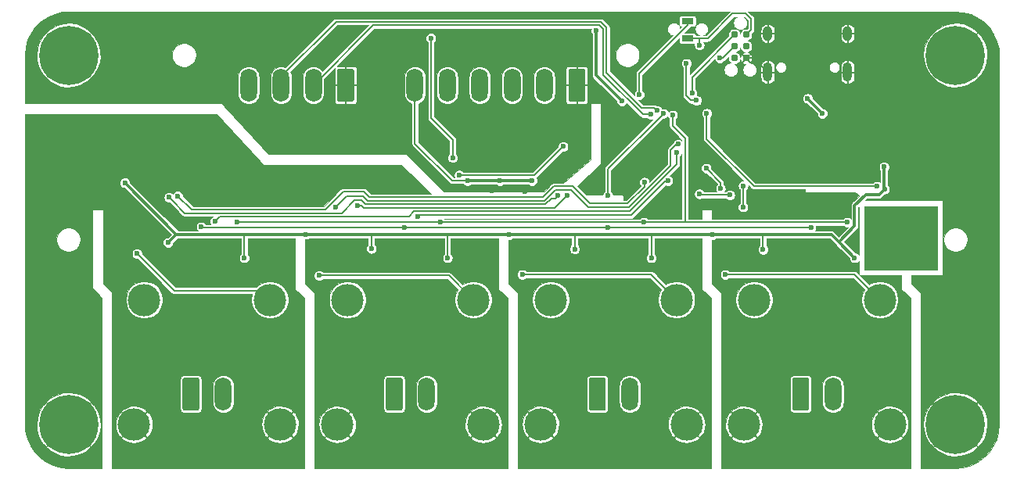
<source format=gbl>
G04 #@! TF.GenerationSoftware,KiCad,Pcbnew,5.1.5+dfsg1-2build2*
G04 #@! TF.CreationDate,2021-10-18T22:49:55+02:00*
G04 #@! TF.ProjectId,temperature-logger,74656d70-6572-4617-9475-72652d6c6f67,rev?*
G04 #@! TF.SameCoordinates,Original*
G04 #@! TF.FileFunction,Copper,L4,Bot*
G04 #@! TF.FilePolarity,Positive*
%FSLAX46Y46*%
G04 Gerber Fmt 4.6, Leading zero omitted, Abs format (unit mm)*
G04 Created by KiCad (PCBNEW 5.1.5+dfsg1-2build2) date 2021-10-18 22:49:55*
%MOMM*%
%LPD*%
G04 APERTURE LIST*
%ADD10C,3.500000*%
%ADD11C,0.100000*%
%ADD12O,1.800000X3.600000*%
%ADD13C,0.784860*%
%ADD14R,1.300000X0.700000*%
%ADD15O,1.000000X2.100000*%
%ADD16O,1.000000X1.600000*%
%ADD17C,0.800000*%
%ADD18C,6.400000*%
%ADD19C,0.600000*%
%ADD20C,0.200000*%
%ADD21C,0.300000*%
%ADD22C,0.120000*%
G04 APERTURE END LIST*
D10*
X129200000Y-81500000D03*
X142800000Y-81500000D03*
X143900000Y-95000000D03*
X128100000Y-95000000D03*
G04 #@! TA.AperFunction,ComponentPad*
D11*
G36*
X68924504Y-89901204D02*
G01*
X68948773Y-89904804D01*
X68972571Y-89910765D01*
X68995671Y-89919030D01*
X69017849Y-89929520D01*
X69038893Y-89942133D01*
X69058598Y-89956747D01*
X69076777Y-89973223D01*
X69093253Y-89991402D01*
X69107867Y-90011107D01*
X69120480Y-90032151D01*
X69130970Y-90054329D01*
X69139235Y-90077429D01*
X69145196Y-90101227D01*
X69148796Y-90125496D01*
X69150000Y-90150000D01*
X69150000Y-93250000D01*
X69148796Y-93274504D01*
X69145196Y-93298773D01*
X69139235Y-93322571D01*
X69130970Y-93345671D01*
X69120480Y-93367849D01*
X69107867Y-93388893D01*
X69093253Y-93408598D01*
X69076777Y-93426777D01*
X69058598Y-93443253D01*
X69038893Y-93457867D01*
X69017849Y-93470480D01*
X68995671Y-93480970D01*
X68972571Y-93489235D01*
X68948773Y-93495196D01*
X68924504Y-93498796D01*
X68900000Y-93500000D01*
X67600000Y-93500000D01*
X67575496Y-93498796D01*
X67551227Y-93495196D01*
X67527429Y-93489235D01*
X67504329Y-93480970D01*
X67482151Y-93470480D01*
X67461107Y-93457867D01*
X67441402Y-93443253D01*
X67423223Y-93426777D01*
X67406747Y-93408598D01*
X67392133Y-93388893D01*
X67379520Y-93367849D01*
X67369030Y-93345671D01*
X67360765Y-93322571D01*
X67354804Y-93298773D01*
X67351204Y-93274504D01*
X67350000Y-93250000D01*
X67350000Y-90150000D01*
X67351204Y-90125496D01*
X67354804Y-90101227D01*
X67360765Y-90077429D01*
X67369030Y-90054329D01*
X67379520Y-90032151D01*
X67392133Y-90011107D01*
X67406747Y-89991402D01*
X67423223Y-89973223D01*
X67441402Y-89956747D01*
X67461107Y-89942133D01*
X67482151Y-89929520D01*
X67504329Y-89919030D01*
X67527429Y-89910765D01*
X67551227Y-89904804D01*
X67575496Y-89901204D01*
X67600000Y-89900000D01*
X68900000Y-89900000D01*
X68924504Y-89901204D01*
G37*
G04 #@! TD.AperFunction*
D12*
X71750000Y-91700000D03*
G04 #@! TA.AperFunction,ComponentPad*
D11*
G36*
X90924504Y-89901204D02*
G01*
X90948773Y-89904804D01*
X90972571Y-89910765D01*
X90995671Y-89919030D01*
X91017849Y-89929520D01*
X91038893Y-89942133D01*
X91058598Y-89956747D01*
X91076777Y-89973223D01*
X91093253Y-89991402D01*
X91107867Y-90011107D01*
X91120480Y-90032151D01*
X91130970Y-90054329D01*
X91139235Y-90077429D01*
X91145196Y-90101227D01*
X91148796Y-90125496D01*
X91150000Y-90150000D01*
X91150000Y-93250000D01*
X91148796Y-93274504D01*
X91145196Y-93298773D01*
X91139235Y-93322571D01*
X91130970Y-93345671D01*
X91120480Y-93367849D01*
X91107867Y-93388893D01*
X91093253Y-93408598D01*
X91076777Y-93426777D01*
X91058598Y-93443253D01*
X91038893Y-93457867D01*
X91017849Y-93470480D01*
X90995671Y-93480970D01*
X90972571Y-93489235D01*
X90948773Y-93495196D01*
X90924504Y-93498796D01*
X90900000Y-93500000D01*
X89600000Y-93500000D01*
X89575496Y-93498796D01*
X89551227Y-93495196D01*
X89527429Y-93489235D01*
X89504329Y-93480970D01*
X89482151Y-93470480D01*
X89461107Y-93457867D01*
X89441402Y-93443253D01*
X89423223Y-93426777D01*
X89406747Y-93408598D01*
X89392133Y-93388893D01*
X89379520Y-93367849D01*
X89369030Y-93345671D01*
X89360765Y-93322571D01*
X89354804Y-93298773D01*
X89351204Y-93274504D01*
X89350000Y-93250000D01*
X89350000Y-90150000D01*
X89351204Y-90125496D01*
X89354804Y-90101227D01*
X89360765Y-90077429D01*
X89369030Y-90054329D01*
X89379520Y-90032151D01*
X89392133Y-90011107D01*
X89406747Y-89991402D01*
X89423223Y-89973223D01*
X89441402Y-89956747D01*
X89461107Y-89942133D01*
X89482151Y-89929520D01*
X89504329Y-89919030D01*
X89527429Y-89910765D01*
X89551227Y-89904804D01*
X89575496Y-89901204D01*
X89600000Y-89900000D01*
X90900000Y-89900000D01*
X90924504Y-89901204D01*
G37*
G04 #@! TD.AperFunction*
D12*
X93750000Y-91700000D03*
G04 #@! TA.AperFunction,ComponentPad*
D11*
G36*
X112924504Y-89901204D02*
G01*
X112948773Y-89904804D01*
X112972571Y-89910765D01*
X112995671Y-89919030D01*
X113017849Y-89929520D01*
X113038893Y-89942133D01*
X113058598Y-89956747D01*
X113076777Y-89973223D01*
X113093253Y-89991402D01*
X113107867Y-90011107D01*
X113120480Y-90032151D01*
X113130970Y-90054329D01*
X113139235Y-90077429D01*
X113145196Y-90101227D01*
X113148796Y-90125496D01*
X113150000Y-90150000D01*
X113150000Y-93250000D01*
X113148796Y-93274504D01*
X113145196Y-93298773D01*
X113139235Y-93322571D01*
X113130970Y-93345671D01*
X113120480Y-93367849D01*
X113107867Y-93388893D01*
X113093253Y-93408598D01*
X113076777Y-93426777D01*
X113058598Y-93443253D01*
X113038893Y-93457867D01*
X113017849Y-93470480D01*
X112995671Y-93480970D01*
X112972571Y-93489235D01*
X112948773Y-93495196D01*
X112924504Y-93498796D01*
X112900000Y-93500000D01*
X111600000Y-93500000D01*
X111575496Y-93498796D01*
X111551227Y-93495196D01*
X111527429Y-93489235D01*
X111504329Y-93480970D01*
X111482151Y-93470480D01*
X111461107Y-93457867D01*
X111441402Y-93443253D01*
X111423223Y-93426777D01*
X111406747Y-93408598D01*
X111392133Y-93388893D01*
X111379520Y-93367849D01*
X111369030Y-93345671D01*
X111360765Y-93322571D01*
X111354804Y-93298773D01*
X111351204Y-93274504D01*
X111350000Y-93250000D01*
X111350000Y-90150000D01*
X111351204Y-90125496D01*
X111354804Y-90101227D01*
X111360765Y-90077429D01*
X111369030Y-90054329D01*
X111379520Y-90032151D01*
X111392133Y-90011107D01*
X111406747Y-89991402D01*
X111423223Y-89973223D01*
X111441402Y-89956747D01*
X111461107Y-89942133D01*
X111482151Y-89929520D01*
X111504329Y-89919030D01*
X111527429Y-89910765D01*
X111551227Y-89904804D01*
X111575496Y-89901204D01*
X111600000Y-89900000D01*
X112900000Y-89900000D01*
X112924504Y-89901204D01*
G37*
G04 #@! TD.AperFunction*
D12*
X115750000Y-91700000D03*
G04 #@! TA.AperFunction,ComponentPad*
D11*
G36*
X134924504Y-89901204D02*
G01*
X134948773Y-89904804D01*
X134972571Y-89910765D01*
X134995671Y-89919030D01*
X135017849Y-89929520D01*
X135038893Y-89942133D01*
X135058598Y-89956747D01*
X135076777Y-89973223D01*
X135093253Y-89991402D01*
X135107867Y-90011107D01*
X135120480Y-90032151D01*
X135130970Y-90054329D01*
X135139235Y-90077429D01*
X135145196Y-90101227D01*
X135148796Y-90125496D01*
X135150000Y-90150000D01*
X135150000Y-93250000D01*
X135148796Y-93274504D01*
X135145196Y-93298773D01*
X135139235Y-93322571D01*
X135130970Y-93345671D01*
X135120480Y-93367849D01*
X135107867Y-93388893D01*
X135093253Y-93408598D01*
X135076777Y-93426777D01*
X135058598Y-93443253D01*
X135038893Y-93457867D01*
X135017849Y-93470480D01*
X134995671Y-93480970D01*
X134972571Y-93489235D01*
X134948773Y-93495196D01*
X134924504Y-93498796D01*
X134900000Y-93500000D01*
X133600000Y-93500000D01*
X133575496Y-93498796D01*
X133551227Y-93495196D01*
X133527429Y-93489235D01*
X133504329Y-93480970D01*
X133482151Y-93470480D01*
X133461107Y-93457867D01*
X133441402Y-93443253D01*
X133423223Y-93426777D01*
X133406747Y-93408598D01*
X133392133Y-93388893D01*
X133379520Y-93367849D01*
X133369030Y-93345671D01*
X133360765Y-93322571D01*
X133354804Y-93298773D01*
X133351204Y-93274504D01*
X133350000Y-93250000D01*
X133350000Y-90150000D01*
X133351204Y-90125496D01*
X133354804Y-90101227D01*
X133360765Y-90077429D01*
X133369030Y-90054329D01*
X133379520Y-90032151D01*
X133392133Y-90011107D01*
X133406747Y-89991402D01*
X133423223Y-89973223D01*
X133441402Y-89956747D01*
X133461107Y-89942133D01*
X133482151Y-89929520D01*
X133504329Y-89919030D01*
X133527429Y-89910765D01*
X133551227Y-89904804D01*
X133575496Y-89901204D01*
X133600000Y-89900000D01*
X134900000Y-89900000D01*
X134924504Y-89901204D01*
G37*
G04 #@! TD.AperFunction*
D12*
X137750000Y-91700000D03*
D13*
X127065000Y-55320000D03*
X128335000Y-55320000D03*
X127065000Y-54050000D03*
X128335000Y-54050000D03*
X127065000Y-52780000D03*
X128335000Y-52780000D03*
D14*
X122000000Y-53200000D03*
X122000000Y-51300000D03*
D12*
X74500000Y-58250000D03*
X78000000Y-58250000D03*
X81500000Y-58250000D03*
G04 #@! TA.AperFunction,ComponentPad*
D11*
G36*
X85674504Y-56451204D02*
G01*
X85698773Y-56454804D01*
X85722571Y-56460765D01*
X85745671Y-56469030D01*
X85767849Y-56479520D01*
X85788893Y-56492133D01*
X85808598Y-56506747D01*
X85826777Y-56523223D01*
X85843253Y-56541402D01*
X85857867Y-56561107D01*
X85870480Y-56582151D01*
X85880970Y-56604329D01*
X85889235Y-56627429D01*
X85895196Y-56651227D01*
X85898796Y-56675496D01*
X85900000Y-56700000D01*
X85900000Y-59800000D01*
X85898796Y-59824504D01*
X85895196Y-59848773D01*
X85889235Y-59872571D01*
X85880970Y-59895671D01*
X85870480Y-59917849D01*
X85857867Y-59938893D01*
X85843253Y-59958598D01*
X85826777Y-59976777D01*
X85808598Y-59993253D01*
X85788893Y-60007867D01*
X85767849Y-60020480D01*
X85745671Y-60030970D01*
X85722571Y-60039235D01*
X85698773Y-60045196D01*
X85674504Y-60048796D01*
X85650000Y-60050000D01*
X84350000Y-60050000D01*
X84325496Y-60048796D01*
X84301227Y-60045196D01*
X84277429Y-60039235D01*
X84254329Y-60030970D01*
X84232151Y-60020480D01*
X84211107Y-60007867D01*
X84191402Y-59993253D01*
X84173223Y-59976777D01*
X84156747Y-59958598D01*
X84142133Y-59938893D01*
X84129520Y-59917849D01*
X84119030Y-59895671D01*
X84110765Y-59872571D01*
X84104804Y-59848773D01*
X84101204Y-59824504D01*
X84100000Y-59800000D01*
X84100000Y-56700000D01*
X84101204Y-56675496D01*
X84104804Y-56651227D01*
X84110765Y-56627429D01*
X84119030Y-56604329D01*
X84129520Y-56582151D01*
X84142133Y-56561107D01*
X84156747Y-56541402D01*
X84173223Y-56523223D01*
X84191402Y-56506747D01*
X84211107Y-56492133D01*
X84232151Y-56479520D01*
X84254329Y-56469030D01*
X84277429Y-56460765D01*
X84301227Y-56454804D01*
X84325496Y-56451204D01*
X84350000Y-56450000D01*
X85650000Y-56450000D01*
X85674504Y-56451204D01*
G37*
G04 #@! TD.AperFunction*
D12*
X92500000Y-58250000D03*
X96000000Y-58250000D03*
X99500000Y-58250000D03*
X103000000Y-58250000D03*
X106500000Y-58250000D03*
G04 #@! TA.AperFunction,ComponentPad*
D11*
G36*
X110674504Y-56451204D02*
G01*
X110698773Y-56454804D01*
X110722571Y-56460765D01*
X110745671Y-56469030D01*
X110767849Y-56479520D01*
X110788893Y-56492133D01*
X110808598Y-56506747D01*
X110826777Y-56523223D01*
X110843253Y-56541402D01*
X110857867Y-56561107D01*
X110870480Y-56582151D01*
X110880970Y-56604329D01*
X110889235Y-56627429D01*
X110895196Y-56651227D01*
X110898796Y-56675496D01*
X110900000Y-56700000D01*
X110900000Y-59800000D01*
X110898796Y-59824504D01*
X110895196Y-59848773D01*
X110889235Y-59872571D01*
X110880970Y-59895671D01*
X110870480Y-59917849D01*
X110857867Y-59938893D01*
X110843253Y-59958598D01*
X110826777Y-59976777D01*
X110808598Y-59993253D01*
X110788893Y-60007867D01*
X110767849Y-60020480D01*
X110745671Y-60030970D01*
X110722571Y-60039235D01*
X110698773Y-60045196D01*
X110674504Y-60048796D01*
X110650000Y-60050000D01*
X109350000Y-60050000D01*
X109325496Y-60048796D01*
X109301227Y-60045196D01*
X109277429Y-60039235D01*
X109254329Y-60030970D01*
X109232151Y-60020480D01*
X109211107Y-60007867D01*
X109191402Y-59993253D01*
X109173223Y-59976777D01*
X109156747Y-59958598D01*
X109142133Y-59938893D01*
X109129520Y-59917849D01*
X109119030Y-59895671D01*
X109110765Y-59872571D01*
X109104804Y-59848773D01*
X109101204Y-59824504D01*
X109100000Y-59800000D01*
X109100000Y-56700000D01*
X109101204Y-56675496D01*
X109104804Y-56651227D01*
X109110765Y-56627429D01*
X109119030Y-56604329D01*
X109129520Y-56582151D01*
X109142133Y-56561107D01*
X109156747Y-56541402D01*
X109173223Y-56523223D01*
X109191402Y-56506747D01*
X109211107Y-56492133D01*
X109232151Y-56479520D01*
X109254329Y-56469030D01*
X109277429Y-56460765D01*
X109301227Y-56454804D01*
X109325496Y-56451204D01*
X109350000Y-56450000D01*
X110650000Y-56450000D01*
X110674504Y-56451204D01*
G37*
G04 #@! TD.AperFunction*
D10*
X63200000Y-81500000D03*
X76800000Y-81500000D03*
X77900000Y-95000000D03*
X62100000Y-95000000D03*
X85200000Y-81500000D03*
X98800000Y-81500000D03*
X99900000Y-95000000D03*
X84100000Y-95000000D03*
X107200000Y-81500000D03*
X120800000Y-81500000D03*
X121900000Y-95000000D03*
X106100000Y-95000000D03*
D15*
X139320000Y-56835000D03*
X130680000Y-56835000D03*
D16*
X139320000Y-52655000D03*
X130680000Y-52655000D03*
D17*
X152697056Y-93302944D03*
X151000000Y-92600000D03*
X149302944Y-93302944D03*
X148600000Y-95000000D03*
X149302944Y-96697056D03*
X151000000Y-97400000D03*
X152697056Y-96697056D03*
X153400000Y-95000000D03*
D18*
X151000000Y-95000000D03*
D17*
X56697056Y-93302944D03*
X55000000Y-92600000D03*
X53302944Y-93302944D03*
X52600000Y-95000000D03*
X53302944Y-96697056D03*
X55000000Y-97400000D03*
X56697056Y-96697056D03*
X57400000Y-95000000D03*
D18*
X55000000Y-95000000D03*
D17*
X152697056Y-53302944D03*
X151000000Y-52600000D03*
X149302944Y-53302944D03*
X148600000Y-55000000D03*
X149302944Y-56697056D03*
X151000000Y-57400000D03*
X152697056Y-56697056D03*
X153400000Y-55000000D03*
D18*
X151000000Y-55000000D03*
D17*
X56697056Y-53302944D03*
X55000000Y-52600000D03*
X53302944Y-53302944D03*
X52600000Y-55000000D03*
X53302944Y-56697056D03*
X55000000Y-57400000D03*
X56697056Y-56697056D03*
X57400000Y-55000000D03*
D18*
X55000000Y-55000000D03*
D19*
X74025000Y-76950000D03*
X96025000Y-76950000D03*
X118075000Y-76950000D03*
X124725000Y-74450000D03*
X80675000Y-74400000D03*
X123275000Y-53900000D03*
X143275000Y-67100000D03*
X143325001Y-69514286D03*
X102675000Y-74450000D03*
X61100000Y-68825000D03*
X65775000Y-75300000D03*
X87780002Y-75950000D03*
X109780002Y-76000000D03*
X130175000Y-76050000D03*
X140075000Y-76950000D03*
X96575000Y-66100000D03*
X94225000Y-53150000D03*
X114874865Y-59970125D03*
X112075000Y-52360021D03*
X122275000Y-53200000D03*
X148325000Y-72050000D03*
X141825000Y-72050000D03*
X141825000Y-77550000D03*
X148325000Y-77550000D03*
X145325000Y-72050000D03*
X145325000Y-77550000D03*
X104375000Y-69800000D03*
X100875000Y-69700000D03*
X93975000Y-64200000D03*
X132575000Y-66800000D03*
X133575000Y-66800000D03*
X134775000Y-66800000D03*
X136755002Y-60350000D03*
X110775000Y-77800000D03*
X132775000Y-77800000D03*
X88775000Y-77800000D03*
X66775000Y-77800000D03*
X84375000Y-75400000D03*
X119175000Y-63400000D03*
X121975000Y-63200000D03*
X123375000Y-64000000D03*
X122375000Y-65200000D03*
X121075000Y-68400000D03*
X122375000Y-68400000D03*
X122375000Y-69500000D03*
X121075000Y-69500000D03*
X119775000Y-69500000D03*
X118275000Y-71300000D03*
X120975000Y-71400000D03*
X122375000Y-71200000D03*
X121075000Y-75200000D03*
X118675000Y-75900000D03*
X116775000Y-75800000D03*
X112475000Y-75800000D03*
X117075000Y-78000000D03*
X122775000Y-79800000D03*
X119675000Y-79200000D03*
X118575000Y-80400000D03*
X109775000Y-80300000D03*
X107975000Y-78000000D03*
X108175000Y-84000000D03*
X105075000Y-80200000D03*
X103875000Y-76600000D03*
X107975000Y-75300000D03*
X105975000Y-77300000D03*
X119775000Y-84100000D03*
X81875000Y-76400000D03*
X83975000Y-77400000D03*
X85975000Y-78200000D03*
X83075000Y-80100000D03*
X87575000Y-80500000D03*
X86175000Y-83800000D03*
X96475000Y-80500000D03*
X97475000Y-83900000D03*
X97575000Y-79000000D03*
X95275000Y-78000000D03*
X90075000Y-75300000D03*
X95275000Y-75200000D03*
X96875000Y-75200000D03*
X100975000Y-75300000D03*
X88675000Y-75900000D03*
X68075000Y-75300000D03*
X73175000Y-75200000D03*
X75675000Y-79100000D03*
X74075000Y-81300000D03*
X72675000Y-79800000D03*
X75675000Y-83900000D03*
X67375000Y-79800000D03*
X65775000Y-81000000D03*
X64375000Y-83900000D03*
X63875000Y-79000000D03*
X62375000Y-79000000D03*
X66575000Y-75900000D03*
X63975000Y-73500000D03*
X61575000Y-71700000D03*
X63975000Y-69100000D03*
X61875000Y-68200000D03*
X62675000Y-67300000D03*
X66075000Y-68700000D03*
X67875000Y-70100000D03*
X66275000Y-66800000D03*
X62775000Y-64800000D03*
X60975000Y-65500000D03*
X63875000Y-61900000D03*
X66875000Y-63400000D03*
X74775000Y-75200000D03*
X78875000Y-75200000D03*
X68075000Y-73700000D03*
X92875000Y-69700000D03*
X88075000Y-69700000D03*
X82475000Y-70900000D03*
X74475000Y-70900000D03*
X115075000Y-67900000D03*
X115675000Y-69800000D03*
X113375000Y-66100000D03*
X115275000Y-64300000D03*
X114275000Y-61000000D03*
X115675000Y-58200000D03*
X118875000Y-56200000D03*
X120475000Y-55200000D03*
X121075000Y-56500000D03*
X122475000Y-61400000D03*
X123375000Y-60700000D03*
X127875000Y-60500000D03*
X126475000Y-65400000D03*
X128375000Y-66700000D03*
X130075000Y-65000000D03*
X131275000Y-68500000D03*
X129575000Y-68500000D03*
X126375000Y-67900000D03*
X125775000Y-70900000D03*
X126975000Y-72500000D03*
X125175000Y-72400000D03*
X125775000Y-76300000D03*
X126675000Y-75500000D03*
X128375000Y-75500000D03*
X129475000Y-75500000D03*
X129975000Y-77000000D03*
X129875000Y-78100000D03*
X131975000Y-75700000D03*
X134075000Y-75300000D03*
X125675000Y-79800000D03*
X131675000Y-80400000D03*
X130375000Y-83800000D03*
X140375000Y-80500000D03*
X139975000Y-78000000D03*
X138975000Y-78000000D03*
X141675000Y-79300000D03*
X141675000Y-83800000D03*
X137075000Y-75300000D03*
X138175000Y-73800000D03*
X139875000Y-75100000D03*
X137275000Y-70500000D03*
X133575000Y-69900000D03*
X131775000Y-70400000D03*
X130475000Y-71400000D03*
X133375000Y-64900000D03*
X134975000Y-68500000D03*
X139275000Y-65800000D03*
X140575000Y-65800000D03*
X140575000Y-67000000D03*
X142175000Y-67000000D03*
X141175000Y-64100000D03*
X140175000Y-63000000D03*
X138975000Y-64000000D03*
X138475000Y-62400000D03*
X138975000Y-59100000D03*
X141175000Y-60400000D03*
X145575000Y-60900000D03*
X135000000Y-61800000D03*
X133000000Y-62550000D03*
X132075000Y-62600000D03*
X130275000Y-63000000D03*
X131475000Y-60500000D03*
X128775000Y-58200000D03*
X122375000Y-54300000D03*
X118275000Y-54400000D03*
X117075000Y-53200000D03*
X113975000Y-53300000D03*
X113975000Y-51300000D03*
X117075000Y-51300000D03*
X111175000Y-54100000D03*
X96875000Y-54200000D03*
X102075000Y-55900000D03*
X101275000Y-58200000D03*
X97775000Y-58200000D03*
X104575000Y-54100000D03*
X104575000Y-50700000D03*
X111175000Y-50700000D03*
X95075000Y-50600000D03*
X88275000Y-50600000D03*
X93375000Y-54300000D03*
X82575000Y-55800000D03*
X83575000Y-53800000D03*
X79575000Y-54800000D03*
X76275000Y-58000000D03*
X79775000Y-58000000D03*
X83275000Y-58000000D03*
X79775000Y-60000000D03*
X76475000Y-61100000D03*
X73975000Y-61100000D03*
X77075000Y-63100000D03*
X82375000Y-63200000D03*
X73875000Y-55200000D03*
X77575000Y-51400000D03*
X99375000Y-64700000D03*
X99575000Y-62300000D03*
X103075000Y-62300000D03*
X107575000Y-62000000D03*
X108675000Y-64000000D03*
X102875000Y-64700000D03*
X99075000Y-67100000D03*
X97175000Y-67100000D03*
X93175000Y-61600000D03*
X96875000Y-61200000D03*
X97375000Y-65700000D03*
X96475000Y-69300000D03*
X135000000Y-59700000D03*
X136600000Y-61325000D03*
X105175000Y-68600000D03*
X101675000Y-68600000D03*
X98175000Y-68600000D03*
X123275000Y-70019990D03*
X126575000Y-70150000D03*
X108975000Y-70200000D03*
X86288813Y-71303035D03*
X107975000Y-70200000D03*
X65875000Y-70400000D03*
X126095000Y-78770000D03*
X104105000Y-78770000D03*
X82105000Y-78870000D03*
X62425000Y-76500000D03*
X118041917Y-61421227D03*
X118698413Y-61000000D03*
X116775000Y-59300000D03*
X122275000Y-51300000D03*
X125474740Y-55319990D03*
X122475000Y-59100000D03*
X139275000Y-73100000D03*
X117275000Y-73100000D03*
X73275000Y-73100000D03*
X95275000Y-73100000D03*
X120375000Y-61500000D03*
X122975000Y-59900000D03*
X121874994Y-55900000D03*
X108525000Y-64900000D03*
X97274996Y-68000000D03*
X69375000Y-73600000D03*
X91375000Y-73680010D03*
X113375000Y-73680010D03*
X135375000Y-73680010D03*
X113375000Y-70200000D03*
X119411473Y-61316172D03*
X92825296Y-72510349D03*
X119875000Y-68600000D03*
X120825000Y-65550000D03*
X70845265Y-73015420D03*
X124075000Y-61300000D03*
X142475003Y-69200003D03*
X128000013Y-71452933D03*
X128024996Y-69150000D03*
X125575000Y-69450000D03*
X124017976Y-67257024D03*
X83925000Y-71450000D03*
X120975000Y-64650000D03*
X66825000Y-70250000D03*
X117325000Y-68750000D03*
D20*
X128335000Y-52780000D02*
X128875000Y-52240000D01*
X128875000Y-52240000D02*
X128875000Y-51100000D01*
X128875000Y-51100000D02*
X128275000Y-50500000D01*
X128275000Y-50500000D02*
X126875000Y-50500000D01*
X124175000Y-53200000D02*
X122275000Y-53200000D01*
X126875000Y-50500000D02*
X124175000Y-53200000D01*
X123275000Y-53200000D02*
X122000000Y-53200000D01*
X123275000Y-53900000D02*
X123275000Y-53200000D01*
X80725000Y-74450000D02*
X80675000Y-74400000D01*
X87780002Y-74494998D02*
X87780002Y-75950000D01*
X87825000Y-74450000D02*
X87780002Y-74494998D01*
X87825000Y-74450000D02*
X80725000Y-74450000D01*
X109780002Y-74494998D02*
X109780002Y-76000000D01*
X109825000Y-74450000D02*
X109780002Y-74494998D01*
X109825000Y-74450000D02*
X102675000Y-74450000D01*
X128575000Y-74450000D02*
X124725000Y-74450000D01*
X74025000Y-74400000D02*
X74025000Y-76950000D01*
X80675000Y-74400000D02*
X74025000Y-74400000D01*
X74025000Y-74400000D02*
X66675000Y-74400000D01*
X96025000Y-74550000D02*
X96025000Y-76950000D01*
X95925000Y-74450000D02*
X96025000Y-74550000D01*
X102675000Y-74450000D02*
X95925000Y-74450000D01*
X95925000Y-74450000D02*
X87825000Y-74450000D01*
X118075000Y-74500000D02*
X118075000Y-76950000D01*
X118025000Y-74450000D02*
X118075000Y-74500000D01*
X124725000Y-74450000D02*
X118025000Y-74450000D01*
X118025000Y-74450000D02*
X109825000Y-74450000D01*
X130175000Y-74500000D02*
X130175000Y-76050000D01*
X130225000Y-74450000D02*
X130175000Y-74500000D01*
X128575000Y-74450000D02*
X130225000Y-74450000D01*
X130225000Y-74450000D02*
X137575000Y-74450000D01*
D21*
X66725000Y-74450000D02*
X66675000Y-74400000D01*
X137575000Y-74450000D02*
X66725000Y-74450000D01*
X66675000Y-74400000D02*
X61100000Y-68825000D01*
X66675000Y-74400000D02*
X65775000Y-75300000D01*
D20*
X94225000Y-61800000D02*
X94225000Y-53150000D01*
X96575000Y-64150000D02*
X94225000Y-61800000D01*
X96575000Y-66100000D02*
X96575000Y-64150000D01*
D21*
X114874865Y-59970125D02*
X112075000Y-57170260D01*
X112075000Y-57170260D02*
X112075000Y-52360021D01*
X143275000Y-69464285D02*
X143325001Y-69514286D01*
X143275000Y-67100000D02*
X143275000Y-69464285D01*
X143325001Y-69514286D02*
X142739287Y-70100000D01*
X142739287Y-70100000D02*
X141275000Y-70100000D01*
X141275000Y-70100000D02*
X140075000Y-71300000D01*
X140075000Y-71300000D02*
X140075000Y-73500000D01*
X140075000Y-76950000D02*
X138400000Y-75275000D01*
X138400000Y-75175000D02*
X140075000Y-73500000D01*
X138400000Y-75275000D02*
X138400000Y-75175000D01*
X138400000Y-75275000D02*
X137575000Y-74450000D01*
D20*
X122275000Y-53200000D02*
X122000000Y-53200000D01*
X129165000Y-55320000D02*
X130680000Y-56835000D01*
X128335000Y-55320000D02*
X129165000Y-55320000D01*
X100875000Y-69700000D02*
X100875000Y-69275736D01*
X104375000Y-69800000D02*
X104375000Y-69375736D01*
D21*
X136600000Y-61300000D02*
X135000000Y-59700000D01*
X136600000Y-61325000D02*
X136600000Y-61300000D01*
X105175000Y-68600000D02*
X98175000Y-68600000D01*
D20*
X92500000Y-64575000D02*
X92500000Y-58250000D01*
X96525000Y-68600000D02*
X92500000Y-64575000D01*
X98175000Y-68600000D02*
X96525000Y-68600000D01*
X123405010Y-70150000D02*
X126575000Y-70150000D01*
X123275000Y-70019990D02*
X123405010Y-70150000D01*
X106797214Y-71540030D02*
X86950072Y-71540030D01*
X108975000Y-70200000D02*
X107635020Y-71539980D01*
X107635020Y-71539980D02*
X106797264Y-71539980D01*
X86950072Y-71540030D02*
X86713077Y-71303035D01*
X106797264Y-71539980D02*
X106797214Y-71540030D01*
X86713077Y-71303035D02*
X86288813Y-71303035D01*
X85975000Y-70700000D02*
X84544989Y-72130011D01*
X67605011Y-72130011D02*
X66174999Y-70699999D01*
X106639810Y-71160020D02*
X87135020Y-71160020D01*
X66174999Y-70699999D02*
X65875000Y-70400000D01*
X84544989Y-72130011D02*
X67605011Y-72130011D01*
X87135020Y-71160020D02*
X86675000Y-70700000D01*
X107299831Y-70499999D02*
X106639810Y-71160020D01*
X107675001Y-70499999D02*
X107299831Y-70499999D01*
X107975000Y-70200000D02*
X107675001Y-70499999D01*
X86675000Y-70700000D02*
X85975000Y-70700000D01*
X140070000Y-78770000D02*
X126095000Y-78770000D01*
X142800000Y-81500000D02*
X140070000Y-78770000D01*
X118070000Y-78770000D02*
X104105000Y-78770000D01*
X120800000Y-81500000D02*
X118070000Y-78770000D01*
X96170000Y-78870000D02*
X82105000Y-78870000D01*
X98800000Y-81500000D02*
X96170000Y-78870000D01*
X66425000Y-80500000D02*
X62425000Y-76500000D01*
X75800000Y-80500000D02*
X66425000Y-80500000D01*
X76800000Y-81500000D02*
X75800000Y-80500000D01*
X117617653Y-61421227D02*
X118041917Y-61421227D01*
X117146227Y-61421227D02*
X117617653Y-61421227D01*
X112844989Y-57119989D02*
X117146227Y-61421227D01*
X81500000Y-58250000D02*
X87969989Y-51780011D01*
X112844989Y-52157405D02*
X112844989Y-57119989D01*
X112467595Y-51780011D02*
X112844989Y-52157405D01*
X87969989Y-51780011D02*
X112467595Y-51780011D01*
X117025001Y-60700001D02*
X118398414Y-60700001D01*
X113225000Y-56900000D02*
X117025001Y-60700001D01*
X118398414Y-60700001D02*
X118698413Y-61000000D01*
X113225000Y-52000000D02*
X113225000Y-56900000D01*
X83950000Y-51400000D02*
X112625000Y-51400000D01*
X78000000Y-57350000D02*
X83950000Y-51400000D01*
X112625000Y-51400000D02*
X113225000Y-52000000D01*
X78000000Y-58250000D02*
X78000000Y-57350000D01*
X119450402Y-54300000D02*
X122000000Y-51750402D01*
X116775000Y-56975402D02*
X122000000Y-51750402D01*
X122000000Y-51750402D02*
X122275000Y-51300000D01*
X116775000Y-59300000D02*
X116775000Y-56975402D01*
X122275000Y-51300000D02*
X122000000Y-51300000D01*
X125795010Y-55319990D02*
X125474740Y-55319990D01*
X127065000Y-54050000D02*
X125795010Y-55319990D01*
X122475000Y-57370000D02*
X127065000Y-52780000D01*
X122475000Y-59100000D02*
X122475000Y-57370000D01*
X73699264Y-73100000D02*
X95275000Y-73100000D01*
X73275000Y-73100000D02*
X73699264Y-73100000D01*
X101533402Y-73100000D02*
X117275000Y-73100000D01*
X95275000Y-73100000D02*
X101533402Y-73100000D01*
X120375000Y-61500000D02*
X120375000Y-62650000D01*
X120375000Y-62650000D02*
X121725000Y-64000000D01*
X121725000Y-73100000D02*
X121725000Y-64000000D01*
X117275000Y-73100000D02*
X121725000Y-73100000D01*
X121725000Y-73100000D02*
X139275000Y-73100000D01*
X121874994Y-56324264D02*
X121874994Y-55900000D01*
X122975000Y-59900000D02*
X122375000Y-59900000D01*
X121874994Y-59399994D02*
X121874994Y-56324264D01*
X122375000Y-59900000D02*
X121874994Y-59399994D01*
X108525000Y-64900000D02*
X105425000Y-68000000D01*
X105425000Y-68000000D02*
X97274996Y-68000000D01*
X135375000Y-73680010D02*
X113375000Y-73680010D01*
X113375000Y-73680010D02*
X91375000Y-73680010D01*
X69455010Y-73680010D02*
X69375000Y-73600000D01*
X91375000Y-73680010D02*
X69455010Y-73680010D01*
X113375000Y-70200000D02*
X113375000Y-67352645D01*
X119111474Y-61616171D02*
X119411473Y-61316172D01*
X113375000Y-67352645D02*
X119111474Y-61616171D01*
X119675000Y-68600000D02*
X119875000Y-68600000D01*
X115925000Y-72350000D02*
X119675000Y-68600000D01*
X92985645Y-72350000D02*
X115925000Y-72350000D01*
X92825296Y-72510349D02*
X92985645Y-72350000D01*
X115729842Y-71919990D02*
X106954670Y-71919990D01*
X91875000Y-72450000D02*
X84762416Y-72450000D01*
X120825000Y-65550000D02*
X120825000Y-66824832D01*
X84702394Y-72510022D02*
X71350663Y-72510022D01*
X106944649Y-71930011D02*
X92394989Y-71930011D01*
X71145264Y-72715421D02*
X70845265Y-73015420D01*
X71350663Y-72510022D02*
X71145264Y-72715421D01*
X84762416Y-72450000D02*
X84702394Y-72510022D01*
X92394989Y-71930011D02*
X91875000Y-72450000D01*
X106954670Y-71919990D02*
X106944649Y-71930011D01*
X120825000Y-66824832D02*
X115729842Y-71919990D01*
X124075000Y-64100000D02*
X129175003Y-69200003D01*
X129175003Y-69200003D02*
X142475003Y-69200003D01*
X124075000Y-61300000D02*
X124075000Y-64100000D01*
X128000013Y-69174983D02*
X128024996Y-69150000D01*
X128000013Y-71452933D02*
X128000013Y-69174983D01*
X125575000Y-68814048D02*
X124017976Y-67257024D01*
X125575000Y-69450000D02*
X125575000Y-68814048D01*
X115682406Y-71430010D02*
X120175000Y-66937416D01*
X111267595Y-71430011D02*
X115682406Y-71430010D01*
X109417595Y-69580011D02*
X111267595Y-71430011D01*
X106482406Y-70780010D02*
X107682405Y-69580011D01*
X107682405Y-69580011D02*
X109417595Y-69580011D01*
X87417595Y-70780011D02*
X106482406Y-70780010D01*
X86887584Y-70250000D02*
X87417595Y-70780011D01*
X85125000Y-70250000D02*
X86887584Y-70250000D01*
X120825000Y-64650000D02*
X120975000Y-64650000D01*
X120175000Y-65300000D02*
X120825000Y-64650000D01*
X120175000Y-66937416D02*
X120175000Y-65300000D01*
X83925000Y-71450000D02*
X85125000Y-70250000D01*
X117325000Y-69250000D02*
X117325000Y-68750000D01*
X115525000Y-71050000D02*
X117325000Y-69250000D01*
X111425000Y-71050000D02*
X115525000Y-71050000D01*
X109575000Y-69200000D02*
X111425000Y-71050000D01*
X82775000Y-71750000D02*
X84725000Y-69800000D01*
X68325000Y-71750000D02*
X82775000Y-71750000D01*
X87575000Y-70400000D02*
X106325000Y-70400000D01*
X86975000Y-69800000D02*
X87575000Y-70400000D01*
X66825000Y-70250000D02*
X68325000Y-71750000D01*
X84725000Y-69800000D02*
X86975000Y-69800000D01*
X106325000Y-70400000D02*
X107525000Y-69200000D01*
X107525000Y-69200000D02*
X109575000Y-69200000D01*
D22*
G36*
X76030604Y-66840360D02*
G01*
X76041666Y-66849888D01*
X76052039Y-66855433D01*
X76063295Y-66858847D01*
X76075000Y-66860000D01*
X91050148Y-66860000D01*
X94230148Y-70040000D01*
X87724117Y-70040000D01*
X87242066Y-69557950D01*
X87230790Y-69544210D01*
X87175973Y-69499223D01*
X87113432Y-69465795D01*
X87045572Y-69445210D01*
X86992676Y-69440000D01*
X86975000Y-69438259D01*
X86957324Y-69440000D01*
X84742675Y-69440000D01*
X84724999Y-69438259D01*
X84654427Y-69445210D01*
X84635433Y-69450972D01*
X84586568Y-69465795D01*
X84524027Y-69499223D01*
X84469210Y-69544210D01*
X84457934Y-69557950D01*
X82625884Y-71390000D01*
X68474117Y-71390000D01*
X67385000Y-70300884D01*
X67385000Y-70194845D01*
X67363480Y-70086654D01*
X67321266Y-69984740D01*
X67259981Y-69893021D01*
X67181979Y-69815019D01*
X67090260Y-69753734D01*
X66988346Y-69711520D01*
X66880155Y-69690000D01*
X66769845Y-69690000D01*
X66661654Y-69711520D01*
X66559740Y-69753734D01*
X66468021Y-69815019D01*
X66390019Y-69893021D01*
X66328734Y-69984740D01*
X66306171Y-70039211D01*
X66231979Y-69965019D01*
X66140260Y-69903734D01*
X66038346Y-69861520D01*
X65930155Y-69840000D01*
X65819845Y-69840000D01*
X65711654Y-69861520D01*
X65609740Y-69903734D01*
X65518021Y-69965019D01*
X65440019Y-70043021D01*
X65378734Y-70134740D01*
X65336520Y-70236654D01*
X65315000Y-70344845D01*
X65315000Y-70455155D01*
X65336520Y-70563346D01*
X65378734Y-70665260D01*
X65440019Y-70756979D01*
X65518021Y-70834981D01*
X65609740Y-70896266D01*
X65711654Y-70938480D01*
X65819845Y-70960000D01*
X65925883Y-70960000D01*
X65932939Y-70967056D01*
X65932944Y-70967060D01*
X67337949Y-72372066D01*
X67349221Y-72385801D01*
X67404038Y-72430788D01*
X67466579Y-72464216D01*
X67508525Y-72476940D01*
X67534438Y-72484801D01*
X67605010Y-72491752D01*
X67622686Y-72490011D01*
X70650363Y-72490011D01*
X70580005Y-72519154D01*
X70488286Y-72580439D01*
X70410284Y-72658441D01*
X70348999Y-72750160D01*
X70306785Y-72852074D01*
X70285265Y-72960265D01*
X70285265Y-73070575D01*
X70306785Y-73178766D01*
X70348999Y-73280680D01*
X70375279Y-73320010D01*
X69861424Y-73320010D01*
X69809981Y-73243021D01*
X69731979Y-73165019D01*
X69640260Y-73103734D01*
X69538346Y-73061520D01*
X69430155Y-73040000D01*
X69319845Y-73040000D01*
X69211654Y-73061520D01*
X69109740Y-73103734D01*
X69018021Y-73165019D01*
X68940019Y-73243021D01*
X68878734Y-73334740D01*
X68836520Y-73436654D01*
X68815000Y-73544845D01*
X68815000Y-73655155D01*
X68836520Y-73763346D01*
X68878734Y-73865260D01*
X68940019Y-73956979D01*
X69018021Y-74034981D01*
X69025532Y-74040000D01*
X66894827Y-74040000D01*
X61660000Y-68805174D01*
X61660000Y-68769845D01*
X61638480Y-68661654D01*
X61596266Y-68559740D01*
X61534981Y-68468021D01*
X61456979Y-68390019D01*
X61365260Y-68328734D01*
X61263346Y-68286520D01*
X61155155Y-68265000D01*
X61044845Y-68265000D01*
X60936654Y-68286520D01*
X60834740Y-68328734D01*
X60743021Y-68390019D01*
X60665019Y-68468021D01*
X60603734Y-68559740D01*
X60561520Y-68661654D01*
X60540000Y-68769845D01*
X60540000Y-68880155D01*
X60561520Y-68988346D01*
X60603734Y-69090260D01*
X60665019Y-69181979D01*
X60743021Y-69259981D01*
X60834740Y-69321266D01*
X60936654Y-69363480D01*
X61044845Y-69385000D01*
X61080174Y-69385000D01*
X66095173Y-74400000D01*
X65755173Y-74740000D01*
X65719845Y-74740000D01*
X65611654Y-74761520D01*
X65509740Y-74803734D01*
X65418021Y-74865019D01*
X65340019Y-74943021D01*
X65278734Y-75034740D01*
X65236520Y-75136654D01*
X65215000Y-75244845D01*
X65215000Y-75355155D01*
X65236520Y-75463346D01*
X65278734Y-75565260D01*
X65340019Y-75656979D01*
X65418021Y-75734981D01*
X65509740Y-75796266D01*
X65611654Y-75838480D01*
X65719845Y-75860000D01*
X65830155Y-75860000D01*
X65938346Y-75838480D01*
X66040260Y-75796266D01*
X66131979Y-75734981D01*
X66209981Y-75656979D01*
X66271266Y-75565260D01*
X66313480Y-75463346D01*
X66335000Y-75355155D01*
X66335000Y-75319827D01*
X66794828Y-74860000D01*
X73665000Y-74860000D01*
X73665001Y-76518039D01*
X73590019Y-76593021D01*
X73528734Y-76684740D01*
X73486520Y-76786654D01*
X73465000Y-76894845D01*
X73465000Y-77005155D01*
X73486520Y-77113346D01*
X73528734Y-77215260D01*
X73590019Y-77306979D01*
X73668021Y-77384981D01*
X73759740Y-77446266D01*
X73861654Y-77488480D01*
X73969845Y-77510000D01*
X74080155Y-77510000D01*
X74188346Y-77488480D01*
X74290260Y-77446266D01*
X74381979Y-77384981D01*
X74459981Y-77306979D01*
X74521266Y-77215260D01*
X74563480Y-77113346D01*
X74585000Y-77005155D01*
X74585000Y-76894845D01*
X74563480Y-76786654D01*
X74521266Y-76684740D01*
X74459981Y-76593021D01*
X74385000Y-76518040D01*
X74385000Y-74860000D01*
X79515000Y-74860000D01*
X79515000Y-80300000D01*
X79516153Y-80311705D01*
X79519567Y-80322961D01*
X79525112Y-80333334D01*
X79532574Y-80342426D01*
X80515000Y-81324852D01*
X80515000Y-99715000D01*
X59735000Y-99715000D01*
X59735000Y-96410195D01*
X60746373Y-96410195D01*
X60945428Y-96657183D01*
X61290914Y-96850587D01*
X61667491Y-96972873D01*
X62060690Y-97019344D01*
X62455400Y-96988211D01*
X62836452Y-96880674D01*
X63189203Y-96700863D01*
X63254572Y-96657183D01*
X63453627Y-96410195D01*
X76546373Y-96410195D01*
X76745428Y-96657183D01*
X77090914Y-96850587D01*
X77467491Y-96972873D01*
X77860690Y-97019344D01*
X78255400Y-96988211D01*
X78636452Y-96880674D01*
X78989203Y-96700863D01*
X79054572Y-96657183D01*
X79253627Y-96410195D01*
X77900000Y-95056569D01*
X76546373Y-96410195D01*
X63453627Y-96410195D01*
X62100000Y-95056569D01*
X60746373Y-96410195D01*
X59735000Y-96410195D01*
X59735000Y-94960690D01*
X60080656Y-94960690D01*
X60111789Y-95355400D01*
X60219326Y-95736452D01*
X60399137Y-96089203D01*
X60442817Y-96154572D01*
X60689805Y-96353627D01*
X62043431Y-95000000D01*
X62156569Y-95000000D01*
X63510195Y-96353627D01*
X63757183Y-96154572D01*
X63950587Y-95809086D01*
X64072873Y-95432509D01*
X64119344Y-95039310D01*
X64113143Y-94960690D01*
X75880656Y-94960690D01*
X75911789Y-95355400D01*
X76019326Y-95736452D01*
X76199137Y-96089203D01*
X76242817Y-96154572D01*
X76489805Y-96353627D01*
X77843431Y-95000000D01*
X77956569Y-95000000D01*
X79310195Y-96353627D01*
X79557183Y-96154572D01*
X79750587Y-95809086D01*
X79872873Y-95432509D01*
X79919344Y-95039310D01*
X79888211Y-94644600D01*
X79780674Y-94263548D01*
X79600863Y-93910797D01*
X79557183Y-93845428D01*
X79310195Y-93646373D01*
X77956569Y-95000000D01*
X77843431Y-95000000D01*
X76489805Y-93646373D01*
X76242817Y-93845428D01*
X76049413Y-94190914D01*
X75927127Y-94567491D01*
X75880656Y-94960690D01*
X64113143Y-94960690D01*
X64088211Y-94644600D01*
X63980674Y-94263548D01*
X63800863Y-93910797D01*
X63757183Y-93845428D01*
X63510195Y-93646373D01*
X62156569Y-95000000D01*
X62043431Y-95000000D01*
X60689805Y-93646373D01*
X60442817Y-93845428D01*
X60249413Y-94190914D01*
X60127127Y-94567491D01*
X60080656Y-94960690D01*
X59735000Y-94960690D01*
X59735000Y-93589805D01*
X60746373Y-93589805D01*
X62100000Y-94943431D01*
X63453627Y-93589805D01*
X63254572Y-93342817D01*
X62909086Y-93149413D01*
X62532509Y-93027127D01*
X62139310Y-92980656D01*
X61744600Y-93011789D01*
X61363548Y-93119326D01*
X61010797Y-93299137D01*
X60945428Y-93342817D01*
X60746373Y-93589805D01*
X59735000Y-93589805D01*
X59735000Y-90150000D01*
X67088742Y-90150000D01*
X67088742Y-93250000D01*
X67098566Y-93349741D01*
X67127659Y-93445650D01*
X67174905Y-93534040D01*
X67238486Y-93611514D01*
X67315960Y-93675095D01*
X67404350Y-93722341D01*
X67500259Y-93751434D01*
X67600000Y-93761258D01*
X68900000Y-93761258D01*
X68999741Y-93751434D01*
X69095650Y-93722341D01*
X69184040Y-93675095D01*
X69261514Y-93611514D01*
X69325095Y-93534040D01*
X69372341Y-93445650D01*
X69401434Y-93349741D01*
X69411258Y-93250000D01*
X69411258Y-90743022D01*
X70590000Y-90743022D01*
X70590000Y-92656979D01*
X70606786Y-92827400D01*
X70673116Y-93046060D01*
X70780830Y-93247579D01*
X70925789Y-93424212D01*
X71102422Y-93569171D01*
X71303941Y-93676885D01*
X71522601Y-93743215D01*
X71750000Y-93765612D01*
X71977400Y-93743215D01*
X72196060Y-93676885D01*
X72358975Y-93589805D01*
X76546373Y-93589805D01*
X77900000Y-94943431D01*
X79253627Y-93589805D01*
X79054572Y-93342817D01*
X78709086Y-93149413D01*
X78332509Y-93027127D01*
X77939310Y-92980656D01*
X77544600Y-93011789D01*
X77163548Y-93119326D01*
X76810797Y-93299137D01*
X76745428Y-93342817D01*
X76546373Y-93589805D01*
X72358975Y-93589805D01*
X72397579Y-93569171D01*
X72574212Y-93424212D01*
X72719171Y-93247579D01*
X72826885Y-93046060D01*
X72893215Y-92827400D01*
X72910000Y-92656979D01*
X72910000Y-90743021D01*
X72893215Y-90572600D01*
X72826885Y-90353940D01*
X72719171Y-90152421D01*
X72574212Y-89975788D01*
X72397578Y-89830829D01*
X72196059Y-89723115D01*
X71977399Y-89656785D01*
X71750000Y-89634388D01*
X71522600Y-89656785D01*
X71303940Y-89723115D01*
X71102421Y-89830829D01*
X70925788Y-89975788D01*
X70780829Y-90152422D01*
X70673115Y-90353941D01*
X70606785Y-90572601D01*
X70590000Y-90743022D01*
X69411258Y-90743022D01*
X69411258Y-90150000D01*
X69401434Y-90050259D01*
X69372341Y-89954350D01*
X69325095Y-89865960D01*
X69261514Y-89788486D01*
X69184040Y-89724905D01*
X69095650Y-89677659D01*
X68999741Y-89648566D01*
X68900000Y-89638742D01*
X67600000Y-89638742D01*
X67500259Y-89648566D01*
X67404350Y-89677659D01*
X67315960Y-89724905D01*
X67238486Y-89788486D01*
X67174905Y-89865960D01*
X67127659Y-89954350D01*
X67098566Y-90050259D01*
X67088742Y-90150000D01*
X59735000Y-90150000D01*
X59735000Y-81302032D01*
X61190000Y-81302032D01*
X61190000Y-81697968D01*
X61267243Y-82086296D01*
X61418761Y-82452092D01*
X61638731Y-82781301D01*
X61918699Y-83061269D01*
X62247908Y-83281239D01*
X62613704Y-83432757D01*
X63002032Y-83510000D01*
X63397968Y-83510000D01*
X63786296Y-83432757D01*
X64152092Y-83281239D01*
X64481301Y-83061269D01*
X64761269Y-82781301D01*
X64981239Y-82452092D01*
X65132757Y-82086296D01*
X65210000Y-81697968D01*
X65210000Y-81302032D01*
X65132757Y-80913704D01*
X64981239Y-80547908D01*
X64761269Y-80218699D01*
X64481301Y-79938731D01*
X64152092Y-79718761D01*
X63786296Y-79567243D01*
X63397968Y-79490000D01*
X63002032Y-79490000D01*
X62613704Y-79567243D01*
X62247908Y-79718761D01*
X61918699Y-79938731D01*
X61638731Y-80218699D01*
X61418761Y-80547908D01*
X61267243Y-80913704D01*
X61190000Y-81302032D01*
X59735000Y-81302032D01*
X59735000Y-80750000D01*
X59733847Y-80738295D01*
X59730433Y-80727039D01*
X59724888Y-80716666D01*
X59717426Y-80707574D01*
X58735000Y-79725148D01*
X58735000Y-76444845D01*
X61865000Y-76444845D01*
X61865000Y-76555155D01*
X61886520Y-76663346D01*
X61928734Y-76765260D01*
X61990019Y-76856979D01*
X62068021Y-76934981D01*
X62159740Y-76996266D01*
X62261654Y-77038480D01*
X62369845Y-77060000D01*
X62475884Y-77060000D01*
X66157938Y-80742055D01*
X66169210Y-80755790D01*
X66224027Y-80800777D01*
X66286568Y-80834205D01*
X66333842Y-80848545D01*
X66354427Y-80854790D01*
X66424999Y-80861741D01*
X66442675Y-80860000D01*
X74889488Y-80860000D01*
X74867243Y-80913704D01*
X74790000Y-81302032D01*
X74790000Y-81697968D01*
X74867243Y-82086296D01*
X75018761Y-82452092D01*
X75238731Y-82781301D01*
X75518699Y-83061269D01*
X75847908Y-83281239D01*
X76213704Y-83432757D01*
X76602032Y-83510000D01*
X76997968Y-83510000D01*
X77386296Y-83432757D01*
X77752092Y-83281239D01*
X78081301Y-83061269D01*
X78361269Y-82781301D01*
X78581239Y-82452092D01*
X78732757Y-82086296D01*
X78810000Y-81697968D01*
X78810000Y-81302032D01*
X78732757Y-80913704D01*
X78581239Y-80547908D01*
X78361269Y-80218699D01*
X78081301Y-79938731D01*
X77752092Y-79718761D01*
X77386296Y-79567243D01*
X76997968Y-79490000D01*
X76602032Y-79490000D01*
X76213704Y-79567243D01*
X75847908Y-79718761D01*
X75518699Y-79938731D01*
X75317430Y-80140000D01*
X66574117Y-80140000D01*
X62985000Y-76550884D01*
X62985000Y-76444845D01*
X62963480Y-76336654D01*
X62921266Y-76234740D01*
X62859981Y-76143021D01*
X62781979Y-76065019D01*
X62690260Y-76003734D01*
X62588346Y-75961520D01*
X62480155Y-75940000D01*
X62369845Y-75940000D01*
X62261654Y-75961520D01*
X62159740Y-76003734D01*
X62068021Y-76065019D01*
X61990019Y-76143021D01*
X61928734Y-76234740D01*
X61886520Y-76336654D01*
X61865000Y-76444845D01*
X58735000Y-76444845D01*
X58735000Y-71750000D01*
X58733847Y-71738295D01*
X58730433Y-71727039D01*
X58724888Y-71716666D01*
X58717426Y-71707574D01*
X58708334Y-71700112D01*
X58697961Y-71694567D01*
X58686705Y-71691153D01*
X58675000Y-71690000D01*
X57675000Y-71690000D01*
X57663295Y-71691153D01*
X57652039Y-71694567D01*
X57641666Y-71700112D01*
X57632574Y-71707574D01*
X57625112Y-71716666D01*
X57619567Y-71727039D01*
X57616153Y-71738295D01*
X57615000Y-71750000D01*
X57615000Y-80250000D01*
X57616153Y-80261705D01*
X57619567Y-80272961D01*
X57625112Y-80283334D01*
X57632574Y-80292426D01*
X58615000Y-81274852D01*
X58615000Y-99715000D01*
X55012696Y-99715000D01*
X54165244Y-99639367D01*
X53356879Y-99418223D01*
X52600445Y-99057422D01*
X51919862Y-98568373D01*
X51336638Y-97966534D01*
X50983215Y-97440584D01*
X52615985Y-97440584D01*
X52988919Y-97836068D01*
X53580851Y-98173917D01*
X54227320Y-98389793D01*
X54903483Y-98475402D01*
X55583355Y-98427453D01*
X56240808Y-98247788D01*
X56850578Y-97943313D01*
X57011081Y-97836068D01*
X57384015Y-97440584D01*
X55000000Y-95056569D01*
X52615985Y-97440584D01*
X50983215Y-97440584D01*
X50869208Y-97270924D01*
X50532345Y-96503529D01*
X50336176Y-95686428D01*
X50285000Y-94989544D01*
X50285000Y-94903483D01*
X51524598Y-94903483D01*
X51572547Y-95583355D01*
X51752212Y-96240808D01*
X52056687Y-96850578D01*
X52163932Y-97011081D01*
X52559416Y-97384015D01*
X54943431Y-95000000D01*
X55056569Y-95000000D01*
X57440584Y-97384015D01*
X57836068Y-97011081D01*
X58173917Y-96419149D01*
X58389793Y-95772680D01*
X58475402Y-95096517D01*
X58427453Y-94416645D01*
X58247788Y-93759192D01*
X57943313Y-93149422D01*
X57836068Y-92988919D01*
X57440584Y-92615985D01*
X55056569Y-95000000D01*
X54943431Y-95000000D01*
X52559416Y-92615985D01*
X52163932Y-92988919D01*
X51826083Y-93580851D01*
X51610207Y-94227320D01*
X51524598Y-94903483D01*
X50285000Y-94903483D01*
X50285000Y-92559416D01*
X52615985Y-92559416D01*
X55000000Y-94943431D01*
X57384015Y-92559416D01*
X57011081Y-92163932D01*
X56419149Y-91826083D01*
X55772680Y-91610207D01*
X55096517Y-91524598D01*
X54416645Y-91572547D01*
X53759192Y-91752212D01*
X53149422Y-92056687D01*
X52988919Y-92163932D01*
X52615985Y-92559416D01*
X50285000Y-92559416D01*
X50285000Y-74872088D01*
X53701284Y-74872088D01*
X53701284Y-75127912D01*
X53751193Y-75378822D01*
X53849093Y-75615173D01*
X53991221Y-75827883D01*
X54172117Y-76008779D01*
X54384827Y-76150907D01*
X54621178Y-76248807D01*
X54872088Y-76298716D01*
X55127912Y-76298716D01*
X55378822Y-76248807D01*
X55615173Y-76150907D01*
X55827883Y-76008779D01*
X56008779Y-75827883D01*
X56150907Y-75615173D01*
X56248807Y-75378822D01*
X56298716Y-75127912D01*
X56298716Y-74872088D01*
X56248807Y-74621178D01*
X56150907Y-74384827D01*
X56008779Y-74172117D01*
X55827883Y-73991221D01*
X55615173Y-73849093D01*
X55378822Y-73751193D01*
X55127912Y-73701284D01*
X54872088Y-73701284D01*
X54621178Y-73751193D01*
X54384827Y-73849093D01*
X54172117Y-73991221D01*
X53991221Y-74172117D01*
X53849093Y-74384827D01*
X53751193Y-74621178D01*
X53701284Y-74872088D01*
X50285000Y-74872088D01*
X50285000Y-61360000D01*
X71048459Y-61360000D01*
X76030604Y-66840360D01*
G37*
X76030604Y-66840360D02*
X76041666Y-66849888D01*
X76052039Y-66855433D01*
X76063295Y-66858847D01*
X76075000Y-66860000D01*
X91050148Y-66860000D01*
X94230148Y-70040000D01*
X87724117Y-70040000D01*
X87242066Y-69557950D01*
X87230790Y-69544210D01*
X87175973Y-69499223D01*
X87113432Y-69465795D01*
X87045572Y-69445210D01*
X86992676Y-69440000D01*
X86975000Y-69438259D01*
X86957324Y-69440000D01*
X84742675Y-69440000D01*
X84724999Y-69438259D01*
X84654427Y-69445210D01*
X84635433Y-69450972D01*
X84586568Y-69465795D01*
X84524027Y-69499223D01*
X84469210Y-69544210D01*
X84457934Y-69557950D01*
X82625884Y-71390000D01*
X68474117Y-71390000D01*
X67385000Y-70300884D01*
X67385000Y-70194845D01*
X67363480Y-70086654D01*
X67321266Y-69984740D01*
X67259981Y-69893021D01*
X67181979Y-69815019D01*
X67090260Y-69753734D01*
X66988346Y-69711520D01*
X66880155Y-69690000D01*
X66769845Y-69690000D01*
X66661654Y-69711520D01*
X66559740Y-69753734D01*
X66468021Y-69815019D01*
X66390019Y-69893021D01*
X66328734Y-69984740D01*
X66306171Y-70039211D01*
X66231979Y-69965019D01*
X66140260Y-69903734D01*
X66038346Y-69861520D01*
X65930155Y-69840000D01*
X65819845Y-69840000D01*
X65711654Y-69861520D01*
X65609740Y-69903734D01*
X65518021Y-69965019D01*
X65440019Y-70043021D01*
X65378734Y-70134740D01*
X65336520Y-70236654D01*
X65315000Y-70344845D01*
X65315000Y-70455155D01*
X65336520Y-70563346D01*
X65378734Y-70665260D01*
X65440019Y-70756979D01*
X65518021Y-70834981D01*
X65609740Y-70896266D01*
X65711654Y-70938480D01*
X65819845Y-70960000D01*
X65925883Y-70960000D01*
X65932939Y-70967056D01*
X65932944Y-70967060D01*
X67337949Y-72372066D01*
X67349221Y-72385801D01*
X67404038Y-72430788D01*
X67466579Y-72464216D01*
X67508525Y-72476940D01*
X67534438Y-72484801D01*
X67605010Y-72491752D01*
X67622686Y-72490011D01*
X70650363Y-72490011D01*
X70580005Y-72519154D01*
X70488286Y-72580439D01*
X70410284Y-72658441D01*
X70348999Y-72750160D01*
X70306785Y-72852074D01*
X70285265Y-72960265D01*
X70285265Y-73070575D01*
X70306785Y-73178766D01*
X70348999Y-73280680D01*
X70375279Y-73320010D01*
X69861424Y-73320010D01*
X69809981Y-73243021D01*
X69731979Y-73165019D01*
X69640260Y-73103734D01*
X69538346Y-73061520D01*
X69430155Y-73040000D01*
X69319845Y-73040000D01*
X69211654Y-73061520D01*
X69109740Y-73103734D01*
X69018021Y-73165019D01*
X68940019Y-73243021D01*
X68878734Y-73334740D01*
X68836520Y-73436654D01*
X68815000Y-73544845D01*
X68815000Y-73655155D01*
X68836520Y-73763346D01*
X68878734Y-73865260D01*
X68940019Y-73956979D01*
X69018021Y-74034981D01*
X69025532Y-74040000D01*
X66894827Y-74040000D01*
X61660000Y-68805174D01*
X61660000Y-68769845D01*
X61638480Y-68661654D01*
X61596266Y-68559740D01*
X61534981Y-68468021D01*
X61456979Y-68390019D01*
X61365260Y-68328734D01*
X61263346Y-68286520D01*
X61155155Y-68265000D01*
X61044845Y-68265000D01*
X60936654Y-68286520D01*
X60834740Y-68328734D01*
X60743021Y-68390019D01*
X60665019Y-68468021D01*
X60603734Y-68559740D01*
X60561520Y-68661654D01*
X60540000Y-68769845D01*
X60540000Y-68880155D01*
X60561520Y-68988346D01*
X60603734Y-69090260D01*
X60665019Y-69181979D01*
X60743021Y-69259981D01*
X60834740Y-69321266D01*
X60936654Y-69363480D01*
X61044845Y-69385000D01*
X61080174Y-69385000D01*
X66095173Y-74400000D01*
X65755173Y-74740000D01*
X65719845Y-74740000D01*
X65611654Y-74761520D01*
X65509740Y-74803734D01*
X65418021Y-74865019D01*
X65340019Y-74943021D01*
X65278734Y-75034740D01*
X65236520Y-75136654D01*
X65215000Y-75244845D01*
X65215000Y-75355155D01*
X65236520Y-75463346D01*
X65278734Y-75565260D01*
X65340019Y-75656979D01*
X65418021Y-75734981D01*
X65509740Y-75796266D01*
X65611654Y-75838480D01*
X65719845Y-75860000D01*
X65830155Y-75860000D01*
X65938346Y-75838480D01*
X66040260Y-75796266D01*
X66131979Y-75734981D01*
X66209981Y-75656979D01*
X66271266Y-75565260D01*
X66313480Y-75463346D01*
X66335000Y-75355155D01*
X66335000Y-75319827D01*
X66794828Y-74860000D01*
X73665000Y-74860000D01*
X73665001Y-76518039D01*
X73590019Y-76593021D01*
X73528734Y-76684740D01*
X73486520Y-76786654D01*
X73465000Y-76894845D01*
X73465000Y-77005155D01*
X73486520Y-77113346D01*
X73528734Y-77215260D01*
X73590019Y-77306979D01*
X73668021Y-77384981D01*
X73759740Y-77446266D01*
X73861654Y-77488480D01*
X73969845Y-77510000D01*
X74080155Y-77510000D01*
X74188346Y-77488480D01*
X74290260Y-77446266D01*
X74381979Y-77384981D01*
X74459981Y-77306979D01*
X74521266Y-77215260D01*
X74563480Y-77113346D01*
X74585000Y-77005155D01*
X74585000Y-76894845D01*
X74563480Y-76786654D01*
X74521266Y-76684740D01*
X74459981Y-76593021D01*
X74385000Y-76518040D01*
X74385000Y-74860000D01*
X79515000Y-74860000D01*
X79515000Y-80300000D01*
X79516153Y-80311705D01*
X79519567Y-80322961D01*
X79525112Y-80333334D01*
X79532574Y-80342426D01*
X80515000Y-81324852D01*
X80515000Y-99715000D01*
X59735000Y-99715000D01*
X59735000Y-96410195D01*
X60746373Y-96410195D01*
X60945428Y-96657183D01*
X61290914Y-96850587D01*
X61667491Y-96972873D01*
X62060690Y-97019344D01*
X62455400Y-96988211D01*
X62836452Y-96880674D01*
X63189203Y-96700863D01*
X63254572Y-96657183D01*
X63453627Y-96410195D01*
X76546373Y-96410195D01*
X76745428Y-96657183D01*
X77090914Y-96850587D01*
X77467491Y-96972873D01*
X77860690Y-97019344D01*
X78255400Y-96988211D01*
X78636452Y-96880674D01*
X78989203Y-96700863D01*
X79054572Y-96657183D01*
X79253627Y-96410195D01*
X77900000Y-95056569D01*
X76546373Y-96410195D01*
X63453627Y-96410195D01*
X62100000Y-95056569D01*
X60746373Y-96410195D01*
X59735000Y-96410195D01*
X59735000Y-94960690D01*
X60080656Y-94960690D01*
X60111789Y-95355400D01*
X60219326Y-95736452D01*
X60399137Y-96089203D01*
X60442817Y-96154572D01*
X60689805Y-96353627D01*
X62043431Y-95000000D01*
X62156569Y-95000000D01*
X63510195Y-96353627D01*
X63757183Y-96154572D01*
X63950587Y-95809086D01*
X64072873Y-95432509D01*
X64119344Y-95039310D01*
X64113143Y-94960690D01*
X75880656Y-94960690D01*
X75911789Y-95355400D01*
X76019326Y-95736452D01*
X76199137Y-96089203D01*
X76242817Y-96154572D01*
X76489805Y-96353627D01*
X77843431Y-95000000D01*
X77956569Y-95000000D01*
X79310195Y-96353627D01*
X79557183Y-96154572D01*
X79750587Y-95809086D01*
X79872873Y-95432509D01*
X79919344Y-95039310D01*
X79888211Y-94644600D01*
X79780674Y-94263548D01*
X79600863Y-93910797D01*
X79557183Y-93845428D01*
X79310195Y-93646373D01*
X77956569Y-95000000D01*
X77843431Y-95000000D01*
X76489805Y-93646373D01*
X76242817Y-93845428D01*
X76049413Y-94190914D01*
X75927127Y-94567491D01*
X75880656Y-94960690D01*
X64113143Y-94960690D01*
X64088211Y-94644600D01*
X63980674Y-94263548D01*
X63800863Y-93910797D01*
X63757183Y-93845428D01*
X63510195Y-93646373D01*
X62156569Y-95000000D01*
X62043431Y-95000000D01*
X60689805Y-93646373D01*
X60442817Y-93845428D01*
X60249413Y-94190914D01*
X60127127Y-94567491D01*
X60080656Y-94960690D01*
X59735000Y-94960690D01*
X59735000Y-93589805D01*
X60746373Y-93589805D01*
X62100000Y-94943431D01*
X63453627Y-93589805D01*
X63254572Y-93342817D01*
X62909086Y-93149413D01*
X62532509Y-93027127D01*
X62139310Y-92980656D01*
X61744600Y-93011789D01*
X61363548Y-93119326D01*
X61010797Y-93299137D01*
X60945428Y-93342817D01*
X60746373Y-93589805D01*
X59735000Y-93589805D01*
X59735000Y-90150000D01*
X67088742Y-90150000D01*
X67088742Y-93250000D01*
X67098566Y-93349741D01*
X67127659Y-93445650D01*
X67174905Y-93534040D01*
X67238486Y-93611514D01*
X67315960Y-93675095D01*
X67404350Y-93722341D01*
X67500259Y-93751434D01*
X67600000Y-93761258D01*
X68900000Y-93761258D01*
X68999741Y-93751434D01*
X69095650Y-93722341D01*
X69184040Y-93675095D01*
X69261514Y-93611514D01*
X69325095Y-93534040D01*
X69372341Y-93445650D01*
X69401434Y-93349741D01*
X69411258Y-93250000D01*
X69411258Y-90743022D01*
X70590000Y-90743022D01*
X70590000Y-92656979D01*
X70606786Y-92827400D01*
X70673116Y-93046060D01*
X70780830Y-93247579D01*
X70925789Y-93424212D01*
X71102422Y-93569171D01*
X71303941Y-93676885D01*
X71522601Y-93743215D01*
X71750000Y-93765612D01*
X71977400Y-93743215D01*
X72196060Y-93676885D01*
X72358975Y-93589805D01*
X76546373Y-93589805D01*
X77900000Y-94943431D01*
X79253627Y-93589805D01*
X79054572Y-93342817D01*
X78709086Y-93149413D01*
X78332509Y-93027127D01*
X77939310Y-92980656D01*
X77544600Y-93011789D01*
X77163548Y-93119326D01*
X76810797Y-93299137D01*
X76745428Y-93342817D01*
X76546373Y-93589805D01*
X72358975Y-93589805D01*
X72397579Y-93569171D01*
X72574212Y-93424212D01*
X72719171Y-93247579D01*
X72826885Y-93046060D01*
X72893215Y-92827400D01*
X72910000Y-92656979D01*
X72910000Y-90743021D01*
X72893215Y-90572600D01*
X72826885Y-90353940D01*
X72719171Y-90152421D01*
X72574212Y-89975788D01*
X72397578Y-89830829D01*
X72196059Y-89723115D01*
X71977399Y-89656785D01*
X71750000Y-89634388D01*
X71522600Y-89656785D01*
X71303940Y-89723115D01*
X71102421Y-89830829D01*
X70925788Y-89975788D01*
X70780829Y-90152422D01*
X70673115Y-90353941D01*
X70606785Y-90572601D01*
X70590000Y-90743022D01*
X69411258Y-90743022D01*
X69411258Y-90150000D01*
X69401434Y-90050259D01*
X69372341Y-89954350D01*
X69325095Y-89865960D01*
X69261514Y-89788486D01*
X69184040Y-89724905D01*
X69095650Y-89677659D01*
X68999741Y-89648566D01*
X68900000Y-89638742D01*
X67600000Y-89638742D01*
X67500259Y-89648566D01*
X67404350Y-89677659D01*
X67315960Y-89724905D01*
X67238486Y-89788486D01*
X67174905Y-89865960D01*
X67127659Y-89954350D01*
X67098566Y-90050259D01*
X67088742Y-90150000D01*
X59735000Y-90150000D01*
X59735000Y-81302032D01*
X61190000Y-81302032D01*
X61190000Y-81697968D01*
X61267243Y-82086296D01*
X61418761Y-82452092D01*
X61638731Y-82781301D01*
X61918699Y-83061269D01*
X62247908Y-83281239D01*
X62613704Y-83432757D01*
X63002032Y-83510000D01*
X63397968Y-83510000D01*
X63786296Y-83432757D01*
X64152092Y-83281239D01*
X64481301Y-83061269D01*
X64761269Y-82781301D01*
X64981239Y-82452092D01*
X65132757Y-82086296D01*
X65210000Y-81697968D01*
X65210000Y-81302032D01*
X65132757Y-80913704D01*
X64981239Y-80547908D01*
X64761269Y-80218699D01*
X64481301Y-79938731D01*
X64152092Y-79718761D01*
X63786296Y-79567243D01*
X63397968Y-79490000D01*
X63002032Y-79490000D01*
X62613704Y-79567243D01*
X62247908Y-79718761D01*
X61918699Y-79938731D01*
X61638731Y-80218699D01*
X61418761Y-80547908D01*
X61267243Y-80913704D01*
X61190000Y-81302032D01*
X59735000Y-81302032D01*
X59735000Y-80750000D01*
X59733847Y-80738295D01*
X59730433Y-80727039D01*
X59724888Y-80716666D01*
X59717426Y-80707574D01*
X58735000Y-79725148D01*
X58735000Y-76444845D01*
X61865000Y-76444845D01*
X61865000Y-76555155D01*
X61886520Y-76663346D01*
X61928734Y-76765260D01*
X61990019Y-76856979D01*
X62068021Y-76934981D01*
X62159740Y-76996266D01*
X62261654Y-77038480D01*
X62369845Y-77060000D01*
X62475884Y-77060000D01*
X66157938Y-80742055D01*
X66169210Y-80755790D01*
X66224027Y-80800777D01*
X66286568Y-80834205D01*
X66333842Y-80848545D01*
X66354427Y-80854790D01*
X66424999Y-80861741D01*
X66442675Y-80860000D01*
X74889488Y-80860000D01*
X74867243Y-80913704D01*
X74790000Y-81302032D01*
X74790000Y-81697968D01*
X74867243Y-82086296D01*
X75018761Y-82452092D01*
X75238731Y-82781301D01*
X75518699Y-83061269D01*
X75847908Y-83281239D01*
X76213704Y-83432757D01*
X76602032Y-83510000D01*
X76997968Y-83510000D01*
X77386296Y-83432757D01*
X77752092Y-83281239D01*
X78081301Y-83061269D01*
X78361269Y-82781301D01*
X78581239Y-82452092D01*
X78732757Y-82086296D01*
X78810000Y-81697968D01*
X78810000Y-81302032D01*
X78732757Y-80913704D01*
X78581239Y-80547908D01*
X78361269Y-80218699D01*
X78081301Y-79938731D01*
X77752092Y-79718761D01*
X77386296Y-79567243D01*
X76997968Y-79490000D01*
X76602032Y-79490000D01*
X76213704Y-79567243D01*
X75847908Y-79718761D01*
X75518699Y-79938731D01*
X75317430Y-80140000D01*
X66574117Y-80140000D01*
X62985000Y-76550884D01*
X62985000Y-76444845D01*
X62963480Y-76336654D01*
X62921266Y-76234740D01*
X62859981Y-76143021D01*
X62781979Y-76065019D01*
X62690260Y-76003734D01*
X62588346Y-75961520D01*
X62480155Y-75940000D01*
X62369845Y-75940000D01*
X62261654Y-75961520D01*
X62159740Y-76003734D01*
X62068021Y-76065019D01*
X61990019Y-76143021D01*
X61928734Y-76234740D01*
X61886520Y-76336654D01*
X61865000Y-76444845D01*
X58735000Y-76444845D01*
X58735000Y-71750000D01*
X58733847Y-71738295D01*
X58730433Y-71727039D01*
X58724888Y-71716666D01*
X58717426Y-71707574D01*
X58708334Y-71700112D01*
X58697961Y-71694567D01*
X58686705Y-71691153D01*
X58675000Y-71690000D01*
X57675000Y-71690000D01*
X57663295Y-71691153D01*
X57652039Y-71694567D01*
X57641666Y-71700112D01*
X57632574Y-71707574D01*
X57625112Y-71716666D01*
X57619567Y-71727039D01*
X57616153Y-71738295D01*
X57615000Y-71750000D01*
X57615000Y-80250000D01*
X57616153Y-80261705D01*
X57619567Y-80272961D01*
X57625112Y-80283334D01*
X57632574Y-80292426D01*
X58615000Y-81274852D01*
X58615000Y-99715000D01*
X55012696Y-99715000D01*
X54165244Y-99639367D01*
X53356879Y-99418223D01*
X52600445Y-99057422D01*
X51919862Y-98568373D01*
X51336638Y-97966534D01*
X50983215Y-97440584D01*
X52615985Y-97440584D01*
X52988919Y-97836068D01*
X53580851Y-98173917D01*
X54227320Y-98389793D01*
X54903483Y-98475402D01*
X55583355Y-98427453D01*
X56240808Y-98247788D01*
X56850578Y-97943313D01*
X57011081Y-97836068D01*
X57384015Y-97440584D01*
X55000000Y-95056569D01*
X52615985Y-97440584D01*
X50983215Y-97440584D01*
X50869208Y-97270924D01*
X50532345Y-96503529D01*
X50336176Y-95686428D01*
X50285000Y-94989544D01*
X50285000Y-94903483D01*
X51524598Y-94903483D01*
X51572547Y-95583355D01*
X51752212Y-96240808D01*
X52056687Y-96850578D01*
X52163932Y-97011081D01*
X52559416Y-97384015D01*
X54943431Y-95000000D01*
X55056569Y-95000000D01*
X57440584Y-97384015D01*
X57836068Y-97011081D01*
X58173917Y-96419149D01*
X58389793Y-95772680D01*
X58475402Y-95096517D01*
X58427453Y-94416645D01*
X58247788Y-93759192D01*
X57943313Y-93149422D01*
X57836068Y-92988919D01*
X57440584Y-92615985D01*
X55056569Y-95000000D01*
X54943431Y-95000000D01*
X52559416Y-92615985D01*
X52163932Y-92988919D01*
X51826083Y-93580851D01*
X51610207Y-94227320D01*
X51524598Y-94903483D01*
X50285000Y-94903483D01*
X50285000Y-92559416D01*
X52615985Y-92559416D01*
X55000000Y-94943431D01*
X57384015Y-92559416D01*
X57011081Y-92163932D01*
X56419149Y-91826083D01*
X55772680Y-91610207D01*
X55096517Y-91524598D01*
X54416645Y-91572547D01*
X53759192Y-91752212D01*
X53149422Y-92056687D01*
X52988919Y-92163932D01*
X52615985Y-92559416D01*
X50285000Y-92559416D01*
X50285000Y-74872088D01*
X53701284Y-74872088D01*
X53701284Y-75127912D01*
X53751193Y-75378822D01*
X53849093Y-75615173D01*
X53991221Y-75827883D01*
X54172117Y-76008779D01*
X54384827Y-76150907D01*
X54621178Y-76248807D01*
X54872088Y-76298716D01*
X55127912Y-76298716D01*
X55378822Y-76248807D01*
X55615173Y-76150907D01*
X55827883Y-76008779D01*
X56008779Y-75827883D01*
X56150907Y-75615173D01*
X56248807Y-75378822D01*
X56298716Y-75127912D01*
X56298716Y-74872088D01*
X56248807Y-74621178D01*
X56150907Y-74384827D01*
X56008779Y-74172117D01*
X55827883Y-73991221D01*
X55615173Y-73849093D01*
X55378822Y-73751193D01*
X55127912Y-73701284D01*
X54872088Y-73701284D01*
X54621178Y-73751193D01*
X54384827Y-73849093D01*
X54172117Y-73991221D01*
X53991221Y-74172117D01*
X53849093Y-74384827D01*
X53751193Y-74621178D01*
X53701284Y-74872088D01*
X50285000Y-74872088D01*
X50285000Y-61360000D01*
X71048459Y-61360000D01*
X76030604Y-66840360D01*
G36*
X109420003Y-75568039D02*
G01*
X109345021Y-75643021D01*
X109283736Y-75734740D01*
X109241522Y-75836654D01*
X109220002Y-75944845D01*
X109220002Y-76055155D01*
X109241522Y-76163346D01*
X109283736Y-76265260D01*
X109345021Y-76356979D01*
X109423023Y-76434981D01*
X109514742Y-76496266D01*
X109616656Y-76538480D01*
X109724847Y-76560000D01*
X109835157Y-76560000D01*
X109943348Y-76538480D01*
X110045262Y-76496266D01*
X110136981Y-76434981D01*
X110214983Y-76356979D01*
X110276268Y-76265260D01*
X110318482Y-76163346D01*
X110340002Y-76055155D01*
X110340002Y-75944845D01*
X110318482Y-75836654D01*
X110276268Y-75734740D01*
X110214983Y-75643021D01*
X110140002Y-75568040D01*
X110140002Y-74860000D01*
X117715000Y-74860000D01*
X117715001Y-76518039D01*
X117640019Y-76593021D01*
X117578734Y-76684740D01*
X117536520Y-76786654D01*
X117515000Y-76894845D01*
X117515000Y-77005155D01*
X117536520Y-77113346D01*
X117578734Y-77215260D01*
X117640019Y-77306979D01*
X117718021Y-77384981D01*
X117809740Y-77446266D01*
X117911654Y-77488480D01*
X118019845Y-77510000D01*
X118130155Y-77510000D01*
X118238346Y-77488480D01*
X118340260Y-77446266D01*
X118431979Y-77384981D01*
X118509981Y-77306979D01*
X118571266Y-77215260D01*
X118613480Y-77113346D01*
X118635000Y-77005155D01*
X118635000Y-76894845D01*
X118613480Y-76786654D01*
X118571266Y-76684740D01*
X118509981Y-76593021D01*
X118435000Y-76518040D01*
X118435000Y-74860000D01*
X123515000Y-74860000D01*
X123515000Y-80300000D01*
X123516153Y-80311705D01*
X123519567Y-80322961D01*
X123525112Y-80333334D01*
X123532574Y-80342426D01*
X124515000Y-81324852D01*
X124515000Y-99715000D01*
X103635000Y-99715000D01*
X103635000Y-96410195D01*
X104746373Y-96410195D01*
X104945428Y-96657183D01*
X105290914Y-96850587D01*
X105667491Y-96972873D01*
X106060690Y-97019344D01*
X106455400Y-96988211D01*
X106836452Y-96880674D01*
X107189203Y-96700863D01*
X107254572Y-96657183D01*
X107453627Y-96410195D01*
X120546373Y-96410195D01*
X120745428Y-96657183D01*
X121090914Y-96850587D01*
X121467491Y-96972873D01*
X121860690Y-97019344D01*
X122255400Y-96988211D01*
X122636452Y-96880674D01*
X122989203Y-96700863D01*
X123054572Y-96657183D01*
X123253627Y-96410195D01*
X121900000Y-95056569D01*
X120546373Y-96410195D01*
X107453627Y-96410195D01*
X106100000Y-95056569D01*
X104746373Y-96410195D01*
X103635000Y-96410195D01*
X103635000Y-94960690D01*
X104080656Y-94960690D01*
X104111789Y-95355400D01*
X104219326Y-95736452D01*
X104399137Y-96089203D01*
X104442817Y-96154572D01*
X104689805Y-96353627D01*
X106043431Y-95000000D01*
X106156569Y-95000000D01*
X107510195Y-96353627D01*
X107757183Y-96154572D01*
X107950587Y-95809086D01*
X108072873Y-95432509D01*
X108119344Y-95039310D01*
X108113143Y-94960690D01*
X119880656Y-94960690D01*
X119911789Y-95355400D01*
X120019326Y-95736452D01*
X120199137Y-96089203D01*
X120242817Y-96154572D01*
X120489805Y-96353627D01*
X121843431Y-95000000D01*
X121956569Y-95000000D01*
X123310195Y-96353627D01*
X123557183Y-96154572D01*
X123750587Y-95809086D01*
X123872873Y-95432509D01*
X123919344Y-95039310D01*
X123888211Y-94644600D01*
X123780674Y-94263548D01*
X123600863Y-93910797D01*
X123557183Y-93845428D01*
X123310195Y-93646373D01*
X121956569Y-95000000D01*
X121843431Y-95000000D01*
X120489805Y-93646373D01*
X120242817Y-93845428D01*
X120049413Y-94190914D01*
X119927127Y-94567491D01*
X119880656Y-94960690D01*
X108113143Y-94960690D01*
X108088211Y-94644600D01*
X107980674Y-94263548D01*
X107800863Y-93910797D01*
X107757183Y-93845428D01*
X107510195Y-93646373D01*
X106156569Y-95000000D01*
X106043431Y-95000000D01*
X104689805Y-93646373D01*
X104442817Y-93845428D01*
X104249413Y-94190914D01*
X104127127Y-94567491D01*
X104080656Y-94960690D01*
X103635000Y-94960690D01*
X103635000Y-93589805D01*
X104746373Y-93589805D01*
X106100000Y-94943431D01*
X107453627Y-93589805D01*
X107254572Y-93342817D01*
X106909086Y-93149413D01*
X106532509Y-93027127D01*
X106139310Y-92980656D01*
X105744600Y-93011789D01*
X105363548Y-93119326D01*
X105010797Y-93299137D01*
X104945428Y-93342817D01*
X104746373Y-93589805D01*
X103635000Y-93589805D01*
X103635000Y-90150000D01*
X111088742Y-90150000D01*
X111088742Y-93250000D01*
X111098566Y-93349741D01*
X111127659Y-93445650D01*
X111174905Y-93534040D01*
X111238486Y-93611514D01*
X111315960Y-93675095D01*
X111404350Y-93722341D01*
X111500259Y-93751434D01*
X111600000Y-93761258D01*
X112900000Y-93761258D01*
X112999741Y-93751434D01*
X113095650Y-93722341D01*
X113184040Y-93675095D01*
X113261514Y-93611514D01*
X113325095Y-93534040D01*
X113372341Y-93445650D01*
X113401434Y-93349741D01*
X113411258Y-93250000D01*
X113411258Y-90743022D01*
X114590000Y-90743022D01*
X114590000Y-92656979D01*
X114606786Y-92827400D01*
X114673116Y-93046060D01*
X114780830Y-93247579D01*
X114925789Y-93424212D01*
X115102422Y-93569171D01*
X115303941Y-93676885D01*
X115522601Y-93743215D01*
X115750000Y-93765612D01*
X115977400Y-93743215D01*
X116196060Y-93676885D01*
X116358975Y-93589805D01*
X120546373Y-93589805D01*
X121900000Y-94943431D01*
X123253627Y-93589805D01*
X123054572Y-93342817D01*
X122709086Y-93149413D01*
X122332509Y-93027127D01*
X121939310Y-92980656D01*
X121544600Y-93011789D01*
X121163548Y-93119326D01*
X120810797Y-93299137D01*
X120745428Y-93342817D01*
X120546373Y-93589805D01*
X116358975Y-93589805D01*
X116397579Y-93569171D01*
X116574212Y-93424212D01*
X116719171Y-93247579D01*
X116826885Y-93046060D01*
X116893215Y-92827400D01*
X116910000Y-92656979D01*
X116910000Y-90743021D01*
X116893215Y-90572600D01*
X116826885Y-90353940D01*
X116719171Y-90152421D01*
X116574212Y-89975788D01*
X116397578Y-89830829D01*
X116196059Y-89723115D01*
X115977399Y-89656785D01*
X115750000Y-89634388D01*
X115522600Y-89656785D01*
X115303940Y-89723115D01*
X115102421Y-89830829D01*
X114925788Y-89975788D01*
X114780829Y-90152422D01*
X114673115Y-90353941D01*
X114606785Y-90572601D01*
X114590000Y-90743022D01*
X113411258Y-90743022D01*
X113411258Y-90150000D01*
X113401434Y-90050259D01*
X113372341Y-89954350D01*
X113325095Y-89865960D01*
X113261514Y-89788486D01*
X113184040Y-89724905D01*
X113095650Y-89677659D01*
X112999741Y-89648566D01*
X112900000Y-89638742D01*
X111600000Y-89638742D01*
X111500259Y-89648566D01*
X111404350Y-89677659D01*
X111315960Y-89724905D01*
X111238486Y-89788486D01*
X111174905Y-89865960D01*
X111127659Y-89954350D01*
X111098566Y-90050259D01*
X111088742Y-90150000D01*
X103635000Y-90150000D01*
X103635000Y-81302032D01*
X105190000Y-81302032D01*
X105190000Y-81697968D01*
X105267243Y-82086296D01*
X105418761Y-82452092D01*
X105638731Y-82781301D01*
X105918699Y-83061269D01*
X106247908Y-83281239D01*
X106613704Y-83432757D01*
X107002032Y-83510000D01*
X107397968Y-83510000D01*
X107786296Y-83432757D01*
X108152092Y-83281239D01*
X108481301Y-83061269D01*
X108761269Y-82781301D01*
X108981239Y-82452092D01*
X109132757Y-82086296D01*
X109210000Y-81697968D01*
X109210000Y-81302032D01*
X109132757Y-80913704D01*
X108981239Y-80547908D01*
X108761269Y-80218699D01*
X108481301Y-79938731D01*
X108152092Y-79718761D01*
X107786296Y-79567243D01*
X107397968Y-79490000D01*
X107002032Y-79490000D01*
X106613704Y-79567243D01*
X106247908Y-79718761D01*
X105918699Y-79938731D01*
X105638731Y-80218699D01*
X105418761Y-80547908D01*
X105267243Y-80913704D01*
X105190000Y-81302032D01*
X103635000Y-81302032D01*
X103635000Y-80800000D01*
X103633847Y-80788295D01*
X103630433Y-80777039D01*
X103624888Y-80766666D01*
X103617426Y-80757574D01*
X102635000Y-79775148D01*
X102635000Y-78714845D01*
X103545000Y-78714845D01*
X103545000Y-78825155D01*
X103566520Y-78933346D01*
X103608734Y-79035260D01*
X103670019Y-79126979D01*
X103748021Y-79204981D01*
X103839740Y-79266266D01*
X103941654Y-79308480D01*
X104049845Y-79330000D01*
X104160155Y-79330000D01*
X104268346Y-79308480D01*
X104370260Y-79266266D01*
X104461979Y-79204981D01*
X104536960Y-79130000D01*
X117920884Y-79130000D01*
X119146947Y-80356064D01*
X119018761Y-80547908D01*
X118867243Y-80913704D01*
X118790000Y-81302032D01*
X118790000Y-81697968D01*
X118867243Y-82086296D01*
X119018761Y-82452092D01*
X119238731Y-82781301D01*
X119518699Y-83061269D01*
X119847908Y-83281239D01*
X120213704Y-83432757D01*
X120602032Y-83510000D01*
X120997968Y-83510000D01*
X121386296Y-83432757D01*
X121752092Y-83281239D01*
X122081301Y-83061269D01*
X122361269Y-82781301D01*
X122581239Y-82452092D01*
X122732757Y-82086296D01*
X122810000Y-81697968D01*
X122810000Y-81302032D01*
X122732757Y-80913704D01*
X122581239Y-80547908D01*
X122361269Y-80218699D01*
X122081301Y-79938731D01*
X121752092Y-79718761D01*
X121386296Y-79567243D01*
X120997968Y-79490000D01*
X120602032Y-79490000D01*
X120213704Y-79567243D01*
X119847908Y-79718761D01*
X119656064Y-79846947D01*
X118337066Y-78527950D01*
X118325790Y-78514210D01*
X118270973Y-78469223D01*
X118208432Y-78435795D01*
X118140572Y-78415210D01*
X118087676Y-78410000D01*
X118070000Y-78408259D01*
X118052324Y-78410000D01*
X104536960Y-78410000D01*
X104461979Y-78335019D01*
X104370260Y-78273734D01*
X104268346Y-78231520D01*
X104160155Y-78210000D01*
X104049845Y-78210000D01*
X103941654Y-78231520D01*
X103839740Y-78273734D01*
X103748021Y-78335019D01*
X103670019Y-78413021D01*
X103608734Y-78504740D01*
X103566520Y-78606654D01*
X103545000Y-78714845D01*
X102635000Y-78714845D01*
X102635000Y-75010000D01*
X102730155Y-75010000D01*
X102838346Y-74988480D01*
X102940260Y-74946266D01*
X103031979Y-74884981D01*
X103056960Y-74860000D01*
X109420002Y-74860000D01*
X109420003Y-75568039D01*
G37*
X109420003Y-75568039D02*
X109345021Y-75643021D01*
X109283736Y-75734740D01*
X109241522Y-75836654D01*
X109220002Y-75944845D01*
X109220002Y-76055155D01*
X109241522Y-76163346D01*
X109283736Y-76265260D01*
X109345021Y-76356979D01*
X109423023Y-76434981D01*
X109514742Y-76496266D01*
X109616656Y-76538480D01*
X109724847Y-76560000D01*
X109835157Y-76560000D01*
X109943348Y-76538480D01*
X110045262Y-76496266D01*
X110136981Y-76434981D01*
X110214983Y-76356979D01*
X110276268Y-76265260D01*
X110318482Y-76163346D01*
X110340002Y-76055155D01*
X110340002Y-75944845D01*
X110318482Y-75836654D01*
X110276268Y-75734740D01*
X110214983Y-75643021D01*
X110140002Y-75568040D01*
X110140002Y-74860000D01*
X117715000Y-74860000D01*
X117715001Y-76518039D01*
X117640019Y-76593021D01*
X117578734Y-76684740D01*
X117536520Y-76786654D01*
X117515000Y-76894845D01*
X117515000Y-77005155D01*
X117536520Y-77113346D01*
X117578734Y-77215260D01*
X117640019Y-77306979D01*
X117718021Y-77384981D01*
X117809740Y-77446266D01*
X117911654Y-77488480D01*
X118019845Y-77510000D01*
X118130155Y-77510000D01*
X118238346Y-77488480D01*
X118340260Y-77446266D01*
X118431979Y-77384981D01*
X118509981Y-77306979D01*
X118571266Y-77215260D01*
X118613480Y-77113346D01*
X118635000Y-77005155D01*
X118635000Y-76894845D01*
X118613480Y-76786654D01*
X118571266Y-76684740D01*
X118509981Y-76593021D01*
X118435000Y-76518040D01*
X118435000Y-74860000D01*
X123515000Y-74860000D01*
X123515000Y-80300000D01*
X123516153Y-80311705D01*
X123519567Y-80322961D01*
X123525112Y-80333334D01*
X123532574Y-80342426D01*
X124515000Y-81324852D01*
X124515000Y-99715000D01*
X103635000Y-99715000D01*
X103635000Y-96410195D01*
X104746373Y-96410195D01*
X104945428Y-96657183D01*
X105290914Y-96850587D01*
X105667491Y-96972873D01*
X106060690Y-97019344D01*
X106455400Y-96988211D01*
X106836452Y-96880674D01*
X107189203Y-96700863D01*
X107254572Y-96657183D01*
X107453627Y-96410195D01*
X120546373Y-96410195D01*
X120745428Y-96657183D01*
X121090914Y-96850587D01*
X121467491Y-96972873D01*
X121860690Y-97019344D01*
X122255400Y-96988211D01*
X122636452Y-96880674D01*
X122989203Y-96700863D01*
X123054572Y-96657183D01*
X123253627Y-96410195D01*
X121900000Y-95056569D01*
X120546373Y-96410195D01*
X107453627Y-96410195D01*
X106100000Y-95056569D01*
X104746373Y-96410195D01*
X103635000Y-96410195D01*
X103635000Y-94960690D01*
X104080656Y-94960690D01*
X104111789Y-95355400D01*
X104219326Y-95736452D01*
X104399137Y-96089203D01*
X104442817Y-96154572D01*
X104689805Y-96353627D01*
X106043431Y-95000000D01*
X106156569Y-95000000D01*
X107510195Y-96353627D01*
X107757183Y-96154572D01*
X107950587Y-95809086D01*
X108072873Y-95432509D01*
X108119344Y-95039310D01*
X108113143Y-94960690D01*
X119880656Y-94960690D01*
X119911789Y-95355400D01*
X120019326Y-95736452D01*
X120199137Y-96089203D01*
X120242817Y-96154572D01*
X120489805Y-96353627D01*
X121843431Y-95000000D01*
X121956569Y-95000000D01*
X123310195Y-96353627D01*
X123557183Y-96154572D01*
X123750587Y-95809086D01*
X123872873Y-95432509D01*
X123919344Y-95039310D01*
X123888211Y-94644600D01*
X123780674Y-94263548D01*
X123600863Y-93910797D01*
X123557183Y-93845428D01*
X123310195Y-93646373D01*
X121956569Y-95000000D01*
X121843431Y-95000000D01*
X120489805Y-93646373D01*
X120242817Y-93845428D01*
X120049413Y-94190914D01*
X119927127Y-94567491D01*
X119880656Y-94960690D01*
X108113143Y-94960690D01*
X108088211Y-94644600D01*
X107980674Y-94263548D01*
X107800863Y-93910797D01*
X107757183Y-93845428D01*
X107510195Y-93646373D01*
X106156569Y-95000000D01*
X106043431Y-95000000D01*
X104689805Y-93646373D01*
X104442817Y-93845428D01*
X104249413Y-94190914D01*
X104127127Y-94567491D01*
X104080656Y-94960690D01*
X103635000Y-94960690D01*
X103635000Y-93589805D01*
X104746373Y-93589805D01*
X106100000Y-94943431D01*
X107453627Y-93589805D01*
X107254572Y-93342817D01*
X106909086Y-93149413D01*
X106532509Y-93027127D01*
X106139310Y-92980656D01*
X105744600Y-93011789D01*
X105363548Y-93119326D01*
X105010797Y-93299137D01*
X104945428Y-93342817D01*
X104746373Y-93589805D01*
X103635000Y-93589805D01*
X103635000Y-90150000D01*
X111088742Y-90150000D01*
X111088742Y-93250000D01*
X111098566Y-93349741D01*
X111127659Y-93445650D01*
X111174905Y-93534040D01*
X111238486Y-93611514D01*
X111315960Y-93675095D01*
X111404350Y-93722341D01*
X111500259Y-93751434D01*
X111600000Y-93761258D01*
X112900000Y-93761258D01*
X112999741Y-93751434D01*
X113095650Y-93722341D01*
X113184040Y-93675095D01*
X113261514Y-93611514D01*
X113325095Y-93534040D01*
X113372341Y-93445650D01*
X113401434Y-93349741D01*
X113411258Y-93250000D01*
X113411258Y-90743022D01*
X114590000Y-90743022D01*
X114590000Y-92656979D01*
X114606786Y-92827400D01*
X114673116Y-93046060D01*
X114780830Y-93247579D01*
X114925789Y-93424212D01*
X115102422Y-93569171D01*
X115303941Y-93676885D01*
X115522601Y-93743215D01*
X115750000Y-93765612D01*
X115977400Y-93743215D01*
X116196060Y-93676885D01*
X116358975Y-93589805D01*
X120546373Y-93589805D01*
X121900000Y-94943431D01*
X123253627Y-93589805D01*
X123054572Y-93342817D01*
X122709086Y-93149413D01*
X122332509Y-93027127D01*
X121939310Y-92980656D01*
X121544600Y-93011789D01*
X121163548Y-93119326D01*
X120810797Y-93299137D01*
X120745428Y-93342817D01*
X120546373Y-93589805D01*
X116358975Y-93589805D01*
X116397579Y-93569171D01*
X116574212Y-93424212D01*
X116719171Y-93247579D01*
X116826885Y-93046060D01*
X116893215Y-92827400D01*
X116910000Y-92656979D01*
X116910000Y-90743021D01*
X116893215Y-90572600D01*
X116826885Y-90353940D01*
X116719171Y-90152421D01*
X116574212Y-89975788D01*
X116397578Y-89830829D01*
X116196059Y-89723115D01*
X115977399Y-89656785D01*
X115750000Y-89634388D01*
X115522600Y-89656785D01*
X115303940Y-89723115D01*
X115102421Y-89830829D01*
X114925788Y-89975788D01*
X114780829Y-90152422D01*
X114673115Y-90353941D01*
X114606785Y-90572601D01*
X114590000Y-90743022D01*
X113411258Y-90743022D01*
X113411258Y-90150000D01*
X113401434Y-90050259D01*
X113372341Y-89954350D01*
X113325095Y-89865960D01*
X113261514Y-89788486D01*
X113184040Y-89724905D01*
X113095650Y-89677659D01*
X112999741Y-89648566D01*
X112900000Y-89638742D01*
X111600000Y-89638742D01*
X111500259Y-89648566D01*
X111404350Y-89677659D01*
X111315960Y-89724905D01*
X111238486Y-89788486D01*
X111174905Y-89865960D01*
X111127659Y-89954350D01*
X111098566Y-90050259D01*
X111088742Y-90150000D01*
X103635000Y-90150000D01*
X103635000Y-81302032D01*
X105190000Y-81302032D01*
X105190000Y-81697968D01*
X105267243Y-82086296D01*
X105418761Y-82452092D01*
X105638731Y-82781301D01*
X105918699Y-83061269D01*
X106247908Y-83281239D01*
X106613704Y-83432757D01*
X107002032Y-83510000D01*
X107397968Y-83510000D01*
X107786296Y-83432757D01*
X108152092Y-83281239D01*
X108481301Y-83061269D01*
X108761269Y-82781301D01*
X108981239Y-82452092D01*
X109132757Y-82086296D01*
X109210000Y-81697968D01*
X109210000Y-81302032D01*
X109132757Y-80913704D01*
X108981239Y-80547908D01*
X108761269Y-80218699D01*
X108481301Y-79938731D01*
X108152092Y-79718761D01*
X107786296Y-79567243D01*
X107397968Y-79490000D01*
X107002032Y-79490000D01*
X106613704Y-79567243D01*
X106247908Y-79718761D01*
X105918699Y-79938731D01*
X105638731Y-80218699D01*
X105418761Y-80547908D01*
X105267243Y-80913704D01*
X105190000Y-81302032D01*
X103635000Y-81302032D01*
X103635000Y-80800000D01*
X103633847Y-80788295D01*
X103630433Y-80777039D01*
X103624888Y-80766666D01*
X103617426Y-80757574D01*
X102635000Y-79775148D01*
X102635000Y-78714845D01*
X103545000Y-78714845D01*
X103545000Y-78825155D01*
X103566520Y-78933346D01*
X103608734Y-79035260D01*
X103670019Y-79126979D01*
X103748021Y-79204981D01*
X103839740Y-79266266D01*
X103941654Y-79308480D01*
X104049845Y-79330000D01*
X104160155Y-79330000D01*
X104268346Y-79308480D01*
X104370260Y-79266266D01*
X104461979Y-79204981D01*
X104536960Y-79130000D01*
X117920884Y-79130000D01*
X119146947Y-80356064D01*
X119018761Y-80547908D01*
X118867243Y-80913704D01*
X118790000Y-81302032D01*
X118790000Y-81697968D01*
X118867243Y-82086296D01*
X119018761Y-82452092D01*
X119238731Y-82781301D01*
X119518699Y-83061269D01*
X119847908Y-83281239D01*
X120213704Y-83432757D01*
X120602032Y-83510000D01*
X120997968Y-83510000D01*
X121386296Y-83432757D01*
X121752092Y-83281239D01*
X122081301Y-83061269D01*
X122361269Y-82781301D01*
X122581239Y-82452092D01*
X122732757Y-82086296D01*
X122810000Y-81697968D01*
X122810000Y-81302032D01*
X122732757Y-80913704D01*
X122581239Y-80547908D01*
X122361269Y-80218699D01*
X122081301Y-79938731D01*
X121752092Y-79718761D01*
X121386296Y-79567243D01*
X120997968Y-79490000D01*
X120602032Y-79490000D01*
X120213704Y-79567243D01*
X119847908Y-79718761D01*
X119656064Y-79846947D01*
X118337066Y-78527950D01*
X118325790Y-78514210D01*
X118270973Y-78469223D01*
X118208432Y-78435795D01*
X118140572Y-78415210D01*
X118087676Y-78410000D01*
X118070000Y-78408259D01*
X118052324Y-78410000D01*
X104536960Y-78410000D01*
X104461979Y-78335019D01*
X104370260Y-78273734D01*
X104268346Y-78231520D01*
X104160155Y-78210000D01*
X104049845Y-78210000D01*
X103941654Y-78231520D01*
X103839740Y-78273734D01*
X103748021Y-78335019D01*
X103670019Y-78413021D01*
X103608734Y-78504740D01*
X103566520Y-78606654D01*
X103545000Y-78714845D01*
X102635000Y-78714845D01*
X102635000Y-75010000D01*
X102730155Y-75010000D01*
X102838346Y-74988480D01*
X102940260Y-74946266D01*
X103031979Y-74884981D01*
X103056960Y-74860000D01*
X109420002Y-74860000D01*
X109420003Y-75568039D01*
G36*
X87420003Y-75518039D02*
G01*
X87345021Y-75593021D01*
X87283736Y-75684740D01*
X87241522Y-75786654D01*
X87220002Y-75894845D01*
X87220002Y-76005155D01*
X87241522Y-76113346D01*
X87283736Y-76215260D01*
X87345021Y-76306979D01*
X87423023Y-76384981D01*
X87514742Y-76446266D01*
X87616656Y-76488480D01*
X87724847Y-76510000D01*
X87835157Y-76510000D01*
X87943348Y-76488480D01*
X88045262Y-76446266D01*
X88136981Y-76384981D01*
X88214983Y-76306979D01*
X88276268Y-76215260D01*
X88318482Y-76113346D01*
X88340002Y-76005155D01*
X88340002Y-75894845D01*
X88318482Y-75786654D01*
X88276268Y-75684740D01*
X88214983Y-75593021D01*
X88140002Y-75518040D01*
X88140002Y-74860000D01*
X95665000Y-74860000D01*
X95665001Y-76518039D01*
X95590019Y-76593021D01*
X95528734Y-76684740D01*
X95486520Y-76786654D01*
X95465000Y-76894845D01*
X95465000Y-77005155D01*
X95486520Y-77113346D01*
X95528734Y-77215260D01*
X95590019Y-77306979D01*
X95668021Y-77384981D01*
X95759740Y-77446266D01*
X95861654Y-77488480D01*
X95969845Y-77510000D01*
X96080155Y-77510000D01*
X96188346Y-77488480D01*
X96290260Y-77446266D01*
X96381979Y-77384981D01*
X96459981Y-77306979D01*
X96521266Y-77215260D01*
X96563480Y-77113346D01*
X96585000Y-77005155D01*
X96585000Y-76894845D01*
X96563480Y-76786654D01*
X96521266Y-76684740D01*
X96459981Y-76593021D01*
X96385000Y-76518040D01*
X96385000Y-74860000D01*
X101515000Y-74860000D01*
X101515000Y-80300000D01*
X101516153Y-80311705D01*
X101519567Y-80322961D01*
X101525112Y-80333334D01*
X101532574Y-80342426D01*
X102515000Y-81324852D01*
X102515000Y-99715000D01*
X81635000Y-99715000D01*
X81635000Y-96410195D01*
X82746373Y-96410195D01*
X82945428Y-96657183D01*
X83290914Y-96850587D01*
X83667491Y-96972873D01*
X84060690Y-97019344D01*
X84455400Y-96988211D01*
X84836452Y-96880674D01*
X85189203Y-96700863D01*
X85254572Y-96657183D01*
X85453627Y-96410195D01*
X98546373Y-96410195D01*
X98745428Y-96657183D01*
X99090914Y-96850587D01*
X99467491Y-96972873D01*
X99860690Y-97019344D01*
X100255400Y-96988211D01*
X100636452Y-96880674D01*
X100989203Y-96700863D01*
X101054572Y-96657183D01*
X101253627Y-96410195D01*
X99900000Y-95056569D01*
X98546373Y-96410195D01*
X85453627Y-96410195D01*
X84100000Y-95056569D01*
X82746373Y-96410195D01*
X81635000Y-96410195D01*
X81635000Y-94960690D01*
X82080656Y-94960690D01*
X82111789Y-95355400D01*
X82219326Y-95736452D01*
X82399137Y-96089203D01*
X82442817Y-96154572D01*
X82689805Y-96353627D01*
X84043431Y-95000000D01*
X84156569Y-95000000D01*
X85510195Y-96353627D01*
X85757183Y-96154572D01*
X85950587Y-95809086D01*
X86072873Y-95432509D01*
X86119344Y-95039310D01*
X86113143Y-94960690D01*
X97880656Y-94960690D01*
X97911789Y-95355400D01*
X98019326Y-95736452D01*
X98199137Y-96089203D01*
X98242817Y-96154572D01*
X98489805Y-96353627D01*
X99843431Y-95000000D01*
X99956569Y-95000000D01*
X101310195Y-96353627D01*
X101557183Y-96154572D01*
X101750587Y-95809086D01*
X101872873Y-95432509D01*
X101919344Y-95039310D01*
X101888211Y-94644600D01*
X101780674Y-94263548D01*
X101600863Y-93910797D01*
X101557183Y-93845428D01*
X101310195Y-93646373D01*
X99956569Y-95000000D01*
X99843431Y-95000000D01*
X98489805Y-93646373D01*
X98242817Y-93845428D01*
X98049413Y-94190914D01*
X97927127Y-94567491D01*
X97880656Y-94960690D01*
X86113143Y-94960690D01*
X86088211Y-94644600D01*
X85980674Y-94263548D01*
X85800863Y-93910797D01*
X85757183Y-93845428D01*
X85510195Y-93646373D01*
X84156569Y-95000000D01*
X84043431Y-95000000D01*
X82689805Y-93646373D01*
X82442817Y-93845428D01*
X82249413Y-94190914D01*
X82127127Y-94567491D01*
X82080656Y-94960690D01*
X81635000Y-94960690D01*
X81635000Y-93589805D01*
X82746373Y-93589805D01*
X84100000Y-94943431D01*
X85453627Y-93589805D01*
X85254572Y-93342817D01*
X84909086Y-93149413D01*
X84532509Y-93027127D01*
X84139310Y-92980656D01*
X83744600Y-93011789D01*
X83363548Y-93119326D01*
X83010797Y-93299137D01*
X82945428Y-93342817D01*
X82746373Y-93589805D01*
X81635000Y-93589805D01*
X81635000Y-90150000D01*
X89088742Y-90150000D01*
X89088742Y-93250000D01*
X89098566Y-93349741D01*
X89127659Y-93445650D01*
X89174905Y-93534040D01*
X89238486Y-93611514D01*
X89315960Y-93675095D01*
X89404350Y-93722341D01*
X89500259Y-93751434D01*
X89600000Y-93761258D01*
X90900000Y-93761258D01*
X90999741Y-93751434D01*
X91095650Y-93722341D01*
X91184040Y-93675095D01*
X91261514Y-93611514D01*
X91325095Y-93534040D01*
X91372341Y-93445650D01*
X91401434Y-93349741D01*
X91411258Y-93250000D01*
X91411258Y-90743022D01*
X92590000Y-90743022D01*
X92590000Y-92656979D01*
X92606786Y-92827400D01*
X92673116Y-93046060D01*
X92780830Y-93247579D01*
X92925789Y-93424212D01*
X93102422Y-93569171D01*
X93303941Y-93676885D01*
X93522601Y-93743215D01*
X93750000Y-93765612D01*
X93977400Y-93743215D01*
X94196060Y-93676885D01*
X94358975Y-93589805D01*
X98546373Y-93589805D01*
X99900000Y-94943431D01*
X101253627Y-93589805D01*
X101054572Y-93342817D01*
X100709086Y-93149413D01*
X100332509Y-93027127D01*
X99939310Y-92980656D01*
X99544600Y-93011789D01*
X99163548Y-93119326D01*
X98810797Y-93299137D01*
X98745428Y-93342817D01*
X98546373Y-93589805D01*
X94358975Y-93589805D01*
X94397579Y-93569171D01*
X94574212Y-93424212D01*
X94719171Y-93247579D01*
X94826885Y-93046060D01*
X94893215Y-92827400D01*
X94910000Y-92656979D01*
X94910000Y-90743021D01*
X94893215Y-90572600D01*
X94826885Y-90353940D01*
X94719171Y-90152421D01*
X94574212Y-89975788D01*
X94397578Y-89830829D01*
X94196059Y-89723115D01*
X93977399Y-89656785D01*
X93750000Y-89634388D01*
X93522600Y-89656785D01*
X93303940Y-89723115D01*
X93102421Y-89830829D01*
X92925788Y-89975788D01*
X92780829Y-90152422D01*
X92673115Y-90353941D01*
X92606785Y-90572601D01*
X92590000Y-90743022D01*
X91411258Y-90743022D01*
X91411258Y-90150000D01*
X91401434Y-90050259D01*
X91372341Y-89954350D01*
X91325095Y-89865960D01*
X91261514Y-89788486D01*
X91184040Y-89724905D01*
X91095650Y-89677659D01*
X90999741Y-89648566D01*
X90900000Y-89638742D01*
X89600000Y-89638742D01*
X89500259Y-89648566D01*
X89404350Y-89677659D01*
X89315960Y-89724905D01*
X89238486Y-89788486D01*
X89174905Y-89865960D01*
X89127659Y-89954350D01*
X89098566Y-90050259D01*
X89088742Y-90150000D01*
X81635000Y-90150000D01*
X81635000Y-81302032D01*
X83190000Y-81302032D01*
X83190000Y-81697968D01*
X83267243Y-82086296D01*
X83418761Y-82452092D01*
X83638731Y-82781301D01*
X83918699Y-83061269D01*
X84247908Y-83281239D01*
X84613704Y-83432757D01*
X85002032Y-83510000D01*
X85397968Y-83510000D01*
X85786296Y-83432757D01*
X86152092Y-83281239D01*
X86481301Y-83061269D01*
X86761269Y-82781301D01*
X86981239Y-82452092D01*
X87132757Y-82086296D01*
X87210000Y-81697968D01*
X87210000Y-81302032D01*
X87132757Y-80913704D01*
X86981239Y-80547908D01*
X86761269Y-80218699D01*
X86481301Y-79938731D01*
X86152092Y-79718761D01*
X85786296Y-79567243D01*
X85397968Y-79490000D01*
X85002032Y-79490000D01*
X84613704Y-79567243D01*
X84247908Y-79718761D01*
X83918699Y-79938731D01*
X83638731Y-80218699D01*
X83418761Y-80547908D01*
X83267243Y-80913704D01*
X83190000Y-81302032D01*
X81635000Y-81302032D01*
X81635000Y-80800000D01*
X81633847Y-80788295D01*
X81630433Y-80777039D01*
X81624888Y-80766666D01*
X81617426Y-80757574D01*
X80635000Y-79775148D01*
X80635000Y-78814845D01*
X81545000Y-78814845D01*
X81545000Y-78925155D01*
X81566520Y-79033346D01*
X81608734Y-79135260D01*
X81670019Y-79226979D01*
X81748021Y-79304981D01*
X81839740Y-79366266D01*
X81941654Y-79408480D01*
X82049845Y-79430000D01*
X82160155Y-79430000D01*
X82268346Y-79408480D01*
X82370260Y-79366266D01*
X82461979Y-79304981D01*
X82536960Y-79230000D01*
X96020884Y-79230000D01*
X97146947Y-80356064D01*
X97018761Y-80547908D01*
X96867243Y-80913704D01*
X96790000Y-81302032D01*
X96790000Y-81697968D01*
X96867243Y-82086296D01*
X97018761Y-82452092D01*
X97238731Y-82781301D01*
X97518699Y-83061269D01*
X97847908Y-83281239D01*
X98213704Y-83432757D01*
X98602032Y-83510000D01*
X98997968Y-83510000D01*
X99386296Y-83432757D01*
X99752092Y-83281239D01*
X100081301Y-83061269D01*
X100361269Y-82781301D01*
X100581239Y-82452092D01*
X100732757Y-82086296D01*
X100810000Y-81697968D01*
X100810000Y-81302032D01*
X100732757Y-80913704D01*
X100581239Y-80547908D01*
X100361269Y-80218699D01*
X100081301Y-79938731D01*
X99752092Y-79718761D01*
X99386296Y-79567243D01*
X98997968Y-79490000D01*
X98602032Y-79490000D01*
X98213704Y-79567243D01*
X97847908Y-79718761D01*
X97656064Y-79846947D01*
X96437066Y-78627950D01*
X96425790Y-78614210D01*
X96370973Y-78569223D01*
X96308432Y-78535795D01*
X96240572Y-78515210D01*
X96187676Y-78510000D01*
X96170000Y-78508259D01*
X96152324Y-78510000D01*
X82536960Y-78510000D01*
X82461979Y-78435019D01*
X82370260Y-78373734D01*
X82268346Y-78331520D01*
X82160155Y-78310000D01*
X82049845Y-78310000D01*
X81941654Y-78331520D01*
X81839740Y-78373734D01*
X81748021Y-78435019D01*
X81670019Y-78513021D01*
X81608734Y-78604740D01*
X81566520Y-78706654D01*
X81545000Y-78814845D01*
X80635000Y-78814845D01*
X80635000Y-74960000D01*
X80730155Y-74960000D01*
X80838346Y-74938480D01*
X80940260Y-74896266D01*
X80994536Y-74860000D01*
X87420002Y-74860000D01*
X87420003Y-75518039D01*
G37*
X87420003Y-75518039D02*
X87345021Y-75593021D01*
X87283736Y-75684740D01*
X87241522Y-75786654D01*
X87220002Y-75894845D01*
X87220002Y-76005155D01*
X87241522Y-76113346D01*
X87283736Y-76215260D01*
X87345021Y-76306979D01*
X87423023Y-76384981D01*
X87514742Y-76446266D01*
X87616656Y-76488480D01*
X87724847Y-76510000D01*
X87835157Y-76510000D01*
X87943348Y-76488480D01*
X88045262Y-76446266D01*
X88136981Y-76384981D01*
X88214983Y-76306979D01*
X88276268Y-76215260D01*
X88318482Y-76113346D01*
X88340002Y-76005155D01*
X88340002Y-75894845D01*
X88318482Y-75786654D01*
X88276268Y-75684740D01*
X88214983Y-75593021D01*
X88140002Y-75518040D01*
X88140002Y-74860000D01*
X95665000Y-74860000D01*
X95665001Y-76518039D01*
X95590019Y-76593021D01*
X95528734Y-76684740D01*
X95486520Y-76786654D01*
X95465000Y-76894845D01*
X95465000Y-77005155D01*
X95486520Y-77113346D01*
X95528734Y-77215260D01*
X95590019Y-77306979D01*
X95668021Y-77384981D01*
X95759740Y-77446266D01*
X95861654Y-77488480D01*
X95969845Y-77510000D01*
X96080155Y-77510000D01*
X96188346Y-77488480D01*
X96290260Y-77446266D01*
X96381979Y-77384981D01*
X96459981Y-77306979D01*
X96521266Y-77215260D01*
X96563480Y-77113346D01*
X96585000Y-77005155D01*
X96585000Y-76894845D01*
X96563480Y-76786654D01*
X96521266Y-76684740D01*
X96459981Y-76593021D01*
X96385000Y-76518040D01*
X96385000Y-74860000D01*
X101515000Y-74860000D01*
X101515000Y-80300000D01*
X101516153Y-80311705D01*
X101519567Y-80322961D01*
X101525112Y-80333334D01*
X101532574Y-80342426D01*
X102515000Y-81324852D01*
X102515000Y-99715000D01*
X81635000Y-99715000D01*
X81635000Y-96410195D01*
X82746373Y-96410195D01*
X82945428Y-96657183D01*
X83290914Y-96850587D01*
X83667491Y-96972873D01*
X84060690Y-97019344D01*
X84455400Y-96988211D01*
X84836452Y-96880674D01*
X85189203Y-96700863D01*
X85254572Y-96657183D01*
X85453627Y-96410195D01*
X98546373Y-96410195D01*
X98745428Y-96657183D01*
X99090914Y-96850587D01*
X99467491Y-96972873D01*
X99860690Y-97019344D01*
X100255400Y-96988211D01*
X100636452Y-96880674D01*
X100989203Y-96700863D01*
X101054572Y-96657183D01*
X101253627Y-96410195D01*
X99900000Y-95056569D01*
X98546373Y-96410195D01*
X85453627Y-96410195D01*
X84100000Y-95056569D01*
X82746373Y-96410195D01*
X81635000Y-96410195D01*
X81635000Y-94960690D01*
X82080656Y-94960690D01*
X82111789Y-95355400D01*
X82219326Y-95736452D01*
X82399137Y-96089203D01*
X82442817Y-96154572D01*
X82689805Y-96353627D01*
X84043431Y-95000000D01*
X84156569Y-95000000D01*
X85510195Y-96353627D01*
X85757183Y-96154572D01*
X85950587Y-95809086D01*
X86072873Y-95432509D01*
X86119344Y-95039310D01*
X86113143Y-94960690D01*
X97880656Y-94960690D01*
X97911789Y-95355400D01*
X98019326Y-95736452D01*
X98199137Y-96089203D01*
X98242817Y-96154572D01*
X98489805Y-96353627D01*
X99843431Y-95000000D01*
X99956569Y-95000000D01*
X101310195Y-96353627D01*
X101557183Y-96154572D01*
X101750587Y-95809086D01*
X101872873Y-95432509D01*
X101919344Y-95039310D01*
X101888211Y-94644600D01*
X101780674Y-94263548D01*
X101600863Y-93910797D01*
X101557183Y-93845428D01*
X101310195Y-93646373D01*
X99956569Y-95000000D01*
X99843431Y-95000000D01*
X98489805Y-93646373D01*
X98242817Y-93845428D01*
X98049413Y-94190914D01*
X97927127Y-94567491D01*
X97880656Y-94960690D01*
X86113143Y-94960690D01*
X86088211Y-94644600D01*
X85980674Y-94263548D01*
X85800863Y-93910797D01*
X85757183Y-93845428D01*
X85510195Y-93646373D01*
X84156569Y-95000000D01*
X84043431Y-95000000D01*
X82689805Y-93646373D01*
X82442817Y-93845428D01*
X82249413Y-94190914D01*
X82127127Y-94567491D01*
X82080656Y-94960690D01*
X81635000Y-94960690D01*
X81635000Y-93589805D01*
X82746373Y-93589805D01*
X84100000Y-94943431D01*
X85453627Y-93589805D01*
X85254572Y-93342817D01*
X84909086Y-93149413D01*
X84532509Y-93027127D01*
X84139310Y-92980656D01*
X83744600Y-93011789D01*
X83363548Y-93119326D01*
X83010797Y-93299137D01*
X82945428Y-93342817D01*
X82746373Y-93589805D01*
X81635000Y-93589805D01*
X81635000Y-90150000D01*
X89088742Y-90150000D01*
X89088742Y-93250000D01*
X89098566Y-93349741D01*
X89127659Y-93445650D01*
X89174905Y-93534040D01*
X89238486Y-93611514D01*
X89315960Y-93675095D01*
X89404350Y-93722341D01*
X89500259Y-93751434D01*
X89600000Y-93761258D01*
X90900000Y-93761258D01*
X90999741Y-93751434D01*
X91095650Y-93722341D01*
X91184040Y-93675095D01*
X91261514Y-93611514D01*
X91325095Y-93534040D01*
X91372341Y-93445650D01*
X91401434Y-93349741D01*
X91411258Y-93250000D01*
X91411258Y-90743022D01*
X92590000Y-90743022D01*
X92590000Y-92656979D01*
X92606786Y-92827400D01*
X92673116Y-93046060D01*
X92780830Y-93247579D01*
X92925789Y-93424212D01*
X93102422Y-93569171D01*
X93303941Y-93676885D01*
X93522601Y-93743215D01*
X93750000Y-93765612D01*
X93977400Y-93743215D01*
X94196060Y-93676885D01*
X94358975Y-93589805D01*
X98546373Y-93589805D01*
X99900000Y-94943431D01*
X101253627Y-93589805D01*
X101054572Y-93342817D01*
X100709086Y-93149413D01*
X100332509Y-93027127D01*
X99939310Y-92980656D01*
X99544600Y-93011789D01*
X99163548Y-93119326D01*
X98810797Y-93299137D01*
X98745428Y-93342817D01*
X98546373Y-93589805D01*
X94358975Y-93589805D01*
X94397579Y-93569171D01*
X94574212Y-93424212D01*
X94719171Y-93247579D01*
X94826885Y-93046060D01*
X94893215Y-92827400D01*
X94910000Y-92656979D01*
X94910000Y-90743021D01*
X94893215Y-90572600D01*
X94826885Y-90353940D01*
X94719171Y-90152421D01*
X94574212Y-89975788D01*
X94397578Y-89830829D01*
X94196059Y-89723115D01*
X93977399Y-89656785D01*
X93750000Y-89634388D01*
X93522600Y-89656785D01*
X93303940Y-89723115D01*
X93102421Y-89830829D01*
X92925788Y-89975788D01*
X92780829Y-90152422D01*
X92673115Y-90353941D01*
X92606785Y-90572601D01*
X92590000Y-90743022D01*
X91411258Y-90743022D01*
X91411258Y-90150000D01*
X91401434Y-90050259D01*
X91372341Y-89954350D01*
X91325095Y-89865960D01*
X91261514Y-89788486D01*
X91184040Y-89724905D01*
X91095650Y-89677659D01*
X90999741Y-89648566D01*
X90900000Y-89638742D01*
X89600000Y-89638742D01*
X89500259Y-89648566D01*
X89404350Y-89677659D01*
X89315960Y-89724905D01*
X89238486Y-89788486D01*
X89174905Y-89865960D01*
X89127659Y-89954350D01*
X89098566Y-90050259D01*
X89088742Y-90150000D01*
X81635000Y-90150000D01*
X81635000Y-81302032D01*
X83190000Y-81302032D01*
X83190000Y-81697968D01*
X83267243Y-82086296D01*
X83418761Y-82452092D01*
X83638731Y-82781301D01*
X83918699Y-83061269D01*
X84247908Y-83281239D01*
X84613704Y-83432757D01*
X85002032Y-83510000D01*
X85397968Y-83510000D01*
X85786296Y-83432757D01*
X86152092Y-83281239D01*
X86481301Y-83061269D01*
X86761269Y-82781301D01*
X86981239Y-82452092D01*
X87132757Y-82086296D01*
X87210000Y-81697968D01*
X87210000Y-81302032D01*
X87132757Y-80913704D01*
X86981239Y-80547908D01*
X86761269Y-80218699D01*
X86481301Y-79938731D01*
X86152092Y-79718761D01*
X85786296Y-79567243D01*
X85397968Y-79490000D01*
X85002032Y-79490000D01*
X84613704Y-79567243D01*
X84247908Y-79718761D01*
X83918699Y-79938731D01*
X83638731Y-80218699D01*
X83418761Y-80547908D01*
X83267243Y-80913704D01*
X83190000Y-81302032D01*
X81635000Y-81302032D01*
X81635000Y-80800000D01*
X81633847Y-80788295D01*
X81630433Y-80777039D01*
X81624888Y-80766666D01*
X81617426Y-80757574D01*
X80635000Y-79775148D01*
X80635000Y-78814845D01*
X81545000Y-78814845D01*
X81545000Y-78925155D01*
X81566520Y-79033346D01*
X81608734Y-79135260D01*
X81670019Y-79226979D01*
X81748021Y-79304981D01*
X81839740Y-79366266D01*
X81941654Y-79408480D01*
X82049845Y-79430000D01*
X82160155Y-79430000D01*
X82268346Y-79408480D01*
X82370260Y-79366266D01*
X82461979Y-79304981D01*
X82536960Y-79230000D01*
X96020884Y-79230000D01*
X97146947Y-80356064D01*
X97018761Y-80547908D01*
X96867243Y-80913704D01*
X96790000Y-81302032D01*
X96790000Y-81697968D01*
X96867243Y-82086296D01*
X97018761Y-82452092D01*
X97238731Y-82781301D01*
X97518699Y-83061269D01*
X97847908Y-83281239D01*
X98213704Y-83432757D01*
X98602032Y-83510000D01*
X98997968Y-83510000D01*
X99386296Y-83432757D01*
X99752092Y-83281239D01*
X100081301Y-83061269D01*
X100361269Y-82781301D01*
X100581239Y-82452092D01*
X100732757Y-82086296D01*
X100810000Y-81697968D01*
X100810000Y-81302032D01*
X100732757Y-80913704D01*
X100581239Y-80547908D01*
X100361269Y-80218699D01*
X100081301Y-79938731D01*
X99752092Y-79718761D01*
X99386296Y-79567243D01*
X98997968Y-79490000D01*
X98602032Y-79490000D01*
X98213704Y-79567243D01*
X97847908Y-79718761D01*
X97656064Y-79846947D01*
X96437066Y-78627950D01*
X96425790Y-78614210D01*
X96370973Y-78569223D01*
X96308432Y-78535795D01*
X96240572Y-78515210D01*
X96187676Y-78510000D01*
X96170000Y-78508259D01*
X96152324Y-78510000D01*
X82536960Y-78510000D01*
X82461979Y-78435019D01*
X82370260Y-78373734D01*
X82268346Y-78331520D01*
X82160155Y-78310000D01*
X82049845Y-78310000D01*
X81941654Y-78331520D01*
X81839740Y-78373734D01*
X81748021Y-78435019D01*
X81670019Y-78513021D01*
X81608734Y-78604740D01*
X81566520Y-78706654D01*
X81545000Y-78814845D01*
X80635000Y-78814845D01*
X80635000Y-74960000D01*
X80730155Y-74960000D01*
X80838346Y-74938480D01*
X80940260Y-74896266D01*
X80994536Y-74860000D01*
X87420002Y-74860000D01*
X87420003Y-75518039D01*
G36*
X129815001Y-75618039D02*
G01*
X129740019Y-75693021D01*
X129678734Y-75784740D01*
X129636520Y-75886654D01*
X129615000Y-75994845D01*
X129615000Y-76105155D01*
X129636520Y-76213346D01*
X129678734Y-76315260D01*
X129740019Y-76406979D01*
X129818021Y-76484981D01*
X129909740Y-76546266D01*
X130011654Y-76588480D01*
X130119845Y-76610000D01*
X130230155Y-76610000D01*
X130338346Y-76588480D01*
X130440260Y-76546266D01*
X130531979Y-76484981D01*
X130609981Y-76406979D01*
X130671266Y-76315260D01*
X130713480Y-76213346D01*
X130735000Y-76105155D01*
X130735000Y-75994845D01*
X130713480Y-75886654D01*
X130671266Y-75784740D01*
X130609981Y-75693021D01*
X130535000Y-75618040D01*
X130535000Y-74860000D01*
X137405174Y-74860000D01*
X138095853Y-75550681D01*
X138108684Y-75566316D01*
X138124320Y-75579148D01*
X138124322Y-75579150D01*
X138124333Y-75579159D01*
X139515000Y-76969827D01*
X139515000Y-77005155D01*
X139536520Y-77113346D01*
X139578734Y-77215260D01*
X139640019Y-77306979D01*
X139718021Y-77384981D01*
X139809740Y-77446266D01*
X139911654Y-77488480D01*
X140019845Y-77510000D01*
X140130155Y-77510000D01*
X140238346Y-77488480D01*
X140340260Y-77446266D01*
X140431979Y-77384981D01*
X140509981Y-77306979D01*
X140515000Y-77299468D01*
X140515000Y-78705884D01*
X140337066Y-78527950D01*
X140325790Y-78514210D01*
X140270973Y-78469223D01*
X140208432Y-78435795D01*
X140140572Y-78415210D01*
X140087676Y-78410000D01*
X140070000Y-78408259D01*
X140052324Y-78410000D01*
X126526960Y-78410000D01*
X126451979Y-78335019D01*
X126360260Y-78273734D01*
X126258346Y-78231520D01*
X126150155Y-78210000D01*
X126039845Y-78210000D01*
X125931654Y-78231520D01*
X125829740Y-78273734D01*
X125738021Y-78335019D01*
X125660019Y-78413021D01*
X125598734Y-78504740D01*
X125556520Y-78606654D01*
X125535000Y-78714845D01*
X125535000Y-78825155D01*
X125556520Y-78933346D01*
X125598734Y-79035260D01*
X125660019Y-79126979D01*
X125738021Y-79204981D01*
X125829740Y-79266266D01*
X125931654Y-79308480D01*
X126039845Y-79330000D01*
X126150155Y-79330000D01*
X126258346Y-79308480D01*
X126360260Y-79266266D01*
X126451979Y-79204981D01*
X126526960Y-79130000D01*
X139920884Y-79130000D01*
X141146947Y-80356064D01*
X141018761Y-80547908D01*
X140867243Y-80913704D01*
X140790000Y-81302032D01*
X140790000Y-81697968D01*
X140867243Y-82086296D01*
X141018761Y-82452092D01*
X141238731Y-82781301D01*
X141518699Y-83061269D01*
X141847908Y-83281239D01*
X142213704Y-83432757D01*
X142602032Y-83510000D01*
X142997968Y-83510000D01*
X143386296Y-83432757D01*
X143752092Y-83281239D01*
X144081301Y-83061269D01*
X144361269Y-82781301D01*
X144581239Y-82452092D01*
X144732757Y-82086296D01*
X144810000Y-81697968D01*
X144810000Y-81302032D01*
X144732757Y-80913704D01*
X144581239Y-80547908D01*
X144361269Y-80218699D01*
X144081301Y-79938731D01*
X143752092Y-79718761D01*
X143386296Y-79567243D01*
X142997968Y-79490000D01*
X142602032Y-79490000D01*
X142213704Y-79567243D01*
X141847908Y-79718761D01*
X141656064Y-79846947D01*
X140669116Y-78860000D01*
X145115000Y-78860000D01*
X145115000Y-80300000D01*
X145116153Y-80311705D01*
X145119567Y-80322961D01*
X145125112Y-80333334D01*
X145132574Y-80342426D01*
X146115000Y-81324852D01*
X146115000Y-99715000D01*
X125635000Y-99715000D01*
X125635000Y-96410195D01*
X126746373Y-96410195D01*
X126945428Y-96657183D01*
X127290914Y-96850587D01*
X127667491Y-96972873D01*
X128060690Y-97019344D01*
X128455400Y-96988211D01*
X128836452Y-96880674D01*
X129189203Y-96700863D01*
X129254572Y-96657183D01*
X129453627Y-96410195D01*
X142546373Y-96410195D01*
X142745428Y-96657183D01*
X143090914Y-96850587D01*
X143467491Y-96972873D01*
X143860690Y-97019344D01*
X144255400Y-96988211D01*
X144636452Y-96880674D01*
X144989203Y-96700863D01*
X145054572Y-96657183D01*
X145253627Y-96410195D01*
X143900000Y-95056569D01*
X142546373Y-96410195D01*
X129453627Y-96410195D01*
X128100000Y-95056569D01*
X126746373Y-96410195D01*
X125635000Y-96410195D01*
X125635000Y-94960690D01*
X126080656Y-94960690D01*
X126111789Y-95355400D01*
X126219326Y-95736452D01*
X126399137Y-96089203D01*
X126442817Y-96154572D01*
X126689805Y-96353627D01*
X128043431Y-95000000D01*
X128156569Y-95000000D01*
X129510195Y-96353627D01*
X129757183Y-96154572D01*
X129950587Y-95809086D01*
X130072873Y-95432509D01*
X130119344Y-95039310D01*
X130113143Y-94960690D01*
X141880656Y-94960690D01*
X141911789Y-95355400D01*
X142019326Y-95736452D01*
X142199137Y-96089203D01*
X142242817Y-96154572D01*
X142489805Y-96353627D01*
X143843431Y-95000000D01*
X143956569Y-95000000D01*
X145310195Y-96353627D01*
X145557183Y-96154572D01*
X145750587Y-95809086D01*
X145872873Y-95432509D01*
X145919344Y-95039310D01*
X145888211Y-94644600D01*
X145780674Y-94263548D01*
X145600863Y-93910797D01*
X145557183Y-93845428D01*
X145310195Y-93646373D01*
X143956569Y-95000000D01*
X143843431Y-95000000D01*
X142489805Y-93646373D01*
X142242817Y-93845428D01*
X142049413Y-94190914D01*
X141927127Y-94567491D01*
X141880656Y-94960690D01*
X130113143Y-94960690D01*
X130088211Y-94644600D01*
X129980674Y-94263548D01*
X129800863Y-93910797D01*
X129757183Y-93845428D01*
X129510195Y-93646373D01*
X128156569Y-95000000D01*
X128043431Y-95000000D01*
X126689805Y-93646373D01*
X126442817Y-93845428D01*
X126249413Y-94190914D01*
X126127127Y-94567491D01*
X126080656Y-94960690D01*
X125635000Y-94960690D01*
X125635000Y-93589805D01*
X126746373Y-93589805D01*
X128100000Y-94943431D01*
X129453627Y-93589805D01*
X129254572Y-93342817D01*
X128909086Y-93149413D01*
X128532509Y-93027127D01*
X128139310Y-92980656D01*
X127744600Y-93011789D01*
X127363548Y-93119326D01*
X127010797Y-93299137D01*
X126945428Y-93342817D01*
X126746373Y-93589805D01*
X125635000Y-93589805D01*
X125635000Y-90150000D01*
X133088742Y-90150000D01*
X133088742Y-93250000D01*
X133098566Y-93349741D01*
X133127659Y-93445650D01*
X133174905Y-93534040D01*
X133238486Y-93611514D01*
X133315960Y-93675095D01*
X133404350Y-93722341D01*
X133500259Y-93751434D01*
X133600000Y-93761258D01*
X134900000Y-93761258D01*
X134999741Y-93751434D01*
X135095650Y-93722341D01*
X135184040Y-93675095D01*
X135261514Y-93611514D01*
X135325095Y-93534040D01*
X135372341Y-93445650D01*
X135401434Y-93349741D01*
X135411258Y-93250000D01*
X135411258Y-90743022D01*
X136590000Y-90743022D01*
X136590000Y-92656979D01*
X136606786Y-92827400D01*
X136673116Y-93046060D01*
X136780830Y-93247579D01*
X136925789Y-93424212D01*
X137102422Y-93569171D01*
X137303941Y-93676885D01*
X137522601Y-93743215D01*
X137750000Y-93765612D01*
X137977400Y-93743215D01*
X138196060Y-93676885D01*
X138358975Y-93589805D01*
X142546373Y-93589805D01*
X143900000Y-94943431D01*
X145253627Y-93589805D01*
X145054572Y-93342817D01*
X144709086Y-93149413D01*
X144332509Y-93027127D01*
X143939310Y-92980656D01*
X143544600Y-93011789D01*
X143163548Y-93119326D01*
X142810797Y-93299137D01*
X142745428Y-93342817D01*
X142546373Y-93589805D01*
X138358975Y-93589805D01*
X138397579Y-93569171D01*
X138574212Y-93424212D01*
X138719171Y-93247579D01*
X138826885Y-93046060D01*
X138893215Y-92827400D01*
X138910000Y-92656979D01*
X138910000Y-90743021D01*
X138893215Y-90572600D01*
X138826885Y-90353940D01*
X138719171Y-90152421D01*
X138574212Y-89975788D01*
X138397578Y-89830829D01*
X138196059Y-89723115D01*
X137977399Y-89656785D01*
X137750000Y-89634388D01*
X137522600Y-89656785D01*
X137303940Y-89723115D01*
X137102421Y-89830829D01*
X136925788Y-89975788D01*
X136780829Y-90152422D01*
X136673115Y-90353941D01*
X136606785Y-90572601D01*
X136590000Y-90743022D01*
X135411258Y-90743022D01*
X135411258Y-90150000D01*
X135401434Y-90050259D01*
X135372341Y-89954350D01*
X135325095Y-89865960D01*
X135261514Y-89788486D01*
X135184040Y-89724905D01*
X135095650Y-89677659D01*
X134999741Y-89648566D01*
X134900000Y-89638742D01*
X133600000Y-89638742D01*
X133500259Y-89648566D01*
X133404350Y-89677659D01*
X133315960Y-89724905D01*
X133238486Y-89788486D01*
X133174905Y-89865960D01*
X133127659Y-89954350D01*
X133098566Y-90050259D01*
X133088742Y-90150000D01*
X125635000Y-90150000D01*
X125635000Y-81302032D01*
X127190000Y-81302032D01*
X127190000Y-81697968D01*
X127267243Y-82086296D01*
X127418761Y-82452092D01*
X127638731Y-82781301D01*
X127918699Y-83061269D01*
X128247908Y-83281239D01*
X128613704Y-83432757D01*
X129002032Y-83510000D01*
X129397968Y-83510000D01*
X129786296Y-83432757D01*
X130152092Y-83281239D01*
X130481301Y-83061269D01*
X130761269Y-82781301D01*
X130981239Y-82452092D01*
X131132757Y-82086296D01*
X131210000Y-81697968D01*
X131210000Y-81302032D01*
X131132757Y-80913704D01*
X130981239Y-80547908D01*
X130761269Y-80218699D01*
X130481301Y-79938731D01*
X130152092Y-79718761D01*
X129786296Y-79567243D01*
X129397968Y-79490000D01*
X129002032Y-79490000D01*
X128613704Y-79567243D01*
X128247908Y-79718761D01*
X127918699Y-79938731D01*
X127638731Y-80218699D01*
X127418761Y-80547908D01*
X127267243Y-80913704D01*
X127190000Y-81302032D01*
X125635000Y-81302032D01*
X125635000Y-80800000D01*
X125633847Y-80788295D01*
X125630433Y-80777039D01*
X125624888Y-80766666D01*
X125617426Y-80757574D01*
X124635000Y-79775148D01*
X124635000Y-75003069D01*
X124669845Y-75010000D01*
X124780155Y-75010000D01*
X124888346Y-74988480D01*
X124990260Y-74946266D01*
X125081979Y-74884981D01*
X125106960Y-74860000D01*
X129815000Y-74860000D01*
X129815001Y-75618039D01*
G37*
X129815001Y-75618039D02*
X129740019Y-75693021D01*
X129678734Y-75784740D01*
X129636520Y-75886654D01*
X129615000Y-75994845D01*
X129615000Y-76105155D01*
X129636520Y-76213346D01*
X129678734Y-76315260D01*
X129740019Y-76406979D01*
X129818021Y-76484981D01*
X129909740Y-76546266D01*
X130011654Y-76588480D01*
X130119845Y-76610000D01*
X130230155Y-76610000D01*
X130338346Y-76588480D01*
X130440260Y-76546266D01*
X130531979Y-76484981D01*
X130609981Y-76406979D01*
X130671266Y-76315260D01*
X130713480Y-76213346D01*
X130735000Y-76105155D01*
X130735000Y-75994845D01*
X130713480Y-75886654D01*
X130671266Y-75784740D01*
X130609981Y-75693021D01*
X130535000Y-75618040D01*
X130535000Y-74860000D01*
X137405174Y-74860000D01*
X138095853Y-75550681D01*
X138108684Y-75566316D01*
X138124320Y-75579148D01*
X138124322Y-75579150D01*
X138124333Y-75579159D01*
X139515000Y-76969827D01*
X139515000Y-77005155D01*
X139536520Y-77113346D01*
X139578734Y-77215260D01*
X139640019Y-77306979D01*
X139718021Y-77384981D01*
X139809740Y-77446266D01*
X139911654Y-77488480D01*
X140019845Y-77510000D01*
X140130155Y-77510000D01*
X140238346Y-77488480D01*
X140340260Y-77446266D01*
X140431979Y-77384981D01*
X140509981Y-77306979D01*
X140515000Y-77299468D01*
X140515000Y-78705884D01*
X140337066Y-78527950D01*
X140325790Y-78514210D01*
X140270973Y-78469223D01*
X140208432Y-78435795D01*
X140140572Y-78415210D01*
X140087676Y-78410000D01*
X140070000Y-78408259D01*
X140052324Y-78410000D01*
X126526960Y-78410000D01*
X126451979Y-78335019D01*
X126360260Y-78273734D01*
X126258346Y-78231520D01*
X126150155Y-78210000D01*
X126039845Y-78210000D01*
X125931654Y-78231520D01*
X125829740Y-78273734D01*
X125738021Y-78335019D01*
X125660019Y-78413021D01*
X125598734Y-78504740D01*
X125556520Y-78606654D01*
X125535000Y-78714845D01*
X125535000Y-78825155D01*
X125556520Y-78933346D01*
X125598734Y-79035260D01*
X125660019Y-79126979D01*
X125738021Y-79204981D01*
X125829740Y-79266266D01*
X125931654Y-79308480D01*
X126039845Y-79330000D01*
X126150155Y-79330000D01*
X126258346Y-79308480D01*
X126360260Y-79266266D01*
X126451979Y-79204981D01*
X126526960Y-79130000D01*
X139920884Y-79130000D01*
X141146947Y-80356064D01*
X141018761Y-80547908D01*
X140867243Y-80913704D01*
X140790000Y-81302032D01*
X140790000Y-81697968D01*
X140867243Y-82086296D01*
X141018761Y-82452092D01*
X141238731Y-82781301D01*
X141518699Y-83061269D01*
X141847908Y-83281239D01*
X142213704Y-83432757D01*
X142602032Y-83510000D01*
X142997968Y-83510000D01*
X143386296Y-83432757D01*
X143752092Y-83281239D01*
X144081301Y-83061269D01*
X144361269Y-82781301D01*
X144581239Y-82452092D01*
X144732757Y-82086296D01*
X144810000Y-81697968D01*
X144810000Y-81302032D01*
X144732757Y-80913704D01*
X144581239Y-80547908D01*
X144361269Y-80218699D01*
X144081301Y-79938731D01*
X143752092Y-79718761D01*
X143386296Y-79567243D01*
X142997968Y-79490000D01*
X142602032Y-79490000D01*
X142213704Y-79567243D01*
X141847908Y-79718761D01*
X141656064Y-79846947D01*
X140669116Y-78860000D01*
X145115000Y-78860000D01*
X145115000Y-80300000D01*
X145116153Y-80311705D01*
X145119567Y-80322961D01*
X145125112Y-80333334D01*
X145132574Y-80342426D01*
X146115000Y-81324852D01*
X146115000Y-99715000D01*
X125635000Y-99715000D01*
X125635000Y-96410195D01*
X126746373Y-96410195D01*
X126945428Y-96657183D01*
X127290914Y-96850587D01*
X127667491Y-96972873D01*
X128060690Y-97019344D01*
X128455400Y-96988211D01*
X128836452Y-96880674D01*
X129189203Y-96700863D01*
X129254572Y-96657183D01*
X129453627Y-96410195D01*
X142546373Y-96410195D01*
X142745428Y-96657183D01*
X143090914Y-96850587D01*
X143467491Y-96972873D01*
X143860690Y-97019344D01*
X144255400Y-96988211D01*
X144636452Y-96880674D01*
X144989203Y-96700863D01*
X145054572Y-96657183D01*
X145253627Y-96410195D01*
X143900000Y-95056569D01*
X142546373Y-96410195D01*
X129453627Y-96410195D01*
X128100000Y-95056569D01*
X126746373Y-96410195D01*
X125635000Y-96410195D01*
X125635000Y-94960690D01*
X126080656Y-94960690D01*
X126111789Y-95355400D01*
X126219326Y-95736452D01*
X126399137Y-96089203D01*
X126442817Y-96154572D01*
X126689805Y-96353627D01*
X128043431Y-95000000D01*
X128156569Y-95000000D01*
X129510195Y-96353627D01*
X129757183Y-96154572D01*
X129950587Y-95809086D01*
X130072873Y-95432509D01*
X130119344Y-95039310D01*
X130113143Y-94960690D01*
X141880656Y-94960690D01*
X141911789Y-95355400D01*
X142019326Y-95736452D01*
X142199137Y-96089203D01*
X142242817Y-96154572D01*
X142489805Y-96353627D01*
X143843431Y-95000000D01*
X143956569Y-95000000D01*
X145310195Y-96353627D01*
X145557183Y-96154572D01*
X145750587Y-95809086D01*
X145872873Y-95432509D01*
X145919344Y-95039310D01*
X145888211Y-94644600D01*
X145780674Y-94263548D01*
X145600863Y-93910797D01*
X145557183Y-93845428D01*
X145310195Y-93646373D01*
X143956569Y-95000000D01*
X143843431Y-95000000D01*
X142489805Y-93646373D01*
X142242817Y-93845428D01*
X142049413Y-94190914D01*
X141927127Y-94567491D01*
X141880656Y-94960690D01*
X130113143Y-94960690D01*
X130088211Y-94644600D01*
X129980674Y-94263548D01*
X129800863Y-93910797D01*
X129757183Y-93845428D01*
X129510195Y-93646373D01*
X128156569Y-95000000D01*
X128043431Y-95000000D01*
X126689805Y-93646373D01*
X126442817Y-93845428D01*
X126249413Y-94190914D01*
X126127127Y-94567491D01*
X126080656Y-94960690D01*
X125635000Y-94960690D01*
X125635000Y-93589805D01*
X126746373Y-93589805D01*
X128100000Y-94943431D01*
X129453627Y-93589805D01*
X129254572Y-93342817D01*
X128909086Y-93149413D01*
X128532509Y-93027127D01*
X128139310Y-92980656D01*
X127744600Y-93011789D01*
X127363548Y-93119326D01*
X127010797Y-93299137D01*
X126945428Y-93342817D01*
X126746373Y-93589805D01*
X125635000Y-93589805D01*
X125635000Y-90150000D01*
X133088742Y-90150000D01*
X133088742Y-93250000D01*
X133098566Y-93349741D01*
X133127659Y-93445650D01*
X133174905Y-93534040D01*
X133238486Y-93611514D01*
X133315960Y-93675095D01*
X133404350Y-93722341D01*
X133500259Y-93751434D01*
X133600000Y-93761258D01*
X134900000Y-93761258D01*
X134999741Y-93751434D01*
X135095650Y-93722341D01*
X135184040Y-93675095D01*
X135261514Y-93611514D01*
X135325095Y-93534040D01*
X135372341Y-93445650D01*
X135401434Y-93349741D01*
X135411258Y-93250000D01*
X135411258Y-90743022D01*
X136590000Y-90743022D01*
X136590000Y-92656979D01*
X136606786Y-92827400D01*
X136673116Y-93046060D01*
X136780830Y-93247579D01*
X136925789Y-93424212D01*
X137102422Y-93569171D01*
X137303941Y-93676885D01*
X137522601Y-93743215D01*
X137750000Y-93765612D01*
X137977400Y-93743215D01*
X138196060Y-93676885D01*
X138358975Y-93589805D01*
X142546373Y-93589805D01*
X143900000Y-94943431D01*
X145253627Y-93589805D01*
X145054572Y-93342817D01*
X144709086Y-93149413D01*
X144332509Y-93027127D01*
X143939310Y-92980656D01*
X143544600Y-93011789D01*
X143163548Y-93119326D01*
X142810797Y-93299137D01*
X142745428Y-93342817D01*
X142546373Y-93589805D01*
X138358975Y-93589805D01*
X138397579Y-93569171D01*
X138574212Y-93424212D01*
X138719171Y-93247579D01*
X138826885Y-93046060D01*
X138893215Y-92827400D01*
X138910000Y-92656979D01*
X138910000Y-90743021D01*
X138893215Y-90572600D01*
X138826885Y-90353940D01*
X138719171Y-90152421D01*
X138574212Y-89975788D01*
X138397578Y-89830829D01*
X138196059Y-89723115D01*
X137977399Y-89656785D01*
X137750000Y-89634388D01*
X137522600Y-89656785D01*
X137303940Y-89723115D01*
X137102421Y-89830829D01*
X136925788Y-89975788D01*
X136780829Y-90152422D01*
X136673115Y-90353941D01*
X136606785Y-90572601D01*
X136590000Y-90743022D01*
X135411258Y-90743022D01*
X135411258Y-90150000D01*
X135401434Y-90050259D01*
X135372341Y-89954350D01*
X135325095Y-89865960D01*
X135261514Y-89788486D01*
X135184040Y-89724905D01*
X135095650Y-89677659D01*
X134999741Y-89648566D01*
X134900000Y-89638742D01*
X133600000Y-89638742D01*
X133500259Y-89648566D01*
X133404350Y-89677659D01*
X133315960Y-89724905D01*
X133238486Y-89788486D01*
X133174905Y-89865960D01*
X133127659Y-89954350D01*
X133098566Y-90050259D01*
X133088742Y-90150000D01*
X125635000Y-90150000D01*
X125635000Y-81302032D01*
X127190000Y-81302032D01*
X127190000Y-81697968D01*
X127267243Y-82086296D01*
X127418761Y-82452092D01*
X127638731Y-82781301D01*
X127918699Y-83061269D01*
X128247908Y-83281239D01*
X128613704Y-83432757D01*
X129002032Y-83510000D01*
X129397968Y-83510000D01*
X129786296Y-83432757D01*
X130152092Y-83281239D01*
X130481301Y-83061269D01*
X130761269Y-82781301D01*
X130981239Y-82452092D01*
X131132757Y-82086296D01*
X131210000Y-81697968D01*
X131210000Y-81302032D01*
X131132757Y-80913704D01*
X130981239Y-80547908D01*
X130761269Y-80218699D01*
X130481301Y-79938731D01*
X130152092Y-79718761D01*
X129786296Y-79567243D01*
X129397968Y-79490000D01*
X129002032Y-79490000D01*
X128613704Y-79567243D01*
X128247908Y-79718761D01*
X127918699Y-79938731D01*
X127638731Y-80218699D01*
X127418761Y-80547908D01*
X127267243Y-80913704D01*
X127190000Y-81302032D01*
X125635000Y-81302032D01*
X125635000Y-80800000D01*
X125633847Y-80788295D01*
X125630433Y-80777039D01*
X125624888Y-80766666D01*
X125617426Y-80757574D01*
X124635000Y-79775148D01*
X124635000Y-75003069D01*
X124669845Y-75010000D01*
X124780155Y-75010000D01*
X124888346Y-74988480D01*
X124990260Y-74946266D01*
X125081979Y-74884981D01*
X125106960Y-74860000D01*
X129815000Y-74860000D01*
X129815001Y-75618039D01*
G36*
X151834755Y-50360633D02*
G01*
X152643121Y-50581777D01*
X153399555Y-50942578D01*
X154080138Y-51431627D01*
X154663362Y-52033466D01*
X155130793Y-52729078D01*
X155467655Y-53496470D01*
X155663824Y-54313572D01*
X155715001Y-55010469D01*
X155715000Y-94987304D01*
X155639367Y-95834756D01*
X155418223Y-96643121D01*
X155057422Y-97399555D01*
X154568373Y-98080138D01*
X153966534Y-98663362D01*
X153270924Y-99130792D01*
X152503529Y-99467655D01*
X151686428Y-99663824D01*
X150989544Y-99715000D01*
X147235000Y-99715000D01*
X147235000Y-97440584D01*
X148615985Y-97440584D01*
X148988919Y-97836068D01*
X149580851Y-98173917D01*
X150227320Y-98389793D01*
X150903483Y-98475402D01*
X151583355Y-98427453D01*
X152240808Y-98247788D01*
X152850578Y-97943313D01*
X153011081Y-97836068D01*
X153384015Y-97440584D01*
X151000000Y-95056569D01*
X148615985Y-97440584D01*
X147235000Y-97440584D01*
X147235000Y-94903483D01*
X147524598Y-94903483D01*
X147572547Y-95583355D01*
X147752212Y-96240808D01*
X148056687Y-96850578D01*
X148163932Y-97011081D01*
X148559416Y-97384015D01*
X150943431Y-95000000D01*
X151056569Y-95000000D01*
X153440584Y-97384015D01*
X153836068Y-97011081D01*
X154173917Y-96419149D01*
X154389793Y-95772680D01*
X154475402Y-95096517D01*
X154427453Y-94416645D01*
X154247788Y-93759192D01*
X153943313Y-93149422D01*
X153836068Y-92988919D01*
X153440584Y-92615985D01*
X151056569Y-95000000D01*
X150943431Y-95000000D01*
X148559416Y-92615985D01*
X148163932Y-92988919D01*
X147826083Y-93580851D01*
X147610207Y-94227320D01*
X147524598Y-94903483D01*
X147235000Y-94903483D01*
X147235000Y-92559416D01*
X148615985Y-92559416D01*
X151000000Y-94943431D01*
X153384015Y-92559416D01*
X153011081Y-92163932D01*
X152419149Y-91826083D01*
X151772680Y-91610207D01*
X151096517Y-91524598D01*
X150416645Y-91572547D01*
X149759192Y-91752212D01*
X149149422Y-92056687D01*
X148988919Y-92163932D01*
X148615985Y-92559416D01*
X147235000Y-92559416D01*
X147235000Y-80800000D01*
X147233847Y-80788295D01*
X147230433Y-80777039D01*
X147224888Y-80766666D01*
X147217426Y-80757574D01*
X146235000Y-79775148D01*
X146235000Y-78860000D01*
X149575000Y-78860000D01*
X149586705Y-78858847D01*
X149597961Y-78855433D01*
X149608334Y-78849888D01*
X149617426Y-78842426D01*
X149624888Y-78833334D01*
X149630433Y-78822961D01*
X149633847Y-78811705D01*
X149635000Y-78800000D01*
X149635000Y-74872088D01*
X149701284Y-74872088D01*
X149701284Y-75127912D01*
X149751193Y-75378822D01*
X149849093Y-75615173D01*
X149991221Y-75827883D01*
X150172117Y-76008779D01*
X150384827Y-76150907D01*
X150621178Y-76248807D01*
X150872088Y-76298716D01*
X151127912Y-76298716D01*
X151378822Y-76248807D01*
X151615173Y-76150907D01*
X151827883Y-76008779D01*
X152008779Y-75827883D01*
X152150907Y-75615173D01*
X152248807Y-75378822D01*
X152298716Y-75127912D01*
X152298716Y-74872088D01*
X152248807Y-74621178D01*
X152150907Y-74384827D01*
X152008779Y-74172117D01*
X151827883Y-73991221D01*
X151615173Y-73849093D01*
X151378822Y-73751193D01*
X151127912Y-73701284D01*
X150872088Y-73701284D01*
X150621178Y-73751193D01*
X150384827Y-73849093D01*
X150172117Y-73991221D01*
X149991221Y-74172117D01*
X149849093Y-74384827D01*
X149751193Y-74621178D01*
X149701284Y-74872088D01*
X149635000Y-74872088D01*
X149635000Y-70800000D01*
X149633847Y-70788295D01*
X149630433Y-70777039D01*
X149624888Y-70766666D01*
X149617426Y-70757574D01*
X149608334Y-70750112D01*
X149597961Y-70744567D01*
X149586705Y-70741153D01*
X149575000Y-70740000D01*
X141235000Y-70740001D01*
X141235000Y-70719827D01*
X141444828Y-70510000D01*
X142719156Y-70510000D01*
X142739287Y-70511983D01*
X142759418Y-70510000D01*
X142759421Y-70510000D01*
X142819661Y-70504067D01*
X142896946Y-70480623D01*
X142968172Y-70442551D01*
X143030603Y-70391316D01*
X143043444Y-70375669D01*
X143344828Y-70074286D01*
X143380156Y-70074286D01*
X143488347Y-70052766D01*
X143590261Y-70010552D01*
X143681980Y-69949267D01*
X143759982Y-69871265D01*
X143821267Y-69779546D01*
X143863481Y-69677632D01*
X143885001Y-69569441D01*
X143885001Y-69459131D01*
X143863481Y-69350940D01*
X143821267Y-69249026D01*
X143759982Y-69157307D01*
X143685000Y-69082325D01*
X143685000Y-67481960D01*
X143709981Y-67456979D01*
X143771266Y-67365260D01*
X143813480Y-67263346D01*
X143835000Y-67155155D01*
X143835000Y-67044845D01*
X143813480Y-66936654D01*
X143771266Y-66834740D01*
X143709981Y-66743021D01*
X143631979Y-66665019D01*
X143540260Y-66603734D01*
X143438346Y-66561520D01*
X143330155Y-66540000D01*
X143219845Y-66540000D01*
X143111654Y-66561520D01*
X143009740Y-66603734D01*
X142918021Y-66665019D01*
X142840019Y-66743021D01*
X142778734Y-66834740D01*
X142736520Y-66936654D01*
X142715000Y-67044845D01*
X142715000Y-67155155D01*
X142736520Y-67263346D01*
X142778734Y-67365260D01*
X142840019Y-67456979D01*
X142865000Y-67481960D01*
X142865001Y-68798041D01*
X142831982Y-68765022D01*
X142740263Y-68703737D01*
X142638349Y-68661523D01*
X142530158Y-68640003D01*
X142419848Y-68640003D01*
X142311657Y-68661523D01*
X142209743Y-68703737D01*
X142118024Y-68765022D01*
X142043043Y-68840003D01*
X129324119Y-68840003D01*
X124435000Y-63950884D01*
X124435000Y-61731960D01*
X124509981Y-61656979D01*
X124571266Y-61565260D01*
X124613480Y-61463346D01*
X124635000Y-61355155D01*
X124635000Y-61244845D01*
X124613480Y-61136654D01*
X124571266Y-61034740D01*
X124509981Y-60943021D01*
X124431979Y-60865019D01*
X124340260Y-60803734D01*
X124238346Y-60761520D01*
X124130155Y-60740000D01*
X124019845Y-60740000D01*
X123911654Y-60761520D01*
X123809740Y-60803734D01*
X123718021Y-60865019D01*
X123640019Y-60943021D01*
X123578734Y-61034740D01*
X123536520Y-61136654D01*
X123515000Y-61244845D01*
X123515000Y-61355155D01*
X123536520Y-61463346D01*
X123578734Y-61565260D01*
X123640019Y-61656979D01*
X123715000Y-61731960D01*
X123715001Y-64082314D01*
X123713259Y-64100000D01*
X123720210Y-64170572D01*
X123735268Y-64220210D01*
X123740796Y-64238432D01*
X123774224Y-64300973D01*
X123819211Y-64355790D01*
X123832946Y-64367062D01*
X128055884Y-68590000D01*
X127969841Y-68590000D01*
X127861650Y-68611520D01*
X127759736Y-68653734D01*
X127668017Y-68715019D01*
X127590015Y-68793021D01*
X127528730Y-68884740D01*
X127486516Y-68986654D01*
X127464996Y-69094845D01*
X127464996Y-69205155D01*
X127486516Y-69313346D01*
X127528730Y-69415260D01*
X127590015Y-69506979D01*
X127640014Y-69556978D01*
X127640013Y-71020973D01*
X127565032Y-71095954D01*
X127503747Y-71187673D01*
X127461533Y-71289587D01*
X127440013Y-71397778D01*
X127440013Y-71508088D01*
X127461533Y-71616279D01*
X127503747Y-71718193D01*
X127565032Y-71809912D01*
X127643034Y-71887914D01*
X127734753Y-71949199D01*
X127836667Y-71991413D01*
X127944858Y-72012933D01*
X128055168Y-72012933D01*
X128163359Y-71991413D01*
X128265273Y-71949199D01*
X128356992Y-71887914D01*
X128434994Y-71809912D01*
X128496279Y-71718193D01*
X128538493Y-71616279D01*
X128560013Y-71508088D01*
X128560013Y-71397778D01*
X128538493Y-71289587D01*
X128496279Y-71187673D01*
X128434994Y-71095954D01*
X128360013Y-71020973D01*
X128360013Y-69599656D01*
X128381975Y-69584981D01*
X128459977Y-69506979D01*
X128521262Y-69415260D01*
X128563476Y-69313346D01*
X128584996Y-69205155D01*
X128584996Y-69119112D01*
X128907937Y-69442053D01*
X128919213Y-69455793D01*
X128974030Y-69500780D01*
X129036571Y-69534208D01*
X129071024Y-69544659D01*
X129104430Y-69554793D01*
X129175002Y-69561744D01*
X129192678Y-69560003D01*
X134715000Y-69560003D01*
X134715000Y-69800000D01*
X134716153Y-69811705D01*
X134719567Y-69822961D01*
X134725112Y-69833334D01*
X134732574Y-69842426D01*
X134741666Y-69849888D01*
X134752039Y-69855433D01*
X134763295Y-69858847D01*
X134775000Y-69860000D01*
X140150148Y-69860000D01*
X140515000Y-70224852D01*
X140515000Y-70280173D01*
X139799331Y-70995843D01*
X139783684Y-71008684D01*
X139752185Y-71047067D01*
X139732449Y-71071115D01*
X139727279Y-71080788D01*
X139694377Y-71142342D01*
X139670933Y-71219627D01*
X139667846Y-71250972D01*
X139663017Y-71300000D01*
X139665000Y-71320132D01*
X139665001Y-72698041D01*
X139631979Y-72665019D01*
X139540260Y-72603734D01*
X139438346Y-72561520D01*
X139330155Y-72540000D01*
X139219845Y-72540000D01*
X139111654Y-72561520D01*
X139009740Y-72603734D01*
X138918021Y-72665019D01*
X138843040Y-72740000D01*
X124635000Y-72740000D01*
X124635000Y-71800000D01*
X124633847Y-71788295D01*
X124630433Y-71777039D01*
X124624888Y-71766666D01*
X124617426Y-71757574D01*
X124608334Y-71750112D01*
X124597961Y-71744567D01*
X124586705Y-71741153D01*
X124575000Y-71740000D01*
X123575000Y-71740000D01*
X123563295Y-71741153D01*
X123552039Y-71744567D01*
X123541666Y-71750112D01*
X123532574Y-71757574D01*
X123525112Y-71766666D01*
X123519567Y-71777039D01*
X123516153Y-71788295D01*
X123515000Y-71800000D01*
X123515000Y-72740000D01*
X122085000Y-72740000D01*
X122085000Y-69964835D01*
X122715000Y-69964835D01*
X122715000Y-70075145D01*
X122736520Y-70183336D01*
X122778734Y-70285250D01*
X122840019Y-70376969D01*
X122918021Y-70454971D01*
X123009740Y-70516256D01*
X123111654Y-70558470D01*
X123219845Y-70579990D01*
X123330155Y-70579990D01*
X123438346Y-70558470D01*
X123540260Y-70516256D01*
X123549623Y-70510000D01*
X126143040Y-70510000D01*
X126218021Y-70584981D01*
X126309740Y-70646266D01*
X126411654Y-70688480D01*
X126519845Y-70710000D01*
X126630155Y-70710000D01*
X126738346Y-70688480D01*
X126840260Y-70646266D01*
X126931979Y-70584981D01*
X127009981Y-70506979D01*
X127071266Y-70415260D01*
X127113480Y-70313346D01*
X127135000Y-70205155D01*
X127135000Y-70094845D01*
X127113480Y-69986654D01*
X127071266Y-69884740D01*
X127009981Y-69793021D01*
X126931979Y-69715019D01*
X126840260Y-69653734D01*
X126738346Y-69611520D01*
X126630155Y-69590000D01*
X126519845Y-69590000D01*
X126411654Y-69611520D01*
X126309740Y-69653734D01*
X126218021Y-69715019D01*
X126143040Y-69790000D01*
X126021326Y-69790000D01*
X126071266Y-69715260D01*
X126113480Y-69613346D01*
X126135000Y-69505155D01*
X126135000Y-69394845D01*
X126113480Y-69286654D01*
X126071266Y-69184740D01*
X126009981Y-69093021D01*
X125935000Y-69018040D01*
X125935000Y-68831723D01*
X125936741Y-68814047D01*
X125929790Y-68743475D01*
X125910361Y-68679428D01*
X125909205Y-68675616D01*
X125875777Y-68613075D01*
X125830790Y-68558258D01*
X125817050Y-68546982D01*
X124577976Y-67307908D01*
X124577976Y-67201869D01*
X124556456Y-67093678D01*
X124514242Y-66991764D01*
X124452957Y-66900045D01*
X124374955Y-66822043D01*
X124283236Y-66760758D01*
X124181322Y-66718544D01*
X124073131Y-66697024D01*
X123962821Y-66697024D01*
X123854630Y-66718544D01*
X123752716Y-66760758D01*
X123660997Y-66822043D01*
X123582995Y-66900045D01*
X123521710Y-66991764D01*
X123479496Y-67093678D01*
X123457976Y-67201869D01*
X123457976Y-67312179D01*
X123479496Y-67420370D01*
X123521710Y-67522284D01*
X123582995Y-67614003D01*
X123660997Y-67692005D01*
X123752716Y-67753290D01*
X123854630Y-67795504D01*
X123962821Y-67817024D01*
X124068860Y-67817024D01*
X125215001Y-68963165D01*
X125215001Y-69018039D01*
X125140019Y-69093021D01*
X125078734Y-69184740D01*
X125036520Y-69286654D01*
X125015000Y-69394845D01*
X125015000Y-69505155D01*
X125036520Y-69613346D01*
X125078734Y-69715260D01*
X125128674Y-69790000D01*
X123785875Y-69790000D01*
X123771266Y-69754730D01*
X123709981Y-69663011D01*
X123631979Y-69585009D01*
X123540260Y-69523724D01*
X123438346Y-69481510D01*
X123330155Y-69459990D01*
X123219845Y-69459990D01*
X123111654Y-69481510D01*
X123009740Y-69523724D01*
X122918021Y-69585009D01*
X122840019Y-69663011D01*
X122778734Y-69754730D01*
X122736520Y-69856644D01*
X122715000Y-69964835D01*
X122085000Y-69964835D01*
X122085000Y-64017675D01*
X122086741Y-63999999D01*
X122079790Y-63929427D01*
X122069107Y-63894210D01*
X122059205Y-63861568D01*
X122025777Y-63799027D01*
X121980790Y-63744210D01*
X121967055Y-63732938D01*
X120735000Y-62500884D01*
X120735000Y-61931960D01*
X120809981Y-61856979D01*
X120871266Y-61765260D01*
X120913480Y-61663346D01*
X120935000Y-61555155D01*
X120935000Y-61444845D01*
X120913480Y-61336654D01*
X120871266Y-61234740D01*
X120809981Y-61143021D01*
X120731979Y-61065019D01*
X120640260Y-61003734D01*
X120538346Y-60961520D01*
X120430155Y-60940000D01*
X120319845Y-60940000D01*
X120211654Y-60961520D01*
X120109740Y-61003734D01*
X120018021Y-61065019D01*
X119944172Y-61138868D01*
X119907739Y-61050912D01*
X119846454Y-60959193D01*
X119768452Y-60881191D01*
X119676733Y-60819906D01*
X119574819Y-60777692D01*
X119466628Y-60756172D01*
X119356318Y-60756172D01*
X119248127Y-60777692D01*
X119217692Y-60790299D01*
X119194679Y-60734740D01*
X119133394Y-60643021D01*
X119055392Y-60565019D01*
X118963673Y-60503734D01*
X118861759Y-60461520D01*
X118753568Y-60440000D01*
X118649073Y-60440000D01*
X118599387Y-60399224D01*
X118536846Y-60365796D01*
X118468986Y-60345211D01*
X118416090Y-60340001D01*
X118398414Y-60338260D01*
X118380738Y-60340001D01*
X117174118Y-60340001D01*
X116687729Y-59853612D01*
X116719845Y-59860000D01*
X116830155Y-59860000D01*
X116938346Y-59838480D01*
X117040260Y-59796266D01*
X117131979Y-59734981D01*
X117209981Y-59656979D01*
X117271266Y-59565260D01*
X117313480Y-59463346D01*
X117335000Y-59355155D01*
X117335000Y-59244845D01*
X117313480Y-59136654D01*
X117271266Y-59034740D01*
X117209981Y-58943021D01*
X117135000Y-58868040D01*
X117135000Y-57124518D01*
X121088742Y-53170777D01*
X121088742Y-53550000D01*
X121093762Y-53600969D01*
X121108629Y-53649979D01*
X121132772Y-53695147D01*
X121165263Y-53734737D01*
X121204853Y-53767228D01*
X121250021Y-53791371D01*
X121299031Y-53806238D01*
X121350000Y-53811258D01*
X122650000Y-53811258D01*
X122700969Y-53806238D01*
X122724073Y-53799229D01*
X122715000Y-53844845D01*
X122715000Y-53955155D01*
X122736520Y-54063346D01*
X122778734Y-54165260D01*
X122840019Y-54256979D01*
X122918021Y-54334981D01*
X123009740Y-54396266D01*
X123111654Y-54438480D01*
X123219845Y-54460000D01*
X123330155Y-54460000D01*
X123438346Y-54438480D01*
X123540260Y-54396266D01*
X123631979Y-54334981D01*
X123709981Y-54256979D01*
X123771266Y-54165260D01*
X123813480Y-54063346D01*
X123835000Y-53955155D01*
X123835000Y-53844845D01*
X123813480Y-53736654D01*
X123771266Y-53634740D01*
X123721326Y-53560000D01*
X124157324Y-53560000D01*
X124175000Y-53561741D01*
X124245572Y-53554790D01*
X124313432Y-53534205D01*
X124375973Y-53500777D01*
X124430790Y-53455790D01*
X124442066Y-53442050D01*
X127024117Y-50860000D01*
X127315577Y-50860000D01*
X127219334Y-50924307D01*
X127114307Y-51029334D01*
X127031788Y-51152833D01*
X126974947Y-51290058D01*
X126945970Y-51435735D01*
X126945970Y-51584265D01*
X126974947Y-51729942D01*
X127031788Y-51867167D01*
X127114307Y-51990666D01*
X127219334Y-52095693D01*
X127342833Y-52178212D01*
X127480058Y-52235053D01*
X127625735Y-52264030D01*
X127774265Y-52264030D01*
X127919942Y-52235053D01*
X128057167Y-52178212D01*
X128180666Y-52095693D01*
X128285693Y-51990666D01*
X128368212Y-51867167D01*
X128425053Y-51729942D01*
X128454030Y-51584265D01*
X128454030Y-51435735D01*
X128425053Y-51290058D01*
X128368212Y-51152833D01*
X128285693Y-51029334D01*
X128180666Y-50924307D01*
X128084423Y-50860000D01*
X128125884Y-50860000D01*
X128515001Y-51249118D01*
X128515000Y-52090883D01*
X128465198Y-52140686D01*
X128399259Y-52127570D01*
X128270741Y-52127570D01*
X128144693Y-52152642D01*
X128025958Y-52201824D01*
X127919100Y-52273224D01*
X127828224Y-52364100D01*
X127756824Y-52470958D01*
X127707642Y-52589693D01*
X127700000Y-52628113D01*
X127692358Y-52589693D01*
X127643176Y-52470958D01*
X127571776Y-52364100D01*
X127480900Y-52273224D01*
X127374042Y-52201824D01*
X127255307Y-52152642D01*
X127129259Y-52127570D01*
X127000741Y-52127570D01*
X126874693Y-52152642D01*
X126755958Y-52201824D01*
X126649100Y-52273224D01*
X126558224Y-52364100D01*
X126486824Y-52470958D01*
X126437642Y-52589693D01*
X126412570Y-52715741D01*
X126412570Y-52844259D01*
X126425686Y-52910197D01*
X122234994Y-57100890D01*
X122234994Y-56331960D01*
X122309975Y-56256979D01*
X122371260Y-56165260D01*
X122413474Y-56063346D01*
X122434994Y-55955155D01*
X122434994Y-55844845D01*
X122413474Y-55736654D01*
X122371260Y-55634740D01*
X122309975Y-55543021D01*
X122231973Y-55465019D01*
X122140254Y-55403734D01*
X122038340Y-55361520D01*
X121930149Y-55340000D01*
X121819839Y-55340000D01*
X121711648Y-55361520D01*
X121609734Y-55403734D01*
X121518015Y-55465019D01*
X121440013Y-55543021D01*
X121378728Y-55634740D01*
X121336514Y-55736654D01*
X121314994Y-55844845D01*
X121314994Y-55955155D01*
X121336514Y-56063346D01*
X121378728Y-56165260D01*
X121440013Y-56256979D01*
X121514994Y-56331960D01*
X121514994Y-56341939D01*
X121514995Y-56341949D01*
X121514994Y-59382318D01*
X121513253Y-59399994D01*
X121516371Y-59431645D01*
X121520204Y-59470565D01*
X121540789Y-59538425D01*
X121574217Y-59600966D01*
X121619204Y-59655783D01*
X121632940Y-59667056D01*
X122107938Y-60142055D01*
X122119210Y-60155790D01*
X122174027Y-60200777D01*
X122236568Y-60234205D01*
X122272155Y-60245000D01*
X122304427Y-60254790D01*
X122374999Y-60261741D01*
X122392675Y-60260000D01*
X122543040Y-60260000D01*
X122618021Y-60334981D01*
X122709740Y-60396266D01*
X122811654Y-60438480D01*
X122919845Y-60460000D01*
X123030155Y-60460000D01*
X123138346Y-60438480D01*
X123240260Y-60396266D01*
X123331979Y-60334981D01*
X123409981Y-60256979D01*
X123471266Y-60165260D01*
X123513480Y-60063346D01*
X123535000Y-59955155D01*
X123535000Y-59844845D01*
X123513480Y-59736654D01*
X123475452Y-59644845D01*
X134440000Y-59644845D01*
X134440000Y-59755155D01*
X134461520Y-59863346D01*
X134503734Y-59965260D01*
X134565019Y-60056979D01*
X134643021Y-60134981D01*
X134734740Y-60196266D01*
X134836654Y-60238480D01*
X134944845Y-60260000D01*
X134980174Y-60260000D01*
X136040000Y-61319827D01*
X136040000Y-61380155D01*
X136061520Y-61488346D01*
X136103734Y-61590260D01*
X136165019Y-61681979D01*
X136243021Y-61759981D01*
X136334740Y-61821266D01*
X136436654Y-61863480D01*
X136544845Y-61885000D01*
X136655155Y-61885000D01*
X136763346Y-61863480D01*
X136865260Y-61821266D01*
X136956979Y-61759981D01*
X137034981Y-61681979D01*
X137096266Y-61590260D01*
X137138480Y-61488346D01*
X137160000Y-61380155D01*
X137160000Y-61269845D01*
X137138480Y-61161654D01*
X137096266Y-61059740D01*
X137034981Y-60968021D01*
X136956979Y-60890019D01*
X136865260Y-60828734D01*
X136763346Y-60786520D01*
X136655155Y-60765000D01*
X136644827Y-60765000D01*
X135560000Y-59680174D01*
X135560000Y-59644845D01*
X135538480Y-59536654D01*
X135496266Y-59434740D01*
X135434981Y-59343021D01*
X135356979Y-59265019D01*
X135265260Y-59203734D01*
X135163346Y-59161520D01*
X135055155Y-59140000D01*
X134944845Y-59140000D01*
X134836654Y-59161520D01*
X134734740Y-59203734D01*
X134643021Y-59265019D01*
X134565019Y-59343021D01*
X134503734Y-59434740D01*
X134461520Y-59536654D01*
X134440000Y-59644845D01*
X123475452Y-59644845D01*
X123471266Y-59634740D01*
X123409981Y-59543021D01*
X123331979Y-59465019D01*
X123240260Y-59403734D01*
X123138346Y-59361520D01*
X123030155Y-59340000D01*
X122981729Y-59340000D01*
X123013480Y-59263346D01*
X123035000Y-59155155D01*
X123035000Y-59044845D01*
X123013480Y-58936654D01*
X122971266Y-58834740D01*
X122909981Y-58743021D01*
X122835000Y-58668040D01*
X122835000Y-57519116D01*
X124925396Y-55428720D01*
X124936260Y-55483336D01*
X124978474Y-55585250D01*
X125039759Y-55676969D01*
X125117761Y-55754971D01*
X125209480Y-55816256D01*
X125311394Y-55858470D01*
X125419585Y-55879990D01*
X125529895Y-55879990D01*
X125638086Y-55858470D01*
X125740000Y-55816256D01*
X125831719Y-55754971D01*
X125909721Y-55676969D01*
X125922776Y-55657430D01*
X125933442Y-55654195D01*
X125995983Y-55620767D01*
X126050800Y-55575780D01*
X126062076Y-55562040D01*
X126423543Y-55200573D01*
X126412570Y-55255741D01*
X126412570Y-55384259D01*
X126437642Y-55510307D01*
X126486824Y-55629042D01*
X126558224Y-55735900D01*
X126649100Y-55826776D01*
X126664761Y-55837240D01*
X126609860Y-55837240D01*
X126464428Y-55866168D01*
X126327435Y-55922913D01*
X126204144Y-56005293D01*
X126099293Y-56110144D01*
X126016913Y-56233435D01*
X125960168Y-56370428D01*
X125931240Y-56515860D01*
X125931240Y-56664140D01*
X125960168Y-56809572D01*
X126016913Y-56946565D01*
X126099293Y-57069856D01*
X126204144Y-57174707D01*
X126327435Y-57257087D01*
X126464428Y-57313832D01*
X126609860Y-57342760D01*
X126758140Y-57342760D01*
X126903572Y-57313832D01*
X127040565Y-57257087D01*
X127163856Y-57174707D01*
X127268707Y-57069856D01*
X127351087Y-56946565D01*
X127407832Y-56809572D01*
X127436760Y-56664140D01*
X127436760Y-56515860D01*
X127407832Y-56370428D01*
X127351087Y-56233435D01*
X127268707Y-56110144D01*
X127163856Y-56005293D01*
X127114673Y-55972430D01*
X127129259Y-55972430D01*
X127255307Y-55947358D01*
X127374042Y-55898176D01*
X127480900Y-55826776D01*
X127542742Y-55764934D01*
X127946635Y-55764934D01*
X127982734Y-55872904D01*
X128097369Y-55931005D01*
X128221136Y-55965624D01*
X128287869Y-55970732D01*
X128236144Y-56005293D01*
X128131293Y-56110144D01*
X128048913Y-56233435D01*
X127992168Y-56370428D01*
X127963240Y-56515860D01*
X127963240Y-56664140D01*
X127992168Y-56809572D01*
X128048913Y-56946565D01*
X128131293Y-57069856D01*
X128236144Y-57174707D01*
X128359435Y-57257087D01*
X128496428Y-57313832D01*
X128641860Y-57342760D01*
X128790140Y-57342760D01*
X128935572Y-57313832D01*
X129072565Y-57257087D01*
X129195856Y-57174707D01*
X129300707Y-57069856D01*
X129383087Y-56946565D01*
X129412730Y-56875000D01*
X129920000Y-56875000D01*
X129920000Y-57425000D01*
X129942407Y-57572500D01*
X129993159Y-57712794D01*
X130070306Y-57840492D01*
X130170883Y-57950685D01*
X130291025Y-58039139D01*
X130426115Y-58102455D01*
X130521767Y-58128346D01*
X130640000Y-58078848D01*
X130640000Y-56875000D01*
X130720000Y-56875000D01*
X130720000Y-58078848D01*
X130838233Y-58128346D01*
X130933885Y-58102455D01*
X131068975Y-58039139D01*
X131189117Y-57950685D01*
X131289694Y-57840492D01*
X131366841Y-57712794D01*
X131417593Y-57572500D01*
X131440000Y-57425000D01*
X131440000Y-56875000D01*
X130720000Y-56875000D01*
X130640000Y-56875000D01*
X129920000Y-56875000D01*
X129412730Y-56875000D01*
X129439832Y-56809572D01*
X129468760Y-56664140D01*
X129468760Y-56515860D01*
X129439832Y-56370428D01*
X129387878Y-56245000D01*
X129920000Y-56245000D01*
X129920000Y-56795000D01*
X130640000Y-56795000D01*
X130640000Y-55591152D01*
X130720000Y-55591152D01*
X130720000Y-56795000D01*
X131440000Y-56795000D01*
X131440000Y-56247382D01*
X131525000Y-56247382D01*
X131525000Y-56362618D01*
X131547481Y-56475638D01*
X131591579Y-56582102D01*
X131655600Y-56677916D01*
X131737084Y-56759400D01*
X131832898Y-56823421D01*
X131939362Y-56867519D01*
X132052382Y-56890000D01*
X132167618Y-56890000D01*
X132280638Y-56867519D01*
X132387102Y-56823421D01*
X132482916Y-56759400D01*
X132564400Y-56677916D01*
X132628421Y-56582102D01*
X132672519Y-56475638D01*
X132695000Y-56362618D01*
X132695000Y-56247382D01*
X137305000Y-56247382D01*
X137305000Y-56362618D01*
X137327481Y-56475638D01*
X137371579Y-56582102D01*
X137435600Y-56677916D01*
X137517084Y-56759400D01*
X137612898Y-56823421D01*
X137719362Y-56867519D01*
X137832382Y-56890000D01*
X137947618Y-56890000D01*
X138023028Y-56875000D01*
X138560000Y-56875000D01*
X138560000Y-57425000D01*
X138582407Y-57572500D01*
X138633159Y-57712794D01*
X138710306Y-57840492D01*
X138810883Y-57950685D01*
X138931025Y-58039139D01*
X139066115Y-58102455D01*
X139161767Y-58128346D01*
X139280000Y-58078848D01*
X139280000Y-56875000D01*
X139360000Y-56875000D01*
X139360000Y-58078848D01*
X139478233Y-58128346D01*
X139573885Y-58102455D01*
X139708975Y-58039139D01*
X139829117Y-57950685D01*
X139929694Y-57840492D01*
X140006841Y-57712794D01*
X140057593Y-57572500D01*
X140077632Y-57440584D01*
X148615985Y-57440584D01*
X148988919Y-57836068D01*
X149580851Y-58173917D01*
X150227320Y-58389793D01*
X150903483Y-58475402D01*
X151583355Y-58427453D01*
X152240808Y-58247788D01*
X152850578Y-57943313D01*
X153011081Y-57836068D01*
X153384015Y-57440584D01*
X151000000Y-55056569D01*
X148615985Y-57440584D01*
X140077632Y-57440584D01*
X140080000Y-57425000D01*
X140080000Y-56875000D01*
X139360000Y-56875000D01*
X139280000Y-56875000D01*
X138560000Y-56875000D01*
X138023028Y-56875000D01*
X138060638Y-56867519D01*
X138167102Y-56823421D01*
X138262916Y-56759400D01*
X138344400Y-56677916D01*
X138408421Y-56582102D01*
X138452519Y-56475638D01*
X138475000Y-56362618D01*
X138475000Y-56247382D01*
X138474527Y-56245000D01*
X138560000Y-56245000D01*
X138560000Y-56795000D01*
X139280000Y-56795000D01*
X139280000Y-55591152D01*
X139360000Y-55591152D01*
X139360000Y-56795000D01*
X140080000Y-56795000D01*
X140080000Y-56245000D01*
X140057593Y-56097500D01*
X140006841Y-55957206D01*
X139929694Y-55829508D01*
X139829117Y-55719315D01*
X139708975Y-55630861D01*
X139573885Y-55567545D01*
X139478233Y-55541654D01*
X139360000Y-55591152D01*
X139280000Y-55591152D01*
X139161767Y-55541654D01*
X139066115Y-55567545D01*
X138931025Y-55630861D01*
X138810883Y-55719315D01*
X138710306Y-55829508D01*
X138633159Y-55957206D01*
X138582407Y-56097500D01*
X138560000Y-56245000D01*
X138474527Y-56245000D01*
X138452519Y-56134362D01*
X138408421Y-56027898D01*
X138344400Y-55932084D01*
X138262916Y-55850600D01*
X138167102Y-55786579D01*
X138060638Y-55742481D01*
X137947618Y-55720000D01*
X137832382Y-55720000D01*
X137719362Y-55742481D01*
X137612898Y-55786579D01*
X137517084Y-55850600D01*
X137435600Y-55932084D01*
X137371579Y-56027898D01*
X137327481Y-56134362D01*
X137305000Y-56247382D01*
X132695000Y-56247382D01*
X132672519Y-56134362D01*
X132628421Y-56027898D01*
X132564400Y-55932084D01*
X132482916Y-55850600D01*
X132387102Y-55786579D01*
X132280638Y-55742481D01*
X132167618Y-55720000D01*
X132052382Y-55720000D01*
X131939362Y-55742481D01*
X131832898Y-55786579D01*
X131737084Y-55850600D01*
X131655600Y-55932084D01*
X131591579Y-56027898D01*
X131547481Y-56134362D01*
X131525000Y-56247382D01*
X131440000Y-56247382D01*
X131440000Y-56245000D01*
X131417593Y-56097500D01*
X131366841Y-55957206D01*
X131289694Y-55829508D01*
X131189117Y-55719315D01*
X131068975Y-55630861D01*
X130933885Y-55567545D01*
X130838233Y-55541654D01*
X130720000Y-55591152D01*
X130640000Y-55591152D01*
X130521767Y-55541654D01*
X130426115Y-55567545D01*
X130291025Y-55630861D01*
X130170883Y-55719315D01*
X130070306Y-55829508D01*
X129993159Y-55957206D01*
X129942407Y-56097500D01*
X129920000Y-56245000D01*
X129387878Y-56245000D01*
X129383087Y-56233435D01*
X129300707Y-56110144D01*
X129195856Y-56005293D01*
X129072565Y-55922913D01*
X128935572Y-55866168D01*
X128790140Y-55837240D01*
X128699190Y-55837240D01*
X128723365Y-55764934D01*
X128335000Y-55376569D01*
X127946635Y-55764934D01*
X127542742Y-55764934D01*
X127571776Y-55735900D01*
X127643176Y-55629042D01*
X127692358Y-55510307D01*
X127699329Y-55475261D01*
X127734924Y-55584015D01*
X127782096Y-55672266D01*
X127890066Y-55708365D01*
X128278431Y-55320000D01*
X128391569Y-55320000D01*
X128779934Y-55708365D01*
X128887904Y-55672266D01*
X128946005Y-55557631D01*
X128980624Y-55433864D01*
X128990432Y-55305721D01*
X128975053Y-55178127D01*
X128935076Y-55055985D01*
X128887904Y-54967734D01*
X128779934Y-54931635D01*
X128391569Y-55320000D01*
X128278431Y-55320000D01*
X127890066Y-54931635D01*
X127782096Y-54967734D01*
X127723995Y-55082369D01*
X127700005Y-55168137D01*
X127692358Y-55129693D01*
X127643176Y-55010958D01*
X127571776Y-54904100D01*
X127480900Y-54813224D01*
X127374042Y-54741824D01*
X127255307Y-54692642D01*
X127216887Y-54685000D01*
X127255307Y-54677358D01*
X127374042Y-54628176D01*
X127480900Y-54556776D01*
X127571776Y-54465900D01*
X127643176Y-54359042D01*
X127692358Y-54240307D01*
X127700000Y-54201887D01*
X127707642Y-54240307D01*
X127756824Y-54359042D01*
X127828224Y-54465900D01*
X127919100Y-54556776D01*
X128025958Y-54628176D01*
X128144693Y-54677358D01*
X128179739Y-54684329D01*
X128070985Y-54719924D01*
X127982734Y-54767096D01*
X127946635Y-54875066D01*
X128335000Y-55263431D01*
X128694948Y-54903483D01*
X147524598Y-54903483D01*
X147572547Y-55583355D01*
X147752212Y-56240808D01*
X148056687Y-56850578D01*
X148163932Y-57011081D01*
X148559416Y-57384015D01*
X150943431Y-55000000D01*
X151056569Y-55000000D01*
X153440584Y-57384015D01*
X153836068Y-57011081D01*
X154173917Y-56419149D01*
X154389793Y-55772680D01*
X154475402Y-55096517D01*
X154427453Y-54416645D01*
X154247788Y-53759192D01*
X153943313Y-53149422D01*
X153836068Y-52988919D01*
X153440584Y-52615985D01*
X151056569Y-55000000D01*
X150943431Y-55000000D01*
X148559416Y-52615985D01*
X148163932Y-52988919D01*
X147826083Y-53580851D01*
X147610207Y-54227320D01*
X147524598Y-54903483D01*
X128694948Y-54903483D01*
X128723365Y-54875066D01*
X128687266Y-54767096D01*
X128572631Y-54708995D01*
X128486863Y-54685005D01*
X128525307Y-54677358D01*
X128644042Y-54628176D01*
X128750900Y-54556776D01*
X128841776Y-54465900D01*
X128913176Y-54359042D01*
X128962358Y-54240307D01*
X128987430Y-54114259D01*
X128987430Y-53985741D01*
X128962358Y-53859693D01*
X128913176Y-53740958D01*
X128841776Y-53634100D01*
X128750900Y-53543224D01*
X128644042Y-53471824D01*
X128525307Y-53422642D01*
X128486887Y-53415000D01*
X128525307Y-53407358D01*
X128644042Y-53358176D01*
X128750900Y-53286776D01*
X128841776Y-53195900D01*
X128913176Y-53089042D01*
X128962358Y-52970307D01*
X128987430Y-52844259D01*
X128987430Y-52715741D01*
X128983305Y-52695000D01*
X129920000Y-52695000D01*
X129920000Y-52995000D01*
X129942407Y-53142500D01*
X129993159Y-53282794D01*
X130070306Y-53410492D01*
X130170883Y-53520685D01*
X130291025Y-53609139D01*
X130426115Y-53672455D01*
X130521767Y-53698346D01*
X130640000Y-53648848D01*
X130640000Y-52695000D01*
X130720000Y-52695000D01*
X130720000Y-53648848D01*
X130838233Y-53698346D01*
X130933885Y-53672455D01*
X131068975Y-53609139D01*
X131189117Y-53520685D01*
X131289694Y-53410492D01*
X131366841Y-53282794D01*
X131417593Y-53142500D01*
X131440000Y-52995000D01*
X131440000Y-52695000D01*
X138560000Y-52695000D01*
X138560000Y-52995000D01*
X138582407Y-53142500D01*
X138633159Y-53282794D01*
X138710306Y-53410492D01*
X138810883Y-53520685D01*
X138931025Y-53609139D01*
X139066115Y-53672455D01*
X139161767Y-53698346D01*
X139280000Y-53648848D01*
X139280000Y-52695000D01*
X139360000Y-52695000D01*
X139360000Y-53648848D01*
X139478233Y-53698346D01*
X139573885Y-53672455D01*
X139708975Y-53609139D01*
X139829117Y-53520685D01*
X139929694Y-53410492D01*
X140006841Y-53282794D01*
X140057593Y-53142500D01*
X140080000Y-52995000D01*
X140080000Y-52695000D01*
X139360000Y-52695000D01*
X139280000Y-52695000D01*
X138560000Y-52695000D01*
X131440000Y-52695000D01*
X130720000Y-52695000D01*
X130640000Y-52695000D01*
X129920000Y-52695000D01*
X128983305Y-52695000D01*
X128974314Y-52649802D01*
X129117059Y-52507058D01*
X129130789Y-52495790D01*
X129175777Y-52440973D01*
X129209205Y-52378432D01*
X129223545Y-52331158D01*
X129228446Y-52315000D01*
X129920000Y-52315000D01*
X129920000Y-52615000D01*
X130640000Y-52615000D01*
X130640000Y-51661152D01*
X130720000Y-51661152D01*
X130720000Y-52615000D01*
X131440000Y-52615000D01*
X131440000Y-52315000D01*
X138560000Y-52315000D01*
X138560000Y-52615000D01*
X139280000Y-52615000D01*
X139280000Y-51661152D01*
X139360000Y-51661152D01*
X139360000Y-52615000D01*
X140080000Y-52615000D01*
X140080000Y-52559416D01*
X148615985Y-52559416D01*
X151000000Y-54943431D01*
X153384015Y-52559416D01*
X153011081Y-52163932D01*
X152419149Y-51826083D01*
X151772680Y-51610207D01*
X151096517Y-51524598D01*
X150416645Y-51572547D01*
X149759192Y-51752212D01*
X149149422Y-52056687D01*
X148988919Y-52163932D01*
X148615985Y-52559416D01*
X140080000Y-52559416D01*
X140080000Y-52315000D01*
X140057593Y-52167500D01*
X140006841Y-52027206D01*
X139929694Y-51899508D01*
X139829117Y-51789315D01*
X139708975Y-51700861D01*
X139573885Y-51637545D01*
X139478233Y-51611654D01*
X139360000Y-51661152D01*
X139280000Y-51661152D01*
X139161767Y-51611654D01*
X139066115Y-51637545D01*
X138931025Y-51700861D01*
X138810883Y-51789315D01*
X138710306Y-51899508D01*
X138633159Y-52027206D01*
X138582407Y-52167500D01*
X138560000Y-52315000D01*
X131440000Y-52315000D01*
X131417593Y-52167500D01*
X131366841Y-52027206D01*
X131289694Y-51899508D01*
X131189117Y-51789315D01*
X131068975Y-51700861D01*
X130933885Y-51637545D01*
X130838233Y-51611654D01*
X130720000Y-51661152D01*
X130640000Y-51661152D01*
X130521767Y-51611654D01*
X130426115Y-51637545D01*
X130291025Y-51700861D01*
X130170883Y-51789315D01*
X130070306Y-51899508D01*
X129993159Y-52027206D01*
X129942407Y-52167500D01*
X129920000Y-52315000D01*
X129228446Y-52315000D01*
X129229790Y-52310573D01*
X129236741Y-52240001D01*
X129235000Y-52222325D01*
X129235000Y-51117675D01*
X129236741Y-51099999D01*
X129229790Y-51029427D01*
X129218211Y-50991258D01*
X129209205Y-50961568D01*
X129175777Y-50899027D01*
X129130790Y-50844210D01*
X129117055Y-50832938D01*
X128569116Y-50285000D01*
X150987304Y-50285000D01*
X151834755Y-50360633D01*
G37*
X151834755Y-50360633D02*
X152643121Y-50581777D01*
X153399555Y-50942578D01*
X154080138Y-51431627D01*
X154663362Y-52033466D01*
X155130793Y-52729078D01*
X155467655Y-53496470D01*
X155663824Y-54313572D01*
X155715001Y-55010469D01*
X155715000Y-94987304D01*
X155639367Y-95834756D01*
X155418223Y-96643121D01*
X155057422Y-97399555D01*
X154568373Y-98080138D01*
X153966534Y-98663362D01*
X153270924Y-99130792D01*
X152503529Y-99467655D01*
X151686428Y-99663824D01*
X150989544Y-99715000D01*
X147235000Y-99715000D01*
X147235000Y-97440584D01*
X148615985Y-97440584D01*
X148988919Y-97836068D01*
X149580851Y-98173917D01*
X150227320Y-98389793D01*
X150903483Y-98475402D01*
X151583355Y-98427453D01*
X152240808Y-98247788D01*
X152850578Y-97943313D01*
X153011081Y-97836068D01*
X153384015Y-97440584D01*
X151000000Y-95056569D01*
X148615985Y-97440584D01*
X147235000Y-97440584D01*
X147235000Y-94903483D01*
X147524598Y-94903483D01*
X147572547Y-95583355D01*
X147752212Y-96240808D01*
X148056687Y-96850578D01*
X148163932Y-97011081D01*
X148559416Y-97384015D01*
X150943431Y-95000000D01*
X151056569Y-95000000D01*
X153440584Y-97384015D01*
X153836068Y-97011081D01*
X154173917Y-96419149D01*
X154389793Y-95772680D01*
X154475402Y-95096517D01*
X154427453Y-94416645D01*
X154247788Y-93759192D01*
X153943313Y-93149422D01*
X153836068Y-92988919D01*
X153440584Y-92615985D01*
X151056569Y-95000000D01*
X150943431Y-95000000D01*
X148559416Y-92615985D01*
X148163932Y-92988919D01*
X147826083Y-93580851D01*
X147610207Y-94227320D01*
X147524598Y-94903483D01*
X147235000Y-94903483D01*
X147235000Y-92559416D01*
X148615985Y-92559416D01*
X151000000Y-94943431D01*
X153384015Y-92559416D01*
X153011081Y-92163932D01*
X152419149Y-91826083D01*
X151772680Y-91610207D01*
X151096517Y-91524598D01*
X150416645Y-91572547D01*
X149759192Y-91752212D01*
X149149422Y-92056687D01*
X148988919Y-92163932D01*
X148615985Y-92559416D01*
X147235000Y-92559416D01*
X147235000Y-80800000D01*
X147233847Y-80788295D01*
X147230433Y-80777039D01*
X147224888Y-80766666D01*
X147217426Y-80757574D01*
X146235000Y-79775148D01*
X146235000Y-78860000D01*
X149575000Y-78860000D01*
X149586705Y-78858847D01*
X149597961Y-78855433D01*
X149608334Y-78849888D01*
X149617426Y-78842426D01*
X149624888Y-78833334D01*
X149630433Y-78822961D01*
X149633847Y-78811705D01*
X149635000Y-78800000D01*
X149635000Y-74872088D01*
X149701284Y-74872088D01*
X149701284Y-75127912D01*
X149751193Y-75378822D01*
X149849093Y-75615173D01*
X149991221Y-75827883D01*
X150172117Y-76008779D01*
X150384827Y-76150907D01*
X150621178Y-76248807D01*
X150872088Y-76298716D01*
X151127912Y-76298716D01*
X151378822Y-76248807D01*
X151615173Y-76150907D01*
X151827883Y-76008779D01*
X152008779Y-75827883D01*
X152150907Y-75615173D01*
X152248807Y-75378822D01*
X152298716Y-75127912D01*
X152298716Y-74872088D01*
X152248807Y-74621178D01*
X152150907Y-74384827D01*
X152008779Y-74172117D01*
X151827883Y-73991221D01*
X151615173Y-73849093D01*
X151378822Y-73751193D01*
X151127912Y-73701284D01*
X150872088Y-73701284D01*
X150621178Y-73751193D01*
X150384827Y-73849093D01*
X150172117Y-73991221D01*
X149991221Y-74172117D01*
X149849093Y-74384827D01*
X149751193Y-74621178D01*
X149701284Y-74872088D01*
X149635000Y-74872088D01*
X149635000Y-70800000D01*
X149633847Y-70788295D01*
X149630433Y-70777039D01*
X149624888Y-70766666D01*
X149617426Y-70757574D01*
X149608334Y-70750112D01*
X149597961Y-70744567D01*
X149586705Y-70741153D01*
X149575000Y-70740000D01*
X141235000Y-70740001D01*
X141235000Y-70719827D01*
X141444828Y-70510000D01*
X142719156Y-70510000D01*
X142739287Y-70511983D01*
X142759418Y-70510000D01*
X142759421Y-70510000D01*
X142819661Y-70504067D01*
X142896946Y-70480623D01*
X142968172Y-70442551D01*
X143030603Y-70391316D01*
X143043444Y-70375669D01*
X143344828Y-70074286D01*
X143380156Y-70074286D01*
X143488347Y-70052766D01*
X143590261Y-70010552D01*
X143681980Y-69949267D01*
X143759982Y-69871265D01*
X143821267Y-69779546D01*
X143863481Y-69677632D01*
X143885001Y-69569441D01*
X143885001Y-69459131D01*
X143863481Y-69350940D01*
X143821267Y-69249026D01*
X143759982Y-69157307D01*
X143685000Y-69082325D01*
X143685000Y-67481960D01*
X143709981Y-67456979D01*
X143771266Y-67365260D01*
X143813480Y-67263346D01*
X143835000Y-67155155D01*
X143835000Y-67044845D01*
X143813480Y-66936654D01*
X143771266Y-66834740D01*
X143709981Y-66743021D01*
X143631979Y-66665019D01*
X143540260Y-66603734D01*
X143438346Y-66561520D01*
X143330155Y-66540000D01*
X143219845Y-66540000D01*
X143111654Y-66561520D01*
X143009740Y-66603734D01*
X142918021Y-66665019D01*
X142840019Y-66743021D01*
X142778734Y-66834740D01*
X142736520Y-66936654D01*
X142715000Y-67044845D01*
X142715000Y-67155155D01*
X142736520Y-67263346D01*
X142778734Y-67365260D01*
X142840019Y-67456979D01*
X142865000Y-67481960D01*
X142865001Y-68798041D01*
X142831982Y-68765022D01*
X142740263Y-68703737D01*
X142638349Y-68661523D01*
X142530158Y-68640003D01*
X142419848Y-68640003D01*
X142311657Y-68661523D01*
X142209743Y-68703737D01*
X142118024Y-68765022D01*
X142043043Y-68840003D01*
X129324119Y-68840003D01*
X124435000Y-63950884D01*
X124435000Y-61731960D01*
X124509981Y-61656979D01*
X124571266Y-61565260D01*
X124613480Y-61463346D01*
X124635000Y-61355155D01*
X124635000Y-61244845D01*
X124613480Y-61136654D01*
X124571266Y-61034740D01*
X124509981Y-60943021D01*
X124431979Y-60865019D01*
X124340260Y-60803734D01*
X124238346Y-60761520D01*
X124130155Y-60740000D01*
X124019845Y-60740000D01*
X123911654Y-60761520D01*
X123809740Y-60803734D01*
X123718021Y-60865019D01*
X123640019Y-60943021D01*
X123578734Y-61034740D01*
X123536520Y-61136654D01*
X123515000Y-61244845D01*
X123515000Y-61355155D01*
X123536520Y-61463346D01*
X123578734Y-61565260D01*
X123640019Y-61656979D01*
X123715000Y-61731960D01*
X123715001Y-64082314D01*
X123713259Y-64100000D01*
X123720210Y-64170572D01*
X123735268Y-64220210D01*
X123740796Y-64238432D01*
X123774224Y-64300973D01*
X123819211Y-64355790D01*
X123832946Y-64367062D01*
X128055884Y-68590000D01*
X127969841Y-68590000D01*
X127861650Y-68611520D01*
X127759736Y-68653734D01*
X127668017Y-68715019D01*
X127590015Y-68793021D01*
X127528730Y-68884740D01*
X127486516Y-68986654D01*
X127464996Y-69094845D01*
X127464996Y-69205155D01*
X127486516Y-69313346D01*
X127528730Y-69415260D01*
X127590015Y-69506979D01*
X127640014Y-69556978D01*
X127640013Y-71020973D01*
X127565032Y-71095954D01*
X127503747Y-71187673D01*
X127461533Y-71289587D01*
X127440013Y-71397778D01*
X127440013Y-71508088D01*
X127461533Y-71616279D01*
X127503747Y-71718193D01*
X127565032Y-71809912D01*
X127643034Y-71887914D01*
X127734753Y-71949199D01*
X127836667Y-71991413D01*
X127944858Y-72012933D01*
X128055168Y-72012933D01*
X128163359Y-71991413D01*
X128265273Y-71949199D01*
X128356992Y-71887914D01*
X128434994Y-71809912D01*
X128496279Y-71718193D01*
X128538493Y-71616279D01*
X128560013Y-71508088D01*
X128560013Y-71397778D01*
X128538493Y-71289587D01*
X128496279Y-71187673D01*
X128434994Y-71095954D01*
X128360013Y-71020973D01*
X128360013Y-69599656D01*
X128381975Y-69584981D01*
X128459977Y-69506979D01*
X128521262Y-69415260D01*
X128563476Y-69313346D01*
X128584996Y-69205155D01*
X128584996Y-69119112D01*
X128907937Y-69442053D01*
X128919213Y-69455793D01*
X128974030Y-69500780D01*
X129036571Y-69534208D01*
X129071024Y-69544659D01*
X129104430Y-69554793D01*
X129175002Y-69561744D01*
X129192678Y-69560003D01*
X134715000Y-69560003D01*
X134715000Y-69800000D01*
X134716153Y-69811705D01*
X134719567Y-69822961D01*
X134725112Y-69833334D01*
X134732574Y-69842426D01*
X134741666Y-69849888D01*
X134752039Y-69855433D01*
X134763295Y-69858847D01*
X134775000Y-69860000D01*
X140150148Y-69860000D01*
X140515000Y-70224852D01*
X140515000Y-70280173D01*
X139799331Y-70995843D01*
X139783684Y-71008684D01*
X139752185Y-71047067D01*
X139732449Y-71071115D01*
X139727279Y-71080788D01*
X139694377Y-71142342D01*
X139670933Y-71219627D01*
X139667846Y-71250972D01*
X139663017Y-71300000D01*
X139665000Y-71320132D01*
X139665001Y-72698041D01*
X139631979Y-72665019D01*
X139540260Y-72603734D01*
X139438346Y-72561520D01*
X139330155Y-72540000D01*
X139219845Y-72540000D01*
X139111654Y-72561520D01*
X139009740Y-72603734D01*
X138918021Y-72665019D01*
X138843040Y-72740000D01*
X124635000Y-72740000D01*
X124635000Y-71800000D01*
X124633847Y-71788295D01*
X124630433Y-71777039D01*
X124624888Y-71766666D01*
X124617426Y-71757574D01*
X124608334Y-71750112D01*
X124597961Y-71744567D01*
X124586705Y-71741153D01*
X124575000Y-71740000D01*
X123575000Y-71740000D01*
X123563295Y-71741153D01*
X123552039Y-71744567D01*
X123541666Y-71750112D01*
X123532574Y-71757574D01*
X123525112Y-71766666D01*
X123519567Y-71777039D01*
X123516153Y-71788295D01*
X123515000Y-71800000D01*
X123515000Y-72740000D01*
X122085000Y-72740000D01*
X122085000Y-69964835D01*
X122715000Y-69964835D01*
X122715000Y-70075145D01*
X122736520Y-70183336D01*
X122778734Y-70285250D01*
X122840019Y-70376969D01*
X122918021Y-70454971D01*
X123009740Y-70516256D01*
X123111654Y-70558470D01*
X123219845Y-70579990D01*
X123330155Y-70579990D01*
X123438346Y-70558470D01*
X123540260Y-70516256D01*
X123549623Y-70510000D01*
X126143040Y-70510000D01*
X126218021Y-70584981D01*
X126309740Y-70646266D01*
X126411654Y-70688480D01*
X126519845Y-70710000D01*
X126630155Y-70710000D01*
X126738346Y-70688480D01*
X126840260Y-70646266D01*
X126931979Y-70584981D01*
X127009981Y-70506979D01*
X127071266Y-70415260D01*
X127113480Y-70313346D01*
X127135000Y-70205155D01*
X127135000Y-70094845D01*
X127113480Y-69986654D01*
X127071266Y-69884740D01*
X127009981Y-69793021D01*
X126931979Y-69715019D01*
X126840260Y-69653734D01*
X126738346Y-69611520D01*
X126630155Y-69590000D01*
X126519845Y-69590000D01*
X126411654Y-69611520D01*
X126309740Y-69653734D01*
X126218021Y-69715019D01*
X126143040Y-69790000D01*
X126021326Y-69790000D01*
X126071266Y-69715260D01*
X126113480Y-69613346D01*
X126135000Y-69505155D01*
X126135000Y-69394845D01*
X126113480Y-69286654D01*
X126071266Y-69184740D01*
X126009981Y-69093021D01*
X125935000Y-69018040D01*
X125935000Y-68831723D01*
X125936741Y-68814047D01*
X125929790Y-68743475D01*
X125910361Y-68679428D01*
X125909205Y-68675616D01*
X125875777Y-68613075D01*
X125830790Y-68558258D01*
X125817050Y-68546982D01*
X124577976Y-67307908D01*
X124577976Y-67201869D01*
X124556456Y-67093678D01*
X124514242Y-66991764D01*
X124452957Y-66900045D01*
X124374955Y-66822043D01*
X124283236Y-66760758D01*
X124181322Y-66718544D01*
X124073131Y-66697024D01*
X123962821Y-66697024D01*
X123854630Y-66718544D01*
X123752716Y-66760758D01*
X123660997Y-66822043D01*
X123582995Y-66900045D01*
X123521710Y-66991764D01*
X123479496Y-67093678D01*
X123457976Y-67201869D01*
X123457976Y-67312179D01*
X123479496Y-67420370D01*
X123521710Y-67522284D01*
X123582995Y-67614003D01*
X123660997Y-67692005D01*
X123752716Y-67753290D01*
X123854630Y-67795504D01*
X123962821Y-67817024D01*
X124068860Y-67817024D01*
X125215001Y-68963165D01*
X125215001Y-69018039D01*
X125140019Y-69093021D01*
X125078734Y-69184740D01*
X125036520Y-69286654D01*
X125015000Y-69394845D01*
X125015000Y-69505155D01*
X125036520Y-69613346D01*
X125078734Y-69715260D01*
X125128674Y-69790000D01*
X123785875Y-69790000D01*
X123771266Y-69754730D01*
X123709981Y-69663011D01*
X123631979Y-69585009D01*
X123540260Y-69523724D01*
X123438346Y-69481510D01*
X123330155Y-69459990D01*
X123219845Y-69459990D01*
X123111654Y-69481510D01*
X123009740Y-69523724D01*
X122918021Y-69585009D01*
X122840019Y-69663011D01*
X122778734Y-69754730D01*
X122736520Y-69856644D01*
X122715000Y-69964835D01*
X122085000Y-69964835D01*
X122085000Y-64017675D01*
X122086741Y-63999999D01*
X122079790Y-63929427D01*
X122069107Y-63894210D01*
X122059205Y-63861568D01*
X122025777Y-63799027D01*
X121980790Y-63744210D01*
X121967055Y-63732938D01*
X120735000Y-62500884D01*
X120735000Y-61931960D01*
X120809981Y-61856979D01*
X120871266Y-61765260D01*
X120913480Y-61663346D01*
X120935000Y-61555155D01*
X120935000Y-61444845D01*
X120913480Y-61336654D01*
X120871266Y-61234740D01*
X120809981Y-61143021D01*
X120731979Y-61065019D01*
X120640260Y-61003734D01*
X120538346Y-60961520D01*
X120430155Y-60940000D01*
X120319845Y-60940000D01*
X120211654Y-60961520D01*
X120109740Y-61003734D01*
X120018021Y-61065019D01*
X119944172Y-61138868D01*
X119907739Y-61050912D01*
X119846454Y-60959193D01*
X119768452Y-60881191D01*
X119676733Y-60819906D01*
X119574819Y-60777692D01*
X119466628Y-60756172D01*
X119356318Y-60756172D01*
X119248127Y-60777692D01*
X119217692Y-60790299D01*
X119194679Y-60734740D01*
X119133394Y-60643021D01*
X119055392Y-60565019D01*
X118963673Y-60503734D01*
X118861759Y-60461520D01*
X118753568Y-60440000D01*
X118649073Y-60440000D01*
X118599387Y-60399224D01*
X118536846Y-60365796D01*
X118468986Y-60345211D01*
X118416090Y-60340001D01*
X118398414Y-60338260D01*
X118380738Y-60340001D01*
X117174118Y-60340001D01*
X116687729Y-59853612D01*
X116719845Y-59860000D01*
X116830155Y-59860000D01*
X116938346Y-59838480D01*
X117040260Y-59796266D01*
X117131979Y-59734981D01*
X117209981Y-59656979D01*
X117271266Y-59565260D01*
X117313480Y-59463346D01*
X117335000Y-59355155D01*
X117335000Y-59244845D01*
X117313480Y-59136654D01*
X117271266Y-59034740D01*
X117209981Y-58943021D01*
X117135000Y-58868040D01*
X117135000Y-57124518D01*
X121088742Y-53170777D01*
X121088742Y-53550000D01*
X121093762Y-53600969D01*
X121108629Y-53649979D01*
X121132772Y-53695147D01*
X121165263Y-53734737D01*
X121204853Y-53767228D01*
X121250021Y-53791371D01*
X121299031Y-53806238D01*
X121350000Y-53811258D01*
X122650000Y-53811258D01*
X122700969Y-53806238D01*
X122724073Y-53799229D01*
X122715000Y-53844845D01*
X122715000Y-53955155D01*
X122736520Y-54063346D01*
X122778734Y-54165260D01*
X122840019Y-54256979D01*
X122918021Y-54334981D01*
X123009740Y-54396266D01*
X123111654Y-54438480D01*
X123219845Y-54460000D01*
X123330155Y-54460000D01*
X123438346Y-54438480D01*
X123540260Y-54396266D01*
X123631979Y-54334981D01*
X123709981Y-54256979D01*
X123771266Y-54165260D01*
X123813480Y-54063346D01*
X123835000Y-53955155D01*
X123835000Y-53844845D01*
X123813480Y-53736654D01*
X123771266Y-53634740D01*
X123721326Y-53560000D01*
X124157324Y-53560000D01*
X124175000Y-53561741D01*
X124245572Y-53554790D01*
X124313432Y-53534205D01*
X124375973Y-53500777D01*
X124430790Y-53455790D01*
X124442066Y-53442050D01*
X127024117Y-50860000D01*
X127315577Y-50860000D01*
X127219334Y-50924307D01*
X127114307Y-51029334D01*
X127031788Y-51152833D01*
X126974947Y-51290058D01*
X126945970Y-51435735D01*
X126945970Y-51584265D01*
X126974947Y-51729942D01*
X127031788Y-51867167D01*
X127114307Y-51990666D01*
X127219334Y-52095693D01*
X127342833Y-52178212D01*
X127480058Y-52235053D01*
X127625735Y-52264030D01*
X127774265Y-52264030D01*
X127919942Y-52235053D01*
X128057167Y-52178212D01*
X128180666Y-52095693D01*
X128285693Y-51990666D01*
X128368212Y-51867167D01*
X128425053Y-51729942D01*
X128454030Y-51584265D01*
X128454030Y-51435735D01*
X128425053Y-51290058D01*
X128368212Y-51152833D01*
X128285693Y-51029334D01*
X128180666Y-50924307D01*
X128084423Y-50860000D01*
X128125884Y-50860000D01*
X128515001Y-51249118D01*
X128515000Y-52090883D01*
X128465198Y-52140686D01*
X128399259Y-52127570D01*
X128270741Y-52127570D01*
X128144693Y-52152642D01*
X128025958Y-52201824D01*
X127919100Y-52273224D01*
X127828224Y-52364100D01*
X127756824Y-52470958D01*
X127707642Y-52589693D01*
X127700000Y-52628113D01*
X127692358Y-52589693D01*
X127643176Y-52470958D01*
X127571776Y-52364100D01*
X127480900Y-52273224D01*
X127374042Y-52201824D01*
X127255307Y-52152642D01*
X127129259Y-52127570D01*
X127000741Y-52127570D01*
X126874693Y-52152642D01*
X126755958Y-52201824D01*
X126649100Y-52273224D01*
X126558224Y-52364100D01*
X126486824Y-52470958D01*
X126437642Y-52589693D01*
X126412570Y-52715741D01*
X126412570Y-52844259D01*
X126425686Y-52910197D01*
X122234994Y-57100890D01*
X122234994Y-56331960D01*
X122309975Y-56256979D01*
X122371260Y-56165260D01*
X122413474Y-56063346D01*
X122434994Y-55955155D01*
X122434994Y-55844845D01*
X122413474Y-55736654D01*
X122371260Y-55634740D01*
X122309975Y-55543021D01*
X122231973Y-55465019D01*
X122140254Y-55403734D01*
X122038340Y-55361520D01*
X121930149Y-55340000D01*
X121819839Y-55340000D01*
X121711648Y-55361520D01*
X121609734Y-55403734D01*
X121518015Y-55465019D01*
X121440013Y-55543021D01*
X121378728Y-55634740D01*
X121336514Y-55736654D01*
X121314994Y-55844845D01*
X121314994Y-55955155D01*
X121336514Y-56063346D01*
X121378728Y-56165260D01*
X121440013Y-56256979D01*
X121514994Y-56331960D01*
X121514994Y-56341939D01*
X121514995Y-56341949D01*
X121514994Y-59382318D01*
X121513253Y-59399994D01*
X121516371Y-59431645D01*
X121520204Y-59470565D01*
X121540789Y-59538425D01*
X121574217Y-59600966D01*
X121619204Y-59655783D01*
X121632940Y-59667056D01*
X122107938Y-60142055D01*
X122119210Y-60155790D01*
X122174027Y-60200777D01*
X122236568Y-60234205D01*
X122272155Y-60245000D01*
X122304427Y-60254790D01*
X122374999Y-60261741D01*
X122392675Y-60260000D01*
X122543040Y-60260000D01*
X122618021Y-60334981D01*
X122709740Y-60396266D01*
X122811654Y-60438480D01*
X122919845Y-60460000D01*
X123030155Y-60460000D01*
X123138346Y-60438480D01*
X123240260Y-60396266D01*
X123331979Y-60334981D01*
X123409981Y-60256979D01*
X123471266Y-60165260D01*
X123513480Y-60063346D01*
X123535000Y-59955155D01*
X123535000Y-59844845D01*
X123513480Y-59736654D01*
X123475452Y-59644845D01*
X134440000Y-59644845D01*
X134440000Y-59755155D01*
X134461520Y-59863346D01*
X134503734Y-59965260D01*
X134565019Y-60056979D01*
X134643021Y-60134981D01*
X134734740Y-60196266D01*
X134836654Y-60238480D01*
X134944845Y-60260000D01*
X134980174Y-60260000D01*
X136040000Y-61319827D01*
X136040000Y-61380155D01*
X136061520Y-61488346D01*
X136103734Y-61590260D01*
X136165019Y-61681979D01*
X136243021Y-61759981D01*
X136334740Y-61821266D01*
X136436654Y-61863480D01*
X136544845Y-61885000D01*
X136655155Y-61885000D01*
X136763346Y-61863480D01*
X136865260Y-61821266D01*
X136956979Y-61759981D01*
X137034981Y-61681979D01*
X137096266Y-61590260D01*
X137138480Y-61488346D01*
X137160000Y-61380155D01*
X137160000Y-61269845D01*
X137138480Y-61161654D01*
X137096266Y-61059740D01*
X137034981Y-60968021D01*
X136956979Y-60890019D01*
X136865260Y-60828734D01*
X136763346Y-60786520D01*
X136655155Y-60765000D01*
X136644827Y-60765000D01*
X135560000Y-59680174D01*
X135560000Y-59644845D01*
X135538480Y-59536654D01*
X135496266Y-59434740D01*
X135434981Y-59343021D01*
X135356979Y-59265019D01*
X135265260Y-59203734D01*
X135163346Y-59161520D01*
X135055155Y-59140000D01*
X134944845Y-59140000D01*
X134836654Y-59161520D01*
X134734740Y-59203734D01*
X134643021Y-59265019D01*
X134565019Y-59343021D01*
X134503734Y-59434740D01*
X134461520Y-59536654D01*
X134440000Y-59644845D01*
X123475452Y-59644845D01*
X123471266Y-59634740D01*
X123409981Y-59543021D01*
X123331979Y-59465019D01*
X123240260Y-59403734D01*
X123138346Y-59361520D01*
X123030155Y-59340000D01*
X122981729Y-59340000D01*
X123013480Y-59263346D01*
X123035000Y-59155155D01*
X123035000Y-59044845D01*
X123013480Y-58936654D01*
X122971266Y-58834740D01*
X122909981Y-58743021D01*
X122835000Y-58668040D01*
X122835000Y-57519116D01*
X124925396Y-55428720D01*
X124936260Y-55483336D01*
X124978474Y-55585250D01*
X125039759Y-55676969D01*
X125117761Y-55754971D01*
X125209480Y-55816256D01*
X125311394Y-55858470D01*
X125419585Y-55879990D01*
X125529895Y-55879990D01*
X125638086Y-55858470D01*
X125740000Y-55816256D01*
X125831719Y-55754971D01*
X125909721Y-55676969D01*
X125922776Y-55657430D01*
X125933442Y-55654195D01*
X125995983Y-55620767D01*
X126050800Y-55575780D01*
X126062076Y-55562040D01*
X126423543Y-55200573D01*
X126412570Y-55255741D01*
X126412570Y-55384259D01*
X126437642Y-55510307D01*
X126486824Y-55629042D01*
X126558224Y-55735900D01*
X126649100Y-55826776D01*
X126664761Y-55837240D01*
X126609860Y-55837240D01*
X126464428Y-55866168D01*
X126327435Y-55922913D01*
X126204144Y-56005293D01*
X126099293Y-56110144D01*
X126016913Y-56233435D01*
X125960168Y-56370428D01*
X125931240Y-56515860D01*
X125931240Y-56664140D01*
X125960168Y-56809572D01*
X126016913Y-56946565D01*
X126099293Y-57069856D01*
X126204144Y-57174707D01*
X126327435Y-57257087D01*
X126464428Y-57313832D01*
X126609860Y-57342760D01*
X126758140Y-57342760D01*
X126903572Y-57313832D01*
X127040565Y-57257087D01*
X127163856Y-57174707D01*
X127268707Y-57069856D01*
X127351087Y-56946565D01*
X127407832Y-56809572D01*
X127436760Y-56664140D01*
X127436760Y-56515860D01*
X127407832Y-56370428D01*
X127351087Y-56233435D01*
X127268707Y-56110144D01*
X127163856Y-56005293D01*
X127114673Y-55972430D01*
X127129259Y-55972430D01*
X127255307Y-55947358D01*
X127374042Y-55898176D01*
X127480900Y-55826776D01*
X127542742Y-55764934D01*
X127946635Y-55764934D01*
X127982734Y-55872904D01*
X128097369Y-55931005D01*
X128221136Y-55965624D01*
X128287869Y-55970732D01*
X128236144Y-56005293D01*
X128131293Y-56110144D01*
X128048913Y-56233435D01*
X127992168Y-56370428D01*
X127963240Y-56515860D01*
X127963240Y-56664140D01*
X127992168Y-56809572D01*
X128048913Y-56946565D01*
X128131293Y-57069856D01*
X128236144Y-57174707D01*
X128359435Y-57257087D01*
X128496428Y-57313832D01*
X128641860Y-57342760D01*
X128790140Y-57342760D01*
X128935572Y-57313832D01*
X129072565Y-57257087D01*
X129195856Y-57174707D01*
X129300707Y-57069856D01*
X129383087Y-56946565D01*
X129412730Y-56875000D01*
X129920000Y-56875000D01*
X129920000Y-57425000D01*
X129942407Y-57572500D01*
X129993159Y-57712794D01*
X130070306Y-57840492D01*
X130170883Y-57950685D01*
X130291025Y-58039139D01*
X130426115Y-58102455D01*
X130521767Y-58128346D01*
X130640000Y-58078848D01*
X130640000Y-56875000D01*
X130720000Y-56875000D01*
X130720000Y-58078848D01*
X130838233Y-58128346D01*
X130933885Y-58102455D01*
X131068975Y-58039139D01*
X131189117Y-57950685D01*
X131289694Y-57840492D01*
X131366841Y-57712794D01*
X131417593Y-57572500D01*
X131440000Y-57425000D01*
X131440000Y-56875000D01*
X130720000Y-56875000D01*
X130640000Y-56875000D01*
X129920000Y-56875000D01*
X129412730Y-56875000D01*
X129439832Y-56809572D01*
X129468760Y-56664140D01*
X129468760Y-56515860D01*
X129439832Y-56370428D01*
X129387878Y-56245000D01*
X129920000Y-56245000D01*
X129920000Y-56795000D01*
X130640000Y-56795000D01*
X130640000Y-55591152D01*
X130720000Y-55591152D01*
X130720000Y-56795000D01*
X131440000Y-56795000D01*
X131440000Y-56247382D01*
X131525000Y-56247382D01*
X131525000Y-56362618D01*
X131547481Y-56475638D01*
X131591579Y-56582102D01*
X131655600Y-56677916D01*
X131737084Y-56759400D01*
X131832898Y-56823421D01*
X131939362Y-56867519D01*
X132052382Y-56890000D01*
X132167618Y-56890000D01*
X132280638Y-56867519D01*
X132387102Y-56823421D01*
X132482916Y-56759400D01*
X132564400Y-56677916D01*
X132628421Y-56582102D01*
X132672519Y-56475638D01*
X132695000Y-56362618D01*
X132695000Y-56247382D01*
X137305000Y-56247382D01*
X137305000Y-56362618D01*
X137327481Y-56475638D01*
X137371579Y-56582102D01*
X137435600Y-56677916D01*
X137517084Y-56759400D01*
X137612898Y-56823421D01*
X137719362Y-56867519D01*
X137832382Y-56890000D01*
X137947618Y-56890000D01*
X138023028Y-56875000D01*
X138560000Y-56875000D01*
X138560000Y-57425000D01*
X138582407Y-57572500D01*
X138633159Y-57712794D01*
X138710306Y-57840492D01*
X138810883Y-57950685D01*
X138931025Y-58039139D01*
X139066115Y-58102455D01*
X139161767Y-58128346D01*
X139280000Y-58078848D01*
X139280000Y-56875000D01*
X139360000Y-56875000D01*
X139360000Y-58078848D01*
X139478233Y-58128346D01*
X139573885Y-58102455D01*
X139708975Y-58039139D01*
X139829117Y-57950685D01*
X139929694Y-57840492D01*
X140006841Y-57712794D01*
X140057593Y-57572500D01*
X140077632Y-57440584D01*
X148615985Y-57440584D01*
X148988919Y-57836068D01*
X149580851Y-58173917D01*
X150227320Y-58389793D01*
X150903483Y-58475402D01*
X151583355Y-58427453D01*
X152240808Y-58247788D01*
X152850578Y-57943313D01*
X153011081Y-57836068D01*
X153384015Y-57440584D01*
X151000000Y-55056569D01*
X148615985Y-57440584D01*
X140077632Y-57440584D01*
X140080000Y-57425000D01*
X140080000Y-56875000D01*
X139360000Y-56875000D01*
X139280000Y-56875000D01*
X138560000Y-56875000D01*
X138023028Y-56875000D01*
X138060638Y-56867519D01*
X138167102Y-56823421D01*
X138262916Y-56759400D01*
X138344400Y-56677916D01*
X138408421Y-56582102D01*
X138452519Y-56475638D01*
X138475000Y-56362618D01*
X138475000Y-56247382D01*
X138474527Y-56245000D01*
X138560000Y-56245000D01*
X138560000Y-56795000D01*
X139280000Y-56795000D01*
X139280000Y-55591152D01*
X139360000Y-55591152D01*
X139360000Y-56795000D01*
X140080000Y-56795000D01*
X140080000Y-56245000D01*
X140057593Y-56097500D01*
X140006841Y-55957206D01*
X139929694Y-55829508D01*
X139829117Y-55719315D01*
X139708975Y-55630861D01*
X139573885Y-55567545D01*
X139478233Y-55541654D01*
X139360000Y-55591152D01*
X139280000Y-55591152D01*
X139161767Y-55541654D01*
X139066115Y-55567545D01*
X138931025Y-55630861D01*
X138810883Y-55719315D01*
X138710306Y-55829508D01*
X138633159Y-55957206D01*
X138582407Y-56097500D01*
X138560000Y-56245000D01*
X138474527Y-56245000D01*
X138452519Y-56134362D01*
X138408421Y-56027898D01*
X138344400Y-55932084D01*
X138262916Y-55850600D01*
X138167102Y-55786579D01*
X138060638Y-55742481D01*
X137947618Y-55720000D01*
X137832382Y-55720000D01*
X137719362Y-55742481D01*
X137612898Y-55786579D01*
X137517084Y-55850600D01*
X137435600Y-55932084D01*
X137371579Y-56027898D01*
X137327481Y-56134362D01*
X137305000Y-56247382D01*
X132695000Y-56247382D01*
X132672519Y-56134362D01*
X132628421Y-56027898D01*
X132564400Y-55932084D01*
X132482916Y-55850600D01*
X132387102Y-55786579D01*
X132280638Y-55742481D01*
X132167618Y-55720000D01*
X132052382Y-55720000D01*
X131939362Y-55742481D01*
X131832898Y-55786579D01*
X131737084Y-55850600D01*
X131655600Y-55932084D01*
X131591579Y-56027898D01*
X131547481Y-56134362D01*
X131525000Y-56247382D01*
X131440000Y-56247382D01*
X131440000Y-56245000D01*
X131417593Y-56097500D01*
X131366841Y-55957206D01*
X131289694Y-55829508D01*
X131189117Y-55719315D01*
X131068975Y-55630861D01*
X130933885Y-55567545D01*
X130838233Y-55541654D01*
X130720000Y-55591152D01*
X130640000Y-55591152D01*
X130521767Y-55541654D01*
X130426115Y-55567545D01*
X130291025Y-55630861D01*
X130170883Y-55719315D01*
X130070306Y-55829508D01*
X129993159Y-55957206D01*
X129942407Y-56097500D01*
X129920000Y-56245000D01*
X129387878Y-56245000D01*
X129383087Y-56233435D01*
X129300707Y-56110144D01*
X129195856Y-56005293D01*
X129072565Y-55922913D01*
X128935572Y-55866168D01*
X128790140Y-55837240D01*
X128699190Y-55837240D01*
X128723365Y-55764934D01*
X128335000Y-55376569D01*
X127946635Y-55764934D01*
X127542742Y-55764934D01*
X127571776Y-55735900D01*
X127643176Y-55629042D01*
X127692358Y-55510307D01*
X127699329Y-55475261D01*
X127734924Y-55584015D01*
X127782096Y-55672266D01*
X127890066Y-55708365D01*
X128278431Y-55320000D01*
X128391569Y-55320000D01*
X128779934Y-55708365D01*
X128887904Y-55672266D01*
X128946005Y-55557631D01*
X128980624Y-55433864D01*
X128990432Y-55305721D01*
X128975053Y-55178127D01*
X128935076Y-55055985D01*
X128887904Y-54967734D01*
X128779934Y-54931635D01*
X128391569Y-55320000D01*
X128278431Y-55320000D01*
X127890066Y-54931635D01*
X127782096Y-54967734D01*
X127723995Y-55082369D01*
X127700005Y-55168137D01*
X127692358Y-55129693D01*
X127643176Y-55010958D01*
X127571776Y-54904100D01*
X127480900Y-54813224D01*
X127374042Y-54741824D01*
X127255307Y-54692642D01*
X127216887Y-54685000D01*
X127255307Y-54677358D01*
X127374042Y-54628176D01*
X127480900Y-54556776D01*
X127571776Y-54465900D01*
X127643176Y-54359042D01*
X127692358Y-54240307D01*
X127700000Y-54201887D01*
X127707642Y-54240307D01*
X127756824Y-54359042D01*
X127828224Y-54465900D01*
X127919100Y-54556776D01*
X128025958Y-54628176D01*
X128144693Y-54677358D01*
X128179739Y-54684329D01*
X128070985Y-54719924D01*
X127982734Y-54767096D01*
X127946635Y-54875066D01*
X128335000Y-55263431D01*
X128694948Y-54903483D01*
X147524598Y-54903483D01*
X147572547Y-55583355D01*
X147752212Y-56240808D01*
X148056687Y-56850578D01*
X148163932Y-57011081D01*
X148559416Y-57384015D01*
X150943431Y-55000000D01*
X151056569Y-55000000D01*
X153440584Y-57384015D01*
X153836068Y-57011081D01*
X154173917Y-56419149D01*
X154389793Y-55772680D01*
X154475402Y-55096517D01*
X154427453Y-54416645D01*
X154247788Y-53759192D01*
X153943313Y-53149422D01*
X153836068Y-52988919D01*
X153440584Y-52615985D01*
X151056569Y-55000000D01*
X150943431Y-55000000D01*
X148559416Y-52615985D01*
X148163932Y-52988919D01*
X147826083Y-53580851D01*
X147610207Y-54227320D01*
X147524598Y-54903483D01*
X128694948Y-54903483D01*
X128723365Y-54875066D01*
X128687266Y-54767096D01*
X128572631Y-54708995D01*
X128486863Y-54685005D01*
X128525307Y-54677358D01*
X128644042Y-54628176D01*
X128750900Y-54556776D01*
X128841776Y-54465900D01*
X128913176Y-54359042D01*
X128962358Y-54240307D01*
X128987430Y-54114259D01*
X128987430Y-53985741D01*
X128962358Y-53859693D01*
X128913176Y-53740958D01*
X128841776Y-53634100D01*
X128750900Y-53543224D01*
X128644042Y-53471824D01*
X128525307Y-53422642D01*
X128486887Y-53415000D01*
X128525307Y-53407358D01*
X128644042Y-53358176D01*
X128750900Y-53286776D01*
X128841776Y-53195900D01*
X128913176Y-53089042D01*
X128962358Y-52970307D01*
X128987430Y-52844259D01*
X128987430Y-52715741D01*
X128983305Y-52695000D01*
X129920000Y-52695000D01*
X129920000Y-52995000D01*
X129942407Y-53142500D01*
X129993159Y-53282794D01*
X130070306Y-53410492D01*
X130170883Y-53520685D01*
X130291025Y-53609139D01*
X130426115Y-53672455D01*
X130521767Y-53698346D01*
X130640000Y-53648848D01*
X130640000Y-52695000D01*
X130720000Y-52695000D01*
X130720000Y-53648848D01*
X130838233Y-53698346D01*
X130933885Y-53672455D01*
X131068975Y-53609139D01*
X131189117Y-53520685D01*
X131289694Y-53410492D01*
X131366841Y-53282794D01*
X131417593Y-53142500D01*
X131440000Y-52995000D01*
X131440000Y-52695000D01*
X138560000Y-52695000D01*
X138560000Y-52995000D01*
X138582407Y-53142500D01*
X138633159Y-53282794D01*
X138710306Y-53410492D01*
X138810883Y-53520685D01*
X138931025Y-53609139D01*
X139066115Y-53672455D01*
X139161767Y-53698346D01*
X139280000Y-53648848D01*
X139280000Y-52695000D01*
X139360000Y-52695000D01*
X139360000Y-53648848D01*
X139478233Y-53698346D01*
X139573885Y-53672455D01*
X139708975Y-53609139D01*
X139829117Y-53520685D01*
X139929694Y-53410492D01*
X140006841Y-53282794D01*
X140057593Y-53142500D01*
X140080000Y-52995000D01*
X140080000Y-52695000D01*
X139360000Y-52695000D01*
X139280000Y-52695000D01*
X138560000Y-52695000D01*
X131440000Y-52695000D01*
X130720000Y-52695000D01*
X130640000Y-52695000D01*
X129920000Y-52695000D01*
X128983305Y-52695000D01*
X128974314Y-52649802D01*
X129117059Y-52507058D01*
X129130789Y-52495790D01*
X129175777Y-52440973D01*
X129209205Y-52378432D01*
X129223545Y-52331158D01*
X129228446Y-52315000D01*
X129920000Y-52315000D01*
X129920000Y-52615000D01*
X130640000Y-52615000D01*
X130640000Y-51661152D01*
X130720000Y-51661152D01*
X130720000Y-52615000D01*
X131440000Y-52615000D01*
X131440000Y-52315000D01*
X138560000Y-52315000D01*
X138560000Y-52615000D01*
X139280000Y-52615000D01*
X139280000Y-51661152D01*
X139360000Y-51661152D01*
X139360000Y-52615000D01*
X140080000Y-52615000D01*
X140080000Y-52559416D01*
X148615985Y-52559416D01*
X151000000Y-54943431D01*
X153384015Y-52559416D01*
X153011081Y-52163932D01*
X152419149Y-51826083D01*
X151772680Y-51610207D01*
X151096517Y-51524598D01*
X150416645Y-51572547D01*
X149759192Y-51752212D01*
X149149422Y-52056687D01*
X148988919Y-52163932D01*
X148615985Y-52559416D01*
X140080000Y-52559416D01*
X140080000Y-52315000D01*
X140057593Y-52167500D01*
X140006841Y-52027206D01*
X139929694Y-51899508D01*
X139829117Y-51789315D01*
X139708975Y-51700861D01*
X139573885Y-51637545D01*
X139478233Y-51611654D01*
X139360000Y-51661152D01*
X139280000Y-51661152D01*
X139161767Y-51611654D01*
X139066115Y-51637545D01*
X138931025Y-51700861D01*
X138810883Y-51789315D01*
X138710306Y-51899508D01*
X138633159Y-52027206D01*
X138582407Y-52167500D01*
X138560000Y-52315000D01*
X131440000Y-52315000D01*
X131417593Y-52167500D01*
X131366841Y-52027206D01*
X131289694Y-51899508D01*
X131189117Y-51789315D01*
X131068975Y-51700861D01*
X130933885Y-51637545D01*
X130838233Y-51611654D01*
X130720000Y-51661152D01*
X130640000Y-51661152D01*
X130521767Y-51611654D01*
X130426115Y-51637545D01*
X130291025Y-51700861D01*
X130170883Y-51789315D01*
X130070306Y-51899508D01*
X129993159Y-52027206D01*
X129942407Y-52167500D01*
X129920000Y-52315000D01*
X129228446Y-52315000D01*
X129229790Y-52310573D01*
X129236741Y-52240001D01*
X129235000Y-52222325D01*
X129235000Y-51117675D01*
X129236741Y-51099999D01*
X129229790Y-51029427D01*
X129218211Y-50991258D01*
X129209205Y-50961568D01*
X129175777Y-50899027D01*
X129130790Y-50844210D01*
X129117055Y-50832938D01*
X128569116Y-50285000D01*
X150987304Y-50285000D01*
X151834755Y-50360633D01*
G36*
X149015000Y-78240000D02*
G01*
X141135000Y-78240001D01*
X141135000Y-71360000D01*
X149015000Y-71360000D01*
X149015000Y-78240000D01*
G37*
X149015000Y-78240000D02*
X141135000Y-78240001D01*
X141135000Y-71360000D01*
X149015000Y-71360000D01*
X149015000Y-78240000D01*
G36*
X140515000Y-76600532D02*
G01*
X140509981Y-76593021D01*
X140431979Y-76515019D01*
X140340260Y-76453734D01*
X140238346Y-76411520D01*
X140130155Y-76390000D01*
X140094827Y-76390000D01*
X138929826Y-75225000D01*
X140350675Y-73804152D01*
X140366316Y-73791316D01*
X140399746Y-73750581D01*
X140417551Y-73728886D01*
X140455623Y-73657660D01*
X140465574Y-73624855D01*
X140479067Y-73580374D01*
X140485000Y-73520134D01*
X140485000Y-73520132D01*
X140486983Y-73500000D01*
X140485000Y-73479868D01*
X140485000Y-71469826D01*
X140515000Y-71439826D01*
X140515000Y-76600532D01*
G37*
X140515000Y-76600532D02*
X140509981Y-76593021D01*
X140431979Y-76515019D01*
X140340260Y-76453734D01*
X140238346Y-76411520D01*
X140130155Y-76390000D01*
X140094827Y-76390000D01*
X138929826Y-75225000D01*
X140350675Y-73804152D01*
X140366316Y-73791316D01*
X140399746Y-73750581D01*
X140417551Y-73728886D01*
X140455623Y-73657660D01*
X140465574Y-73624855D01*
X140479067Y-73580374D01*
X140485000Y-73520134D01*
X140485000Y-73520132D01*
X140486983Y-73500000D01*
X140485000Y-73479868D01*
X140485000Y-71469826D01*
X140515000Y-71439826D01*
X140515000Y-76600532D01*
G36*
X138918021Y-73534981D02*
G01*
X139009740Y-73596266D01*
X139111654Y-73638480D01*
X139219845Y-73660000D01*
X139330155Y-73660000D01*
X139336419Y-73658754D01*
X138350001Y-74645173D01*
X137879156Y-74174330D01*
X137866316Y-74158684D01*
X137803885Y-74107449D01*
X137732659Y-74069377D01*
X137655374Y-74045933D01*
X137595134Y-74040000D01*
X137595131Y-74040000D01*
X137575000Y-74038017D01*
X137554869Y-74040000D01*
X135806970Y-74040000D01*
X135809981Y-74036989D01*
X135871266Y-73945270D01*
X135913480Y-73843356D01*
X135935000Y-73735165D01*
X135935000Y-73624855D01*
X135913480Y-73516664D01*
X135890009Y-73460000D01*
X138843040Y-73460000D01*
X138918021Y-73534981D01*
G37*
X138918021Y-73534981D02*
X139009740Y-73596266D01*
X139111654Y-73638480D01*
X139219845Y-73660000D01*
X139330155Y-73660000D01*
X139336419Y-73658754D01*
X138350001Y-74645173D01*
X137879156Y-74174330D01*
X137866316Y-74158684D01*
X137803885Y-74107449D01*
X137732659Y-74069377D01*
X137655374Y-74045933D01*
X137595134Y-74040000D01*
X137595131Y-74040000D01*
X137575000Y-74038017D01*
X137554869Y-74040000D01*
X135806970Y-74040000D01*
X135809981Y-74036989D01*
X135871266Y-73945270D01*
X135913480Y-73843356D01*
X135935000Y-73735165D01*
X135935000Y-73624855D01*
X135913480Y-73516664D01*
X135890009Y-73460000D01*
X138843040Y-73460000D01*
X138918021Y-73534981D01*
G36*
X121365000Y-72740000D02*
G01*
X117706960Y-72740000D01*
X117631979Y-72665019D01*
X117540260Y-72603734D01*
X117438346Y-72561520D01*
X117330155Y-72540000D01*
X117219845Y-72540000D01*
X117111654Y-72561520D01*
X117009740Y-72603734D01*
X116918021Y-72665019D01*
X116843040Y-72740000D01*
X95706960Y-72740000D01*
X95676960Y-72710000D01*
X115907324Y-72710000D01*
X115925000Y-72711741D01*
X115995572Y-72704790D01*
X116063432Y-72684205D01*
X116125973Y-72650777D01*
X116180790Y-72605790D01*
X116192066Y-72592050D01*
X119664973Y-69119144D01*
X119711654Y-69138480D01*
X119819845Y-69160000D01*
X119930155Y-69160000D01*
X120038346Y-69138480D01*
X120140260Y-69096266D01*
X120231979Y-69034981D01*
X120309981Y-68956979D01*
X120371266Y-68865260D01*
X120413480Y-68763346D01*
X120435000Y-68655155D01*
X120435000Y-68544845D01*
X120413480Y-68436654D01*
X120371266Y-68334740D01*
X120309981Y-68243021D01*
X120231979Y-68165019D01*
X120140260Y-68103734D01*
X120080124Y-68078825D01*
X121067055Y-67091894D01*
X121080790Y-67080622D01*
X121125777Y-67025805D01*
X121147561Y-66985049D01*
X121159205Y-66963265D01*
X121179791Y-66895404D01*
X121186742Y-66824832D01*
X121185000Y-66807146D01*
X121185000Y-65981960D01*
X121259981Y-65906979D01*
X121321266Y-65815260D01*
X121363480Y-65713346D01*
X121365001Y-65705700D01*
X121365000Y-72740000D01*
G37*
X121365000Y-72740000D02*
X117706960Y-72740000D01*
X117631979Y-72665019D01*
X117540260Y-72603734D01*
X117438346Y-72561520D01*
X117330155Y-72540000D01*
X117219845Y-72540000D01*
X117111654Y-72561520D01*
X117009740Y-72603734D01*
X116918021Y-72665019D01*
X116843040Y-72740000D01*
X95706960Y-72740000D01*
X95676960Y-72710000D01*
X115907324Y-72710000D01*
X115925000Y-72711741D01*
X115995572Y-72704790D01*
X116063432Y-72684205D01*
X116125973Y-72650777D01*
X116180790Y-72605790D01*
X116192066Y-72592050D01*
X119664973Y-69119144D01*
X119711654Y-69138480D01*
X119819845Y-69160000D01*
X119930155Y-69160000D01*
X120038346Y-69138480D01*
X120140260Y-69096266D01*
X120231979Y-69034981D01*
X120309981Y-68956979D01*
X120371266Y-68865260D01*
X120413480Y-68763346D01*
X120435000Y-68655155D01*
X120435000Y-68544845D01*
X120413480Y-68436654D01*
X120371266Y-68334740D01*
X120309981Y-68243021D01*
X120231979Y-68165019D01*
X120140260Y-68103734D01*
X120080124Y-68078825D01*
X121067055Y-67091894D01*
X121080790Y-67080622D01*
X121125777Y-67025805D01*
X121147561Y-66985049D01*
X121159205Y-66963265D01*
X121179791Y-66895404D01*
X121186742Y-66824832D01*
X121185000Y-66807146D01*
X121185000Y-65981960D01*
X121259981Y-65906979D01*
X121321266Y-65815260D01*
X121363480Y-65713346D01*
X121365001Y-65705700D01*
X121365000Y-72740000D01*
G36*
X119878734Y-61765260D02*
G01*
X119940019Y-61856979D01*
X120015000Y-61931960D01*
X120015001Y-62632314D01*
X120013259Y-62650000D01*
X120020210Y-62720572D01*
X120040796Y-62788432D01*
X120074224Y-62850973D01*
X120119211Y-62905790D01*
X120132946Y-62917062D01*
X121365001Y-64149118D01*
X121365001Y-64248041D01*
X121331979Y-64215019D01*
X121240260Y-64153734D01*
X121138346Y-64111520D01*
X121030155Y-64090000D01*
X120919845Y-64090000D01*
X120811654Y-64111520D01*
X120709740Y-64153734D01*
X120618021Y-64215019D01*
X120540019Y-64293021D01*
X120478734Y-64384740D01*
X120436520Y-64486654D01*
X120425915Y-64539968D01*
X119932946Y-65032938D01*
X119919211Y-65044210D01*
X119874224Y-65099027D01*
X119851223Y-65142060D01*
X119840796Y-65161568D01*
X119820210Y-65229428D01*
X119813259Y-65300000D01*
X119815001Y-65317686D01*
X119815000Y-66788299D01*
X117885000Y-68718299D01*
X117885000Y-68694845D01*
X117863480Y-68586654D01*
X117821266Y-68484740D01*
X117759981Y-68393021D01*
X117681979Y-68315019D01*
X117590260Y-68253734D01*
X117488346Y-68211520D01*
X117380155Y-68190000D01*
X117269845Y-68190000D01*
X117161654Y-68211520D01*
X117059740Y-68253734D01*
X116968021Y-68315019D01*
X116890019Y-68393021D01*
X116828734Y-68484740D01*
X116786520Y-68586654D01*
X116765000Y-68694845D01*
X116765000Y-68805155D01*
X116786520Y-68913346D01*
X116828734Y-69015260D01*
X116890019Y-69106979D01*
X116924462Y-69141422D01*
X115375884Y-70690000D01*
X115035000Y-70690000D01*
X115035000Y-70200000D01*
X115033847Y-70188295D01*
X115030433Y-70177039D01*
X115024888Y-70166666D01*
X115017426Y-70157574D01*
X115008334Y-70150112D01*
X114997961Y-70144567D01*
X114986705Y-70141153D01*
X114975000Y-70140000D01*
X113934036Y-70140000D01*
X113913480Y-70036654D01*
X113871266Y-69934740D01*
X113809981Y-69843021D01*
X113735000Y-69768040D01*
X113735000Y-67501761D01*
X119360590Y-61876172D01*
X119466628Y-61876172D01*
X119574819Y-61854652D01*
X119676733Y-61812438D01*
X119768452Y-61751153D01*
X119842301Y-61677304D01*
X119878734Y-61765260D01*
G37*
X119878734Y-61765260D02*
X119940019Y-61856979D01*
X120015000Y-61931960D01*
X120015001Y-62632314D01*
X120013259Y-62650000D01*
X120020210Y-62720572D01*
X120040796Y-62788432D01*
X120074224Y-62850973D01*
X120119211Y-62905790D01*
X120132946Y-62917062D01*
X121365001Y-64149118D01*
X121365001Y-64248041D01*
X121331979Y-64215019D01*
X121240260Y-64153734D01*
X121138346Y-64111520D01*
X121030155Y-64090000D01*
X120919845Y-64090000D01*
X120811654Y-64111520D01*
X120709740Y-64153734D01*
X120618021Y-64215019D01*
X120540019Y-64293021D01*
X120478734Y-64384740D01*
X120436520Y-64486654D01*
X120425915Y-64539968D01*
X119932946Y-65032938D01*
X119919211Y-65044210D01*
X119874224Y-65099027D01*
X119851223Y-65142060D01*
X119840796Y-65161568D01*
X119820210Y-65229428D01*
X119813259Y-65300000D01*
X119815001Y-65317686D01*
X119815000Y-66788299D01*
X117885000Y-68718299D01*
X117885000Y-68694845D01*
X117863480Y-68586654D01*
X117821266Y-68484740D01*
X117759981Y-68393021D01*
X117681979Y-68315019D01*
X117590260Y-68253734D01*
X117488346Y-68211520D01*
X117380155Y-68190000D01*
X117269845Y-68190000D01*
X117161654Y-68211520D01*
X117059740Y-68253734D01*
X116968021Y-68315019D01*
X116890019Y-68393021D01*
X116828734Y-68484740D01*
X116786520Y-68586654D01*
X116765000Y-68694845D01*
X116765000Y-68805155D01*
X116786520Y-68913346D01*
X116828734Y-69015260D01*
X116890019Y-69106979D01*
X116924462Y-69141422D01*
X115375884Y-70690000D01*
X115035000Y-70690000D01*
X115035000Y-70200000D01*
X115033847Y-70188295D01*
X115030433Y-70177039D01*
X115024888Y-70166666D01*
X115017426Y-70157574D01*
X115008334Y-70150112D01*
X114997961Y-70144567D01*
X114986705Y-70141153D01*
X114975000Y-70140000D01*
X113934036Y-70140000D01*
X113913480Y-70036654D01*
X113871266Y-69934740D01*
X113809981Y-69843021D01*
X113735000Y-69768040D01*
X113735000Y-67501761D01*
X119360590Y-61876172D01*
X119466628Y-61876172D01*
X119574819Y-61854652D01*
X119676733Y-61812438D01*
X119768452Y-61751153D01*
X119842301Y-61677304D01*
X119878734Y-61765260D01*
G36*
X124025884Y-52840000D02*
G01*
X123737795Y-52840000D01*
X123836311Y-52799193D01*
X123952598Y-52721493D01*
X124051493Y-52622598D01*
X124129193Y-52506311D01*
X124182715Y-52377099D01*
X124210000Y-52239929D01*
X124210000Y-52100071D01*
X124182715Y-51962901D01*
X124129193Y-51833689D01*
X124051493Y-51717402D01*
X123952598Y-51618507D01*
X123836311Y-51540807D01*
X123707099Y-51487285D01*
X123569929Y-51460000D01*
X123430071Y-51460000D01*
X123292901Y-51487285D01*
X123163689Y-51540807D01*
X123047402Y-51618507D01*
X122948507Y-51717402D01*
X122870807Y-51833689D01*
X122817285Y-51962901D01*
X122790000Y-52100071D01*
X122790000Y-52239929D01*
X122817285Y-52377099D01*
X122870807Y-52506311D01*
X122948507Y-52622598D01*
X123047402Y-52721493D01*
X123163689Y-52799193D01*
X123261267Y-52839612D01*
X123257324Y-52840000D01*
X122910273Y-52840000D01*
X122906238Y-52799031D01*
X122891371Y-52750021D01*
X122867228Y-52704853D01*
X122834737Y-52665263D01*
X122795147Y-52632772D01*
X122749979Y-52608629D01*
X122700969Y-52593762D01*
X122650000Y-52588742D01*
X121670777Y-52588742D01*
X122247289Y-52012230D01*
X122266033Y-51995519D01*
X122282942Y-51973106D01*
X122300776Y-51951375D01*
X122312625Y-51929208D01*
X122323584Y-51911258D01*
X122650000Y-51911258D01*
X122700969Y-51906238D01*
X122749979Y-51891371D01*
X122795147Y-51867228D01*
X122834737Y-51834737D01*
X122867228Y-51795147D01*
X122891371Y-51749979D01*
X122906238Y-51700969D01*
X122911258Y-51650000D01*
X122911258Y-50950000D01*
X122906238Y-50899031D01*
X122891371Y-50850021D01*
X122867228Y-50804853D01*
X122834737Y-50765263D01*
X122795147Y-50732772D01*
X122749979Y-50708629D01*
X122700969Y-50693762D01*
X122650000Y-50688742D01*
X121350000Y-50688742D01*
X121299031Y-50693762D01*
X121250021Y-50708629D01*
X121204853Y-50732772D01*
X121165263Y-50765263D01*
X121132772Y-50804853D01*
X121108629Y-50850021D01*
X121093762Y-50899031D01*
X121088742Y-50950000D01*
X121088742Y-51650000D01*
X121093762Y-51700969D01*
X121108629Y-51749979D01*
X121132772Y-51795147D01*
X121165263Y-51834737D01*
X121204853Y-51867228D01*
X121250021Y-51891371D01*
X121299031Y-51906238D01*
X121331818Y-51909467D01*
X121198588Y-52042697D01*
X121182715Y-51962901D01*
X121129193Y-51833689D01*
X121051493Y-51717402D01*
X120952598Y-51618507D01*
X120836311Y-51540807D01*
X120707099Y-51487285D01*
X120569929Y-51460000D01*
X120430071Y-51460000D01*
X120292901Y-51487285D01*
X120163689Y-51540807D01*
X120047402Y-51618507D01*
X119948507Y-51717402D01*
X119870807Y-51833689D01*
X119817285Y-51962901D01*
X119790000Y-52100071D01*
X119790000Y-52239929D01*
X119817285Y-52377099D01*
X119870807Y-52506311D01*
X119948507Y-52622598D01*
X120047402Y-52721493D01*
X120163689Y-52799193D01*
X120292901Y-52852715D01*
X120372698Y-52868588D01*
X116532946Y-56708340D01*
X116519211Y-56719612D01*
X116474224Y-56774429D01*
X116450287Y-56819213D01*
X116440796Y-56836970D01*
X116420210Y-56904830D01*
X116413259Y-56975402D01*
X116415001Y-56993088D01*
X116415000Y-58868040D01*
X116340019Y-58943021D01*
X116278734Y-59034740D01*
X116236520Y-59136654D01*
X116215000Y-59244845D01*
X116215000Y-59355155D01*
X116221388Y-59387271D01*
X113585000Y-56750884D01*
X113585000Y-54872088D01*
X114201284Y-54872088D01*
X114201284Y-55127912D01*
X114251193Y-55378822D01*
X114349093Y-55615173D01*
X114491221Y-55827883D01*
X114672117Y-56008779D01*
X114884827Y-56150907D01*
X115121178Y-56248807D01*
X115372088Y-56298716D01*
X115627912Y-56298716D01*
X115878822Y-56248807D01*
X116115173Y-56150907D01*
X116327883Y-56008779D01*
X116508779Y-55827883D01*
X116650907Y-55615173D01*
X116748807Y-55378822D01*
X116798716Y-55127912D01*
X116798716Y-54872088D01*
X116748807Y-54621178D01*
X116650907Y-54384827D01*
X116508779Y-54172117D01*
X116327883Y-53991221D01*
X116115173Y-53849093D01*
X115878822Y-53751193D01*
X115627912Y-53701284D01*
X115372088Y-53701284D01*
X115121178Y-53751193D01*
X114884827Y-53849093D01*
X114672117Y-53991221D01*
X114491221Y-54172117D01*
X114349093Y-54384827D01*
X114251193Y-54621178D01*
X114201284Y-54872088D01*
X113585000Y-54872088D01*
X113585000Y-52017675D01*
X113586741Y-51999999D01*
X113579790Y-51929427D01*
X113570622Y-51899206D01*
X113559205Y-51861568D01*
X113525777Y-51799027D01*
X113480789Y-51744210D01*
X113467059Y-51732942D01*
X112892066Y-51157950D01*
X112880790Y-51144210D01*
X112825973Y-51099223D01*
X112763432Y-51065795D01*
X112695572Y-51045210D01*
X112642676Y-51040000D01*
X112625000Y-51038259D01*
X112607324Y-51040000D01*
X83967679Y-51040000D01*
X83950000Y-51038259D01*
X83879428Y-51045209D01*
X83811567Y-51065795D01*
X83789783Y-51077439D01*
X83749027Y-51099223D01*
X83694210Y-51144210D01*
X83682938Y-51157945D01*
X78525374Y-56315509D01*
X78446060Y-56273115D01*
X78227400Y-56206785D01*
X78000000Y-56184388D01*
X77772601Y-56206785D01*
X77553941Y-56273115D01*
X77352422Y-56380829D01*
X77175789Y-56525788D01*
X77030830Y-56702421D01*
X76923116Y-56903940D01*
X76856786Y-57122600D01*
X76840000Y-57293021D01*
X76840000Y-59206978D01*
X76856785Y-59377399D01*
X76923115Y-59596059D01*
X77030829Y-59797578D01*
X77175788Y-59974212D01*
X77352421Y-60119171D01*
X77553940Y-60226885D01*
X77772600Y-60293215D01*
X78000000Y-60315612D01*
X78227399Y-60293215D01*
X78446059Y-60226885D01*
X78647578Y-60119171D01*
X78824212Y-59974212D01*
X78969171Y-59797579D01*
X79076885Y-59596060D01*
X79143215Y-59377400D01*
X79160000Y-59206979D01*
X79160000Y-57293021D01*
X79143215Y-57122600D01*
X79076885Y-56903940D01*
X79034491Y-56824626D01*
X84099117Y-51760000D01*
X87480883Y-51760000D01*
X82493307Y-56747577D01*
X82469171Y-56702421D01*
X82324212Y-56525788D01*
X82147579Y-56380829D01*
X81946060Y-56273115D01*
X81727400Y-56206785D01*
X81500000Y-56184388D01*
X81272601Y-56206785D01*
X81053941Y-56273115D01*
X80852422Y-56380829D01*
X80675789Y-56525788D01*
X80530830Y-56702421D01*
X80423116Y-56903940D01*
X80356786Y-57122600D01*
X80340000Y-57293021D01*
X80340000Y-59206978D01*
X80356785Y-59377399D01*
X80423115Y-59596059D01*
X80530829Y-59797578D01*
X80675788Y-59974212D01*
X80852421Y-60119171D01*
X81053940Y-60226885D01*
X81272600Y-60293215D01*
X81500000Y-60315612D01*
X81727399Y-60293215D01*
X81946059Y-60226885D01*
X82147578Y-60119171D01*
X82231863Y-60050000D01*
X83838742Y-60050000D01*
X83843762Y-60100969D01*
X83858629Y-60149979D01*
X83882772Y-60195147D01*
X83915263Y-60234737D01*
X83954853Y-60267228D01*
X84000021Y-60291371D01*
X84049031Y-60306238D01*
X84100000Y-60311258D01*
X84895000Y-60310000D01*
X84960000Y-60245000D01*
X84960000Y-58290000D01*
X85040000Y-58290000D01*
X85040000Y-60245000D01*
X85105000Y-60310000D01*
X85900000Y-60311258D01*
X85950969Y-60306238D01*
X85999979Y-60291371D01*
X86045147Y-60267228D01*
X86084737Y-60234737D01*
X86117228Y-60195147D01*
X86141371Y-60149979D01*
X86156238Y-60100969D01*
X86161258Y-60050000D01*
X86160000Y-58355000D01*
X86095000Y-58290000D01*
X85040000Y-58290000D01*
X84960000Y-58290000D01*
X83905000Y-58290000D01*
X83840000Y-58355000D01*
X83838742Y-60050000D01*
X82231863Y-60050000D01*
X82324212Y-59974212D01*
X82469171Y-59797579D01*
X82576885Y-59596060D01*
X82643215Y-59377400D01*
X82660000Y-59206979D01*
X82660000Y-57599116D01*
X83841979Y-56417138D01*
X83838742Y-56450000D01*
X83840000Y-58145000D01*
X83905000Y-58210000D01*
X84960000Y-58210000D01*
X84960000Y-56255000D01*
X85040000Y-56255000D01*
X85040000Y-58210000D01*
X86095000Y-58210000D01*
X86160000Y-58145000D01*
X86160632Y-57293021D01*
X91340000Y-57293021D01*
X91340000Y-59206978D01*
X91356785Y-59377399D01*
X91423115Y-59596059D01*
X91530829Y-59797578D01*
X91675788Y-59974212D01*
X91852421Y-60119171D01*
X92053940Y-60226885D01*
X92140001Y-60252991D01*
X92140000Y-64557324D01*
X92138259Y-64575000D01*
X92145210Y-64645572D01*
X92151455Y-64666157D01*
X92165795Y-64713431D01*
X92199223Y-64775972D01*
X92244210Y-64830789D01*
X92257946Y-64842062D01*
X96257938Y-68842055D01*
X96269210Y-68855790D01*
X96324027Y-68900777D01*
X96358482Y-68919193D01*
X96386567Y-68934205D01*
X96454428Y-68954791D01*
X96525000Y-68961741D01*
X96542679Y-68960000D01*
X97743040Y-68960000D01*
X97818021Y-69034981D01*
X97909740Y-69096266D01*
X98011654Y-69138480D01*
X98119845Y-69160000D01*
X98230155Y-69160000D01*
X98338346Y-69138480D01*
X98440260Y-69096266D01*
X98531979Y-69034981D01*
X98556960Y-69010000D01*
X101293040Y-69010000D01*
X101318021Y-69034981D01*
X101409740Y-69096266D01*
X101511654Y-69138480D01*
X101619845Y-69160000D01*
X101730155Y-69160000D01*
X101838346Y-69138480D01*
X101940260Y-69096266D01*
X102031979Y-69034981D01*
X102056960Y-69010000D01*
X104793040Y-69010000D01*
X104818021Y-69034981D01*
X104909740Y-69096266D01*
X105011654Y-69138480D01*
X105119845Y-69160000D01*
X105230155Y-69160000D01*
X105338346Y-69138480D01*
X105440260Y-69096266D01*
X105531979Y-69034981D01*
X105609981Y-68956979D01*
X105671266Y-68865260D01*
X105713480Y-68763346D01*
X105735000Y-68655155D01*
X105735000Y-68544845D01*
X105713480Y-68436654D01*
X105671266Y-68334740D01*
X105640569Y-68288799D01*
X105680790Y-68255790D01*
X105692066Y-68242050D01*
X108474117Y-65460000D01*
X108580155Y-65460000D01*
X108688346Y-65438480D01*
X108790260Y-65396266D01*
X108881979Y-65334981D01*
X108959981Y-65256979D01*
X109021266Y-65165260D01*
X109063480Y-65063346D01*
X109085000Y-64955155D01*
X109085000Y-64844845D01*
X109063480Y-64736654D01*
X109021266Y-64634740D01*
X108959981Y-64543021D01*
X108881979Y-64465019D01*
X108790260Y-64403734D01*
X108688346Y-64361520D01*
X108580155Y-64340000D01*
X108469845Y-64340000D01*
X108361654Y-64361520D01*
X108259740Y-64403734D01*
X108168021Y-64465019D01*
X108090019Y-64543021D01*
X108028734Y-64634740D01*
X107986520Y-64736654D01*
X107965000Y-64844845D01*
X107965000Y-64950883D01*
X105275884Y-67640000D01*
X97706956Y-67640000D01*
X97631975Y-67565019D01*
X97540256Y-67503734D01*
X97438342Y-67461520D01*
X97330151Y-67440000D01*
X97219841Y-67440000D01*
X97111650Y-67461520D01*
X97009736Y-67503734D01*
X96918017Y-67565019D01*
X96840015Y-67643021D01*
X96778730Y-67734740D01*
X96736516Y-67836654D01*
X96714996Y-67944845D01*
X96714996Y-68055155D01*
X96736516Y-68163346D01*
X96768267Y-68240000D01*
X96674117Y-68240000D01*
X92860000Y-64425884D01*
X92860000Y-60252991D01*
X92946059Y-60226885D01*
X93147578Y-60119171D01*
X93324212Y-59974212D01*
X93469171Y-59797579D01*
X93576885Y-59596060D01*
X93643215Y-59377400D01*
X93660000Y-59206979D01*
X93660000Y-57293021D01*
X93643215Y-57122600D01*
X93576885Y-56903940D01*
X93469171Y-56702421D01*
X93324212Y-56525788D01*
X93147579Y-56380829D01*
X92946060Y-56273115D01*
X92727400Y-56206785D01*
X92500000Y-56184388D01*
X92272601Y-56206785D01*
X92053941Y-56273115D01*
X91852422Y-56380829D01*
X91675789Y-56525788D01*
X91530830Y-56702421D01*
X91423116Y-56903940D01*
X91356786Y-57122600D01*
X91340000Y-57293021D01*
X86160632Y-57293021D01*
X86161258Y-56450000D01*
X86156238Y-56399031D01*
X86141371Y-56350021D01*
X86117228Y-56304853D01*
X86084737Y-56265263D01*
X86045147Y-56232772D01*
X85999979Y-56208629D01*
X85950969Y-56193762D01*
X85900000Y-56188742D01*
X85105000Y-56190000D01*
X85040000Y-56255000D01*
X84960000Y-56255000D01*
X84895000Y-56190000D01*
X84100000Y-56188742D01*
X84067138Y-56191979D01*
X87164272Y-53094845D01*
X93665000Y-53094845D01*
X93665000Y-53205155D01*
X93686520Y-53313346D01*
X93728734Y-53415260D01*
X93790019Y-53506979D01*
X93865001Y-53581961D01*
X93865000Y-61782324D01*
X93863259Y-61800000D01*
X93869512Y-61863480D01*
X93870210Y-61870571D01*
X93890795Y-61938431D01*
X93924223Y-62000972D01*
X93969210Y-62055789D01*
X93982946Y-62067062D01*
X96215001Y-64299118D01*
X96215000Y-65668040D01*
X96140019Y-65743021D01*
X96078734Y-65834740D01*
X96036520Y-65936654D01*
X96015000Y-66044845D01*
X96015000Y-66155155D01*
X96036520Y-66263346D01*
X96078734Y-66365260D01*
X96140019Y-66456979D01*
X96218021Y-66534981D01*
X96309740Y-66596266D01*
X96411654Y-66638480D01*
X96519845Y-66660000D01*
X96630155Y-66660000D01*
X96738346Y-66638480D01*
X96840260Y-66596266D01*
X96931979Y-66534981D01*
X97009981Y-66456979D01*
X97071266Y-66365260D01*
X97113480Y-66263346D01*
X97135000Y-66155155D01*
X97135000Y-66044845D01*
X97113480Y-65936654D01*
X97071266Y-65834740D01*
X97009981Y-65743021D01*
X96935000Y-65668040D01*
X96935000Y-64167676D01*
X96936741Y-64150000D01*
X96929790Y-64079428D01*
X96927103Y-64070571D01*
X96909205Y-64011568D01*
X96875777Y-63949027D01*
X96830790Y-63894210D01*
X96817055Y-63882938D01*
X94585000Y-61650884D01*
X94585000Y-57293021D01*
X94840000Y-57293021D01*
X94840000Y-59206978D01*
X94856785Y-59377399D01*
X94923115Y-59596059D01*
X95030829Y-59797578D01*
X95175788Y-59974212D01*
X95352421Y-60119171D01*
X95553940Y-60226885D01*
X95772600Y-60293215D01*
X96000000Y-60315612D01*
X96227399Y-60293215D01*
X96446059Y-60226885D01*
X96647578Y-60119171D01*
X96824212Y-59974212D01*
X96969171Y-59797579D01*
X97076885Y-59596060D01*
X97143215Y-59377400D01*
X97160000Y-59206979D01*
X97160000Y-57293021D01*
X98340000Y-57293021D01*
X98340000Y-59206978D01*
X98356785Y-59377399D01*
X98423115Y-59596059D01*
X98530829Y-59797578D01*
X98675788Y-59974212D01*
X98852421Y-60119171D01*
X99053940Y-60226885D01*
X99272600Y-60293215D01*
X99500000Y-60315612D01*
X99727399Y-60293215D01*
X99946059Y-60226885D01*
X100147578Y-60119171D01*
X100324212Y-59974212D01*
X100469171Y-59797579D01*
X100576885Y-59596060D01*
X100643215Y-59377400D01*
X100660000Y-59206979D01*
X100660000Y-57293021D01*
X101840000Y-57293021D01*
X101840000Y-59206978D01*
X101856785Y-59377399D01*
X101923115Y-59596059D01*
X102030829Y-59797578D01*
X102175788Y-59974212D01*
X102352421Y-60119171D01*
X102553940Y-60226885D01*
X102772600Y-60293215D01*
X103000000Y-60315612D01*
X103227399Y-60293215D01*
X103446059Y-60226885D01*
X103647578Y-60119171D01*
X103824212Y-59974212D01*
X103969171Y-59797579D01*
X104076885Y-59596060D01*
X104143215Y-59377400D01*
X104160000Y-59206979D01*
X104160000Y-57293021D01*
X105340000Y-57293021D01*
X105340000Y-59206978D01*
X105356785Y-59377399D01*
X105423115Y-59596059D01*
X105530829Y-59797578D01*
X105675788Y-59974212D01*
X105852421Y-60119171D01*
X106053940Y-60226885D01*
X106272600Y-60293215D01*
X10650
... [34328 chars truncated]
</source>
